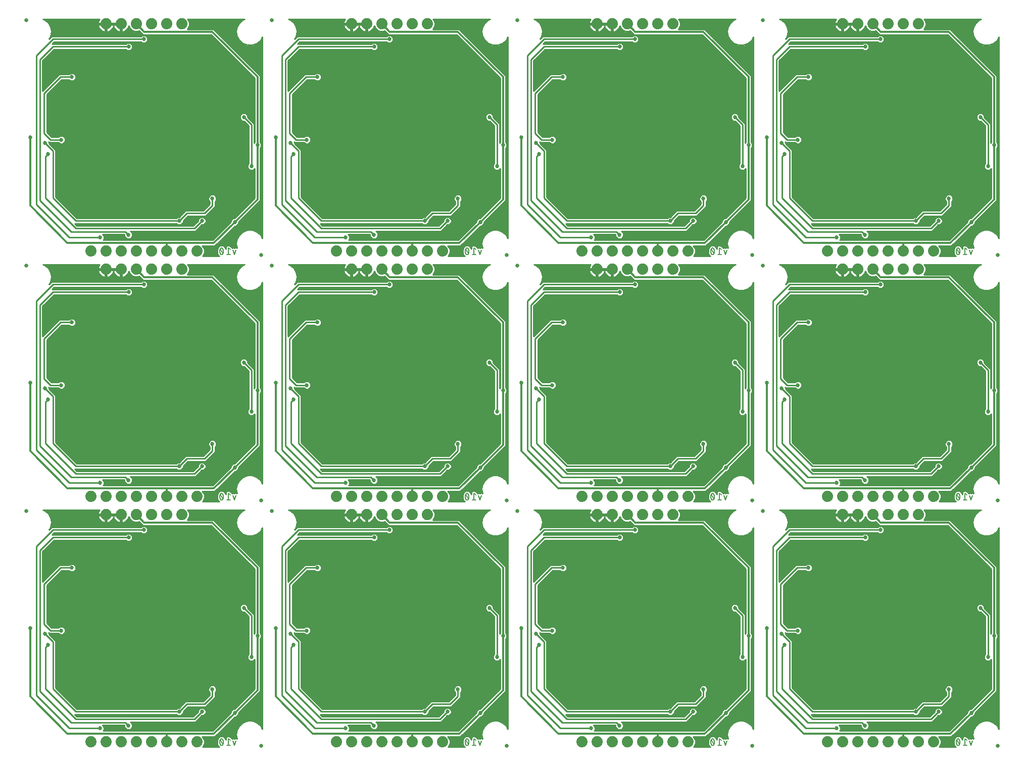
<source format=gbl>
G75*
%MOIN*%
%OFA0B0*%
%FSLAX25Y25*%
%IPPOS*%
%LPD*%
%AMOC8*
5,1,8,0,0,1.08239X$1,22.5*
%
%ADD10C,0.00800*%
%ADD11C,0.02500*%
%ADD12C,0.07400*%
%ADD13C,0.01200*%
%ADD14C,0.02700*%
%ADD15C,0.01000*%
D10*
X0160908Y0032233D02*
X0160956Y0032335D01*
X0161000Y0032438D01*
X0161041Y0032542D01*
X0161078Y0032648D01*
X0161112Y0032755D01*
X0161142Y0032863D01*
X0161169Y0032972D01*
X0161193Y0033081D01*
X0161213Y0033192D01*
X0161229Y0033303D01*
X0161242Y0033414D01*
X0161251Y0033526D01*
X0161256Y0033638D01*
X0161258Y0033750D01*
X0158925Y0033750D02*
X0158927Y0033862D01*
X0158932Y0033974D01*
X0158941Y0034086D01*
X0158954Y0034197D01*
X0158970Y0034308D01*
X0158990Y0034419D01*
X0159014Y0034528D01*
X0159041Y0034637D01*
X0159071Y0034745D01*
X0159105Y0034852D01*
X0159142Y0034958D01*
X0159183Y0035062D01*
X0159227Y0035165D01*
X0159275Y0035267D01*
X0159158Y0034917D02*
X0161025Y0032583D01*
X0160092Y0031650D02*
X0160036Y0031652D01*
X0159980Y0031657D01*
X0159924Y0031667D01*
X0159869Y0031679D01*
X0159815Y0031696D01*
X0159763Y0031715D01*
X0159711Y0031739D01*
X0159661Y0031765D01*
X0159614Y0031795D01*
X0159568Y0031827D01*
X0159524Y0031863D01*
X0159483Y0031902D01*
X0159444Y0031943D01*
X0159409Y0031986D01*
X0159376Y0032032D01*
X0159346Y0032080D01*
X0159319Y0032129D01*
X0159296Y0032180D01*
X0159276Y0032233D01*
X0160092Y0031650D02*
X0160148Y0031652D01*
X0160204Y0031657D01*
X0160260Y0031667D01*
X0160315Y0031679D01*
X0160369Y0031696D01*
X0160421Y0031715D01*
X0160473Y0031739D01*
X0160523Y0031765D01*
X0160570Y0031795D01*
X0160616Y0031827D01*
X0160660Y0031863D01*
X0160701Y0031902D01*
X0160740Y0031943D01*
X0160775Y0031986D01*
X0160808Y0032032D01*
X0160838Y0032080D01*
X0160865Y0032129D01*
X0160888Y0032180D01*
X0160908Y0032233D01*
X0159275Y0032233D02*
X0159227Y0032335D01*
X0159183Y0032438D01*
X0159142Y0032542D01*
X0159105Y0032648D01*
X0159071Y0032755D01*
X0159041Y0032863D01*
X0159014Y0032972D01*
X0158990Y0033081D01*
X0158970Y0033192D01*
X0158954Y0033303D01*
X0158941Y0033414D01*
X0158932Y0033526D01*
X0158927Y0033638D01*
X0158925Y0033750D01*
X0161258Y0033750D02*
X0161256Y0033862D01*
X0161251Y0033974D01*
X0161242Y0034086D01*
X0161229Y0034197D01*
X0161213Y0034308D01*
X0161193Y0034419D01*
X0161169Y0034528D01*
X0161142Y0034637D01*
X0161112Y0034745D01*
X0161078Y0034852D01*
X0161041Y0034958D01*
X0161000Y0035062D01*
X0160956Y0035165D01*
X0160908Y0035267D01*
X0160888Y0035320D01*
X0160865Y0035371D01*
X0160838Y0035420D01*
X0160808Y0035468D01*
X0160775Y0035514D01*
X0160740Y0035557D01*
X0160701Y0035598D01*
X0160660Y0035637D01*
X0160616Y0035672D01*
X0160570Y0035705D01*
X0160523Y0035735D01*
X0160473Y0035761D01*
X0160421Y0035785D01*
X0160369Y0035804D01*
X0160315Y0035821D01*
X0160260Y0035833D01*
X0160204Y0035843D01*
X0160148Y0035848D01*
X0160092Y0035850D01*
X0160036Y0035848D01*
X0159980Y0035843D01*
X0159924Y0035833D01*
X0159869Y0035821D01*
X0159815Y0035804D01*
X0159763Y0035785D01*
X0159711Y0035761D01*
X0159661Y0035735D01*
X0159614Y0035705D01*
X0159568Y0035673D01*
X0159524Y0035637D01*
X0159483Y0035598D01*
X0159444Y0035557D01*
X0159409Y0035514D01*
X0159376Y0035468D01*
X0159346Y0035420D01*
X0159319Y0035371D01*
X0159296Y0035320D01*
X0159276Y0035267D01*
X0164592Y0035850D02*
X0164592Y0031650D01*
X0165758Y0031650D02*
X0163425Y0031650D01*
X0165758Y0034917D02*
X0164592Y0035850D01*
X0167708Y0034450D02*
X0168642Y0031650D01*
X0169575Y0034450D01*
X0322908Y0032233D02*
X0322956Y0032335D01*
X0323000Y0032438D01*
X0323041Y0032542D01*
X0323078Y0032648D01*
X0323112Y0032755D01*
X0323142Y0032863D01*
X0323169Y0032972D01*
X0323193Y0033081D01*
X0323213Y0033192D01*
X0323229Y0033303D01*
X0323242Y0033414D01*
X0323251Y0033526D01*
X0323256Y0033638D01*
X0323258Y0033750D01*
X0320925Y0033750D02*
X0320927Y0033862D01*
X0320932Y0033974D01*
X0320941Y0034086D01*
X0320954Y0034197D01*
X0320970Y0034308D01*
X0320990Y0034419D01*
X0321014Y0034528D01*
X0321041Y0034637D01*
X0321071Y0034745D01*
X0321105Y0034852D01*
X0321142Y0034958D01*
X0321183Y0035062D01*
X0321227Y0035165D01*
X0321275Y0035267D01*
X0321158Y0034917D02*
X0323025Y0032583D01*
X0322092Y0031650D02*
X0322036Y0031652D01*
X0321980Y0031657D01*
X0321924Y0031667D01*
X0321869Y0031679D01*
X0321815Y0031696D01*
X0321763Y0031715D01*
X0321711Y0031739D01*
X0321661Y0031765D01*
X0321614Y0031795D01*
X0321568Y0031827D01*
X0321524Y0031863D01*
X0321483Y0031902D01*
X0321444Y0031943D01*
X0321409Y0031986D01*
X0321376Y0032032D01*
X0321346Y0032080D01*
X0321319Y0032129D01*
X0321296Y0032180D01*
X0321276Y0032233D01*
X0322092Y0031650D02*
X0322148Y0031652D01*
X0322204Y0031657D01*
X0322260Y0031667D01*
X0322315Y0031679D01*
X0322369Y0031696D01*
X0322421Y0031715D01*
X0322473Y0031739D01*
X0322523Y0031765D01*
X0322570Y0031795D01*
X0322616Y0031827D01*
X0322660Y0031863D01*
X0322701Y0031902D01*
X0322740Y0031943D01*
X0322775Y0031986D01*
X0322808Y0032032D01*
X0322838Y0032080D01*
X0322865Y0032129D01*
X0322888Y0032180D01*
X0322908Y0032233D01*
X0321275Y0032233D02*
X0321227Y0032335D01*
X0321183Y0032438D01*
X0321142Y0032542D01*
X0321105Y0032648D01*
X0321071Y0032755D01*
X0321041Y0032863D01*
X0321014Y0032972D01*
X0320990Y0033081D01*
X0320970Y0033192D01*
X0320954Y0033303D01*
X0320941Y0033414D01*
X0320932Y0033526D01*
X0320927Y0033638D01*
X0320925Y0033750D01*
X0323258Y0033750D02*
X0323256Y0033862D01*
X0323251Y0033974D01*
X0323242Y0034086D01*
X0323229Y0034197D01*
X0323213Y0034308D01*
X0323193Y0034419D01*
X0323169Y0034528D01*
X0323142Y0034637D01*
X0323112Y0034745D01*
X0323078Y0034852D01*
X0323041Y0034958D01*
X0323000Y0035062D01*
X0322956Y0035165D01*
X0322908Y0035267D01*
X0322888Y0035320D01*
X0322865Y0035371D01*
X0322838Y0035420D01*
X0322808Y0035468D01*
X0322775Y0035514D01*
X0322740Y0035557D01*
X0322701Y0035598D01*
X0322660Y0035637D01*
X0322616Y0035672D01*
X0322570Y0035705D01*
X0322523Y0035735D01*
X0322473Y0035761D01*
X0322421Y0035785D01*
X0322369Y0035804D01*
X0322315Y0035821D01*
X0322260Y0035833D01*
X0322204Y0035843D01*
X0322148Y0035848D01*
X0322092Y0035850D01*
X0322036Y0035848D01*
X0321980Y0035843D01*
X0321924Y0035833D01*
X0321869Y0035821D01*
X0321815Y0035804D01*
X0321763Y0035785D01*
X0321711Y0035761D01*
X0321661Y0035735D01*
X0321614Y0035705D01*
X0321568Y0035673D01*
X0321524Y0035637D01*
X0321483Y0035598D01*
X0321444Y0035557D01*
X0321409Y0035514D01*
X0321376Y0035468D01*
X0321346Y0035420D01*
X0321319Y0035371D01*
X0321296Y0035320D01*
X0321276Y0035267D01*
X0326592Y0035850D02*
X0326592Y0031650D01*
X0327758Y0031650D02*
X0325425Y0031650D01*
X0327758Y0034917D02*
X0326592Y0035850D01*
X0329708Y0034450D02*
X0330642Y0031650D01*
X0331575Y0034450D01*
X0484908Y0032233D02*
X0484956Y0032335D01*
X0485000Y0032438D01*
X0485041Y0032542D01*
X0485078Y0032648D01*
X0485112Y0032755D01*
X0485142Y0032863D01*
X0485169Y0032972D01*
X0485193Y0033081D01*
X0485213Y0033192D01*
X0485229Y0033303D01*
X0485242Y0033414D01*
X0485251Y0033526D01*
X0485256Y0033638D01*
X0485258Y0033750D01*
X0482925Y0033750D02*
X0482927Y0033862D01*
X0482932Y0033974D01*
X0482941Y0034086D01*
X0482954Y0034197D01*
X0482970Y0034308D01*
X0482990Y0034419D01*
X0483014Y0034528D01*
X0483041Y0034637D01*
X0483071Y0034745D01*
X0483105Y0034852D01*
X0483142Y0034958D01*
X0483183Y0035062D01*
X0483227Y0035165D01*
X0483275Y0035267D01*
X0483158Y0034917D02*
X0485025Y0032583D01*
X0484092Y0031650D02*
X0484036Y0031652D01*
X0483980Y0031657D01*
X0483924Y0031667D01*
X0483869Y0031679D01*
X0483815Y0031696D01*
X0483763Y0031715D01*
X0483711Y0031739D01*
X0483661Y0031765D01*
X0483614Y0031795D01*
X0483568Y0031827D01*
X0483524Y0031863D01*
X0483483Y0031902D01*
X0483444Y0031943D01*
X0483409Y0031986D01*
X0483376Y0032032D01*
X0483346Y0032080D01*
X0483319Y0032129D01*
X0483296Y0032180D01*
X0483276Y0032233D01*
X0484092Y0031650D02*
X0484148Y0031652D01*
X0484204Y0031657D01*
X0484260Y0031667D01*
X0484315Y0031679D01*
X0484369Y0031696D01*
X0484421Y0031715D01*
X0484473Y0031739D01*
X0484523Y0031765D01*
X0484570Y0031795D01*
X0484616Y0031827D01*
X0484660Y0031863D01*
X0484701Y0031902D01*
X0484740Y0031943D01*
X0484775Y0031986D01*
X0484808Y0032032D01*
X0484838Y0032080D01*
X0484865Y0032129D01*
X0484888Y0032180D01*
X0484908Y0032233D01*
X0483275Y0032233D02*
X0483227Y0032335D01*
X0483183Y0032438D01*
X0483142Y0032542D01*
X0483105Y0032648D01*
X0483071Y0032755D01*
X0483041Y0032863D01*
X0483014Y0032972D01*
X0482990Y0033081D01*
X0482970Y0033192D01*
X0482954Y0033303D01*
X0482941Y0033414D01*
X0482932Y0033526D01*
X0482927Y0033638D01*
X0482925Y0033750D01*
X0485258Y0033750D02*
X0485256Y0033862D01*
X0485251Y0033974D01*
X0485242Y0034086D01*
X0485229Y0034197D01*
X0485213Y0034308D01*
X0485193Y0034419D01*
X0485169Y0034528D01*
X0485142Y0034637D01*
X0485112Y0034745D01*
X0485078Y0034852D01*
X0485041Y0034958D01*
X0485000Y0035062D01*
X0484956Y0035165D01*
X0484908Y0035267D01*
X0484888Y0035320D01*
X0484865Y0035371D01*
X0484838Y0035420D01*
X0484808Y0035468D01*
X0484775Y0035514D01*
X0484740Y0035557D01*
X0484701Y0035598D01*
X0484660Y0035637D01*
X0484616Y0035672D01*
X0484570Y0035705D01*
X0484523Y0035735D01*
X0484473Y0035761D01*
X0484421Y0035785D01*
X0484369Y0035804D01*
X0484315Y0035821D01*
X0484260Y0035833D01*
X0484204Y0035843D01*
X0484148Y0035848D01*
X0484092Y0035850D01*
X0484036Y0035848D01*
X0483980Y0035843D01*
X0483924Y0035833D01*
X0483869Y0035821D01*
X0483815Y0035804D01*
X0483763Y0035785D01*
X0483711Y0035761D01*
X0483661Y0035735D01*
X0483614Y0035705D01*
X0483568Y0035673D01*
X0483524Y0035637D01*
X0483483Y0035598D01*
X0483444Y0035557D01*
X0483409Y0035514D01*
X0483376Y0035468D01*
X0483346Y0035420D01*
X0483319Y0035371D01*
X0483296Y0035320D01*
X0483276Y0035267D01*
X0488592Y0035850D02*
X0488592Y0031650D01*
X0489758Y0031650D02*
X0487425Y0031650D01*
X0489758Y0034917D02*
X0488592Y0035850D01*
X0491708Y0034450D02*
X0492642Y0031650D01*
X0493575Y0034450D01*
X0646908Y0032233D02*
X0646956Y0032335D01*
X0647000Y0032438D01*
X0647041Y0032542D01*
X0647078Y0032648D01*
X0647112Y0032755D01*
X0647142Y0032863D01*
X0647169Y0032972D01*
X0647193Y0033081D01*
X0647213Y0033192D01*
X0647229Y0033303D01*
X0647242Y0033414D01*
X0647251Y0033526D01*
X0647256Y0033638D01*
X0647258Y0033750D01*
X0644925Y0033750D02*
X0644927Y0033862D01*
X0644932Y0033974D01*
X0644941Y0034086D01*
X0644954Y0034197D01*
X0644970Y0034308D01*
X0644990Y0034419D01*
X0645014Y0034528D01*
X0645041Y0034637D01*
X0645071Y0034745D01*
X0645105Y0034852D01*
X0645142Y0034958D01*
X0645183Y0035062D01*
X0645227Y0035165D01*
X0645275Y0035267D01*
X0645158Y0034917D02*
X0647025Y0032583D01*
X0646092Y0031650D02*
X0646036Y0031652D01*
X0645980Y0031657D01*
X0645924Y0031667D01*
X0645869Y0031679D01*
X0645815Y0031696D01*
X0645763Y0031715D01*
X0645711Y0031739D01*
X0645661Y0031765D01*
X0645614Y0031795D01*
X0645568Y0031827D01*
X0645524Y0031863D01*
X0645483Y0031902D01*
X0645444Y0031943D01*
X0645409Y0031986D01*
X0645376Y0032032D01*
X0645346Y0032080D01*
X0645319Y0032129D01*
X0645296Y0032180D01*
X0645276Y0032233D01*
X0646092Y0031650D02*
X0646148Y0031652D01*
X0646204Y0031657D01*
X0646260Y0031667D01*
X0646315Y0031679D01*
X0646369Y0031696D01*
X0646421Y0031715D01*
X0646473Y0031739D01*
X0646523Y0031765D01*
X0646570Y0031795D01*
X0646616Y0031827D01*
X0646660Y0031863D01*
X0646701Y0031902D01*
X0646740Y0031943D01*
X0646775Y0031986D01*
X0646808Y0032032D01*
X0646838Y0032080D01*
X0646865Y0032129D01*
X0646888Y0032180D01*
X0646908Y0032233D01*
X0645275Y0032233D02*
X0645227Y0032335D01*
X0645183Y0032438D01*
X0645142Y0032542D01*
X0645105Y0032648D01*
X0645071Y0032755D01*
X0645041Y0032863D01*
X0645014Y0032972D01*
X0644990Y0033081D01*
X0644970Y0033192D01*
X0644954Y0033303D01*
X0644941Y0033414D01*
X0644932Y0033526D01*
X0644927Y0033638D01*
X0644925Y0033750D01*
X0647258Y0033750D02*
X0647256Y0033862D01*
X0647251Y0033974D01*
X0647242Y0034086D01*
X0647229Y0034197D01*
X0647213Y0034308D01*
X0647193Y0034419D01*
X0647169Y0034528D01*
X0647142Y0034637D01*
X0647112Y0034745D01*
X0647078Y0034852D01*
X0647041Y0034958D01*
X0647000Y0035062D01*
X0646956Y0035165D01*
X0646908Y0035267D01*
X0646888Y0035320D01*
X0646865Y0035371D01*
X0646838Y0035420D01*
X0646808Y0035468D01*
X0646775Y0035514D01*
X0646740Y0035557D01*
X0646701Y0035598D01*
X0646660Y0035637D01*
X0646616Y0035672D01*
X0646570Y0035705D01*
X0646523Y0035735D01*
X0646473Y0035761D01*
X0646421Y0035785D01*
X0646369Y0035804D01*
X0646315Y0035821D01*
X0646260Y0035833D01*
X0646204Y0035843D01*
X0646148Y0035848D01*
X0646092Y0035850D01*
X0646036Y0035848D01*
X0645980Y0035843D01*
X0645924Y0035833D01*
X0645869Y0035821D01*
X0645815Y0035804D01*
X0645763Y0035785D01*
X0645711Y0035761D01*
X0645661Y0035735D01*
X0645614Y0035705D01*
X0645568Y0035673D01*
X0645524Y0035637D01*
X0645483Y0035598D01*
X0645444Y0035557D01*
X0645409Y0035514D01*
X0645376Y0035468D01*
X0645346Y0035420D01*
X0645319Y0035371D01*
X0645296Y0035320D01*
X0645276Y0035267D01*
X0650592Y0035850D02*
X0650592Y0031650D01*
X0651758Y0031650D02*
X0649425Y0031650D01*
X0651758Y0034917D02*
X0650592Y0035850D01*
X0653708Y0034450D02*
X0654642Y0031650D01*
X0655575Y0034450D01*
X0654642Y0193650D02*
X0653708Y0196450D01*
X0655575Y0196450D02*
X0654642Y0193650D01*
X0651758Y0193650D02*
X0649425Y0193650D01*
X0650592Y0193650D02*
X0650592Y0197850D01*
X0651758Y0196917D01*
X0644925Y0195750D02*
X0644927Y0195638D01*
X0644932Y0195526D01*
X0644941Y0195414D01*
X0644954Y0195303D01*
X0644970Y0195192D01*
X0644990Y0195081D01*
X0645014Y0194972D01*
X0645041Y0194863D01*
X0645071Y0194755D01*
X0645105Y0194648D01*
X0645142Y0194542D01*
X0645183Y0194438D01*
X0645227Y0194335D01*
X0645275Y0194233D01*
X0646092Y0193650D02*
X0646148Y0193652D01*
X0646204Y0193657D01*
X0646260Y0193667D01*
X0646315Y0193679D01*
X0646369Y0193696D01*
X0646421Y0193715D01*
X0646473Y0193739D01*
X0646523Y0193765D01*
X0646570Y0193795D01*
X0646616Y0193827D01*
X0646660Y0193863D01*
X0646701Y0193902D01*
X0646740Y0193943D01*
X0646775Y0193986D01*
X0646808Y0194032D01*
X0646838Y0194080D01*
X0646865Y0194129D01*
X0646888Y0194180D01*
X0646908Y0194233D01*
X0647025Y0194583D02*
X0645158Y0196917D01*
X0645276Y0197267D02*
X0645296Y0197320D01*
X0645319Y0197371D01*
X0645346Y0197420D01*
X0645376Y0197468D01*
X0645409Y0197514D01*
X0645444Y0197557D01*
X0645483Y0197598D01*
X0645524Y0197637D01*
X0645568Y0197673D01*
X0645614Y0197705D01*
X0645661Y0197735D01*
X0645711Y0197761D01*
X0645763Y0197785D01*
X0645815Y0197804D01*
X0645869Y0197821D01*
X0645924Y0197833D01*
X0645980Y0197843D01*
X0646036Y0197848D01*
X0646092Y0197850D01*
X0646148Y0197848D01*
X0646204Y0197843D01*
X0646260Y0197833D01*
X0646315Y0197821D01*
X0646369Y0197804D01*
X0646421Y0197785D01*
X0646473Y0197761D01*
X0646523Y0197735D01*
X0646570Y0197705D01*
X0646616Y0197672D01*
X0646660Y0197637D01*
X0646701Y0197598D01*
X0646740Y0197557D01*
X0646775Y0197514D01*
X0646808Y0197468D01*
X0646838Y0197420D01*
X0646865Y0197371D01*
X0646888Y0197320D01*
X0646908Y0197267D01*
X0645275Y0197267D02*
X0645227Y0197165D01*
X0645183Y0197062D01*
X0645142Y0196958D01*
X0645105Y0196852D01*
X0645071Y0196745D01*
X0645041Y0196637D01*
X0645014Y0196528D01*
X0644990Y0196419D01*
X0644970Y0196308D01*
X0644954Y0196197D01*
X0644941Y0196086D01*
X0644932Y0195974D01*
X0644927Y0195862D01*
X0644925Y0195750D01*
X0647258Y0195750D02*
X0647256Y0195862D01*
X0647251Y0195974D01*
X0647242Y0196086D01*
X0647229Y0196197D01*
X0647213Y0196308D01*
X0647193Y0196419D01*
X0647169Y0196528D01*
X0647142Y0196637D01*
X0647112Y0196745D01*
X0647078Y0196852D01*
X0647041Y0196958D01*
X0647000Y0197062D01*
X0646956Y0197165D01*
X0646908Y0197267D01*
X0645276Y0194233D02*
X0645296Y0194180D01*
X0645319Y0194129D01*
X0645346Y0194080D01*
X0645376Y0194032D01*
X0645409Y0193986D01*
X0645444Y0193943D01*
X0645483Y0193902D01*
X0645524Y0193863D01*
X0645568Y0193827D01*
X0645614Y0193795D01*
X0645661Y0193765D01*
X0645711Y0193739D01*
X0645763Y0193715D01*
X0645815Y0193696D01*
X0645869Y0193679D01*
X0645924Y0193667D01*
X0645980Y0193657D01*
X0646036Y0193652D01*
X0646092Y0193650D01*
X0646908Y0194233D02*
X0646956Y0194335D01*
X0647000Y0194438D01*
X0647041Y0194542D01*
X0647078Y0194648D01*
X0647112Y0194755D01*
X0647142Y0194863D01*
X0647169Y0194972D01*
X0647193Y0195081D01*
X0647213Y0195192D01*
X0647229Y0195303D01*
X0647242Y0195414D01*
X0647251Y0195526D01*
X0647256Y0195638D01*
X0647258Y0195750D01*
X0493575Y0196450D02*
X0492642Y0193650D01*
X0491708Y0196450D01*
X0489758Y0196917D02*
X0488592Y0197850D01*
X0488592Y0193650D01*
X0489758Y0193650D02*
X0487425Y0193650D01*
X0483275Y0194233D02*
X0483227Y0194335D01*
X0483183Y0194438D01*
X0483142Y0194542D01*
X0483105Y0194648D01*
X0483071Y0194755D01*
X0483041Y0194863D01*
X0483014Y0194972D01*
X0482990Y0195081D01*
X0482970Y0195192D01*
X0482954Y0195303D01*
X0482941Y0195414D01*
X0482932Y0195526D01*
X0482927Y0195638D01*
X0482925Y0195750D01*
X0485258Y0195750D02*
X0485256Y0195862D01*
X0485251Y0195974D01*
X0485242Y0196086D01*
X0485229Y0196197D01*
X0485213Y0196308D01*
X0485193Y0196419D01*
X0485169Y0196528D01*
X0485142Y0196637D01*
X0485112Y0196745D01*
X0485078Y0196852D01*
X0485041Y0196958D01*
X0485000Y0197062D01*
X0484956Y0197165D01*
X0484908Y0197267D01*
X0484888Y0197320D01*
X0484865Y0197371D01*
X0484838Y0197420D01*
X0484808Y0197468D01*
X0484775Y0197514D01*
X0484740Y0197557D01*
X0484701Y0197598D01*
X0484660Y0197637D01*
X0484616Y0197672D01*
X0484570Y0197705D01*
X0484523Y0197735D01*
X0484473Y0197761D01*
X0484421Y0197785D01*
X0484369Y0197804D01*
X0484315Y0197821D01*
X0484260Y0197833D01*
X0484204Y0197843D01*
X0484148Y0197848D01*
X0484092Y0197850D01*
X0484036Y0197848D01*
X0483980Y0197843D01*
X0483924Y0197833D01*
X0483869Y0197821D01*
X0483815Y0197804D01*
X0483763Y0197785D01*
X0483711Y0197761D01*
X0483661Y0197735D01*
X0483614Y0197705D01*
X0483568Y0197673D01*
X0483524Y0197637D01*
X0483483Y0197598D01*
X0483444Y0197557D01*
X0483409Y0197514D01*
X0483376Y0197468D01*
X0483346Y0197420D01*
X0483319Y0197371D01*
X0483296Y0197320D01*
X0483276Y0197267D01*
X0483158Y0196917D02*
X0485025Y0194583D01*
X0484092Y0193650D02*
X0484036Y0193652D01*
X0483980Y0193657D01*
X0483924Y0193667D01*
X0483869Y0193679D01*
X0483815Y0193696D01*
X0483763Y0193715D01*
X0483711Y0193739D01*
X0483661Y0193765D01*
X0483614Y0193795D01*
X0483568Y0193827D01*
X0483524Y0193863D01*
X0483483Y0193902D01*
X0483444Y0193943D01*
X0483409Y0193986D01*
X0483376Y0194032D01*
X0483346Y0194080D01*
X0483319Y0194129D01*
X0483296Y0194180D01*
X0483276Y0194233D01*
X0484092Y0193650D02*
X0484148Y0193652D01*
X0484204Y0193657D01*
X0484260Y0193667D01*
X0484315Y0193679D01*
X0484369Y0193696D01*
X0484421Y0193715D01*
X0484473Y0193739D01*
X0484523Y0193765D01*
X0484570Y0193795D01*
X0484616Y0193827D01*
X0484660Y0193863D01*
X0484701Y0193902D01*
X0484740Y0193943D01*
X0484775Y0193986D01*
X0484808Y0194032D01*
X0484838Y0194080D01*
X0484865Y0194129D01*
X0484888Y0194180D01*
X0484908Y0194233D01*
X0482925Y0195750D02*
X0482927Y0195862D01*
X0482932Y0195974D01*
X0482941Y0196086D01*
X0482954Y0196197D01*
X0482970Y0196308D01*
X0482990Y0196419D01*
X0483014Y0196528D01*
X0483041Y0196637D01*
X0483071Y0196745D01*
X0483105Y0196852D01*
X0483142Y0196958D01*
X0483183Y0197062D01*
X0483227Y0197165D01*
X0483275Y0197267D01*
X0485258Y0195750D02*
X0485256Y0195638D01*
X0485251Y0195526D01*
X0485242Y0195414D01*
X0485229Y0195303D01*
X0485213Y0195192D01*
X0485193Y0195081D01*
X0485169Y0194972D01*
X0485142Y0194863D01*
X0485112Y0194755D01*
X0485078Y0194648D01*
X0485041Y0194542D01*
X0485000Y0194438D01*
X0484956Y0194335D01*
X0484908Y0194233D01*
X0331575Y0196450D02*
X0330642Y0193650D01*
X0329708Y0196450D01*
X0327758Y0196917D02*
X0326592Y0197850D01*
X0326592Y0193650D01*
X0327758Y0193650D02*
X0325425Y0193650D01*
X0321275Y0194233D02*
X0321227Y0194335D01*
X0321183Y0194438D01*
X0321142Y0194542D01*
X0321105Y0194648D01*
X0321071Y0194755D01*
X0321041Y0194863D01*
X0321014Y0194972D01*
X0320990Y0195081D01*
X0320970Y0195192D01*
X0320954Y0195303D01*
X0320941Y0195414D01*
X0320932Y0195526D01*
X0320927Y0195638D01*
X0320925Y0195750D01*
X0323258Y0195750D02*
X0323256Y0195862D01*
X0323251Y0195974D01*
X0323242Y0196086D01*
X0323229Y0196197D01*
X0323213Y0196308D01*
X0323193Y0196419D01*
X0323169Y0196528D01*
X0323142Y0196637D01*
X0323112Y0196745D01*
X0323078Y0196852D01*
X0323041Y0196958D01*
X0323000Y0197062D01*
X0322956Y0197165D01*
X0322908Y0197267D01*
X0322888Y0197320D01*
X0322865Y0197371D01*
X0322838Y0197420D01*
X0322808Y0197468D01*
X0322775Y0197514D01*
X0322740Y0197557D01*
X0322701Y0197598D01*
X0322660Y0197637D01*
X0322616Y0197672D01*
X0322570Y0197705D01*
X0322523Y0197735D01*
X0322473Y0197761D01*
X0322421Y0197785D01*
X0322369Y0197804D01*
X0322315Y0197821D01*
X0322260Y0197833D01*
X0322204Y0197843D01*
X0322148Y0197848D01*
X0322092Y0197850D01*
X0322036Y0197848D01*
X0321980Y0197843D01*
X0321924Y0197833D01*
X0321869Y0197821D01*
X0321815Y0197804D01*
X0321763Y0197785D01*
X0321711Y0197761D01*
X0321661Y0197735D01*
X0321614Y0197705D01*
X0321568Y0197673D01*
X0321524Y0197637D01*
X0321483Y0197598D01*
X0321444Y0197557D01*
X0321409Y0197514D01*
X0321376Y0197468D01*
X0321346Y0197420D01*
X0321319Y0197371D01*
X0321296Y0197320D01*
X0321276Y0197267D01*
X0321158Y0196917D02*
X0323025Y0194583D01*
X0322092Y0193650D02*
X0322036Y0193652D01*
X0321980Y0193657D01*
X0321924Y0193667D01*
X0321869Y0193679D01*
X0321815Y0193696D01*
X0321763Y0193715D01*
X0321711Y0193739D01*
X0321661Y0193765D01*
X0321614Y0193795D01*
X0321568Y0193827D01*
X0321524Y0193863D01*
X0321483Y0193902D01*
X0321444Y0193943D01*
X0321409Y0193986D01*
X0321376Y0194032D01*
X0321346Y0194080D01*
X0321319Y0194129D01*
X0321296Y0194180D01*
X0321276Y0194233D01*
X0322092Y0193650D02*
X0322148Y0193652D01*
X0322204Y0193657D01*
X0322260Y0193667D01*
X0322315Y0193679D01*
X0322369Y0193696D01*
X0322421Y0193715D01*
X0322473Y0193739D01*
X0322523Y0193765D01*
X0322570Y0193795D01*
X0322616Y0193827D01*
X0322660Y0193863D01*
X0322701Y0193902D01*
X0322740Y0193943D01*
X0322775Y0193986D01*
X0322808Y0194032D01*
X0322838Y0194080D01*
X0322865Y0194129D01*
X0322888Y0194180D01*
X0322908Y0194233D01*
X0320925Y0195750D02*
X0320927Y0195862D01*
X0320932Y0195974D01*
X0320941Y0196086D01*
X0320954Y0196197D01*
X0320970Y0196308D01*
X0320990Y0196419D01*
X0321014Y0196528D01*
X0321041Y0196637D01*
X0321071Y0196745D01*
X0321105Y0196852D01*
X0321142Y0196958D01*
X0321183Y0197062D01*
X0321227Y0197165D01*
X0321275Y0197267D01*
X0323258Y0195750D02*
X0323256Y0195638D01*
X0323251Y0195526D01*
X0323242Y0195414D01*
X0323229Y0195303D01*
X0323213Y0195192D01*
X0323193Y0195081D01*
X0323169Y0194972D01*
X0323142Y0194863D01*
X0323112Y0194755D01*
X0323078Y0194648D01*
X0323041Y0194542D01*
X0323000Y0194438D01*
X0322956Y0194335D01*
X0322908Y0194233D01*
X0169575Y0196450D02*
X0168642Y0193650D01*
X0167708Y0196450D01*
X0165758Y0196917D02*
X0164592Y0197850D01*
X0164592Y0193650D01*
X0165758Y0193650D02*
X0163425Y0193650D01*
X0159275Y0194233D02*
X0159227Y0194335D01*
X0159183Y0194438D01*
X0159142Y0194542D01*
X0159105Y0194648D01*
X0159071Y0194755D01*
X0159041Y0194863D01*
X0159014Y0194972D01*
X0158990Y0195081D01*
X0158970Y0195192D01*
X0158954Y0195303D01*
X0158941Y0195414D01*
X0158932Y0195526D01*
X0158927Y0195638D01*
X0158925Y0195750D01*
X0161258Y0195750D02*
X0161256Y0195862D01*
X0161251Y0195974D01*
X0161242Y0196086D01*
X0161229Y0196197D01*
X0161213Y0196308D01*
X0161193Y0196419D01*
X0161169Y0196528D01*
X0161142Y0196637D01*
X0161112Y0196745D01*
X0161078Y0196852D01*
X0161041Y0196958D01*
X0161000Y0197062D01*
X0160956Y0197165D01*
X0160908Y0197267D01*
X0160888Y0197320D01*
X0160865Y0197371D01*
X0160838Y0197420D01*
X0160808Y0197468D01*
X0160775Y0197514D01*
X0160740Y0197557D01*
X0160701Y0197598D01*
X0160660Y0197637D01*
X0160616Y0197672D01*
X0160570Y0197705D01*
X0160523Y0197735D01*
X0160473Y0197761D01*
X0160421Y0197785D01*
X0160369Y0197804D01*
X0160315Y0197821D01*
X0160260Y0197833D01*
X0160204Y0197843D01*
X0160148Y0197848D01*
X0160092Y0197850D01*
X0160036Y0197848D01*
X0159980Y0197843D01*
X0159924Y0197833D01*
X0159869Y0197821D01*
X0159815Y0197804D01*
X0159763Y0197785D01*
X0159711Y0197761D01*
X0159661Y0197735D01*
X0159614Y0197705D01*
X0159568Y0197673D01*
X0159524Y0197637D01*
X0159483Y0197598D01*
X0159444Y0197557D01*
X0159409Y0197514D01*
X0159376Y0197468D01*
X0159346Y0197420D01*
X0159319Y0197371D01*
X0159296Y0197320D01*
X0159276Y0197267D01*
X0159158Y0196917D02*
X0161025Y0194583D01*
X0160092Y0193650D02*
X0160036Y0193652D01*
X0159980Y0193657D01*
X0159924Y0193667D01*
X0159869Y0193679D01*
X0159815Y0193696D01*
X0159763Y0193715D01*
X0159711Y0193739D01*
X0159661Y0193765D01*
X0159614Y0193795D01*
X0159568Y0193827D01*
X0159524Y0193863D01*
X0159483Y0193902D01*
X0159444Y0193943D01*
X0159409Y0193986D01*
X0159376Y0194032D01*
X0159346Y0194080D01*
X0159319Y0194129D01*
X0159296Y0194180D01*
X0159276Y0194233D01*
X0160092Y0193650D02*
X0160148Y0193652D01*
X0160204Y0193657D01*
X0160260Y0193667D01*
X0160315Y0193679D01*
X0160369Y0193696D01*
X0160421Y0193715D01*
X0160473Y0193739D01*
X0160523Y0193765D01*
X0160570Y0193795D01*
X0160616Y0193827D01*
X0160660Y0193863D01*
X0160701Y0193902D01*
X0160740Y0193943D01*
X0160775Y0193986D01*
X0160808Y0194032D01*
X0160838Y0194080D01*
X0160865Y0194129D01*
X0160888Y0194180D01*
X0160908Y0194233D01*
X0158925Y0195750D02*
X0158927Y0195862D01*
X0158932Y0195974D01*
X0158941Y0196086D01*
X0158954Y0196197D01*
X0158970Y0196308D01*
X0158990Y0196419D01*
X0159014Y0196528D01*
X0159041Y0196637D01*
X0159071Y0196745D01*
X0159105Y0196852D01*
X0159142Y0196958D01*
X0159183Y0197062D01*
X0159227Y0197165D01*
X0159275Y0197267D01*
X0161258Y0195750D02*
X0161256Y0195638D01*
X0161251Y0195526D01*
X0161242Y0195414D01*
X0161229Y0195303D01*
X0161213Y0195192D01*
X0161193Y0195081D01*
X0161169Y0194972D01*
X0161142Y0194863D01*
X0161112Y0194755D01*
X0161078Y0194648D01*
X0161041Y0194542D01*
X0161000Y0194438D01*
X0160956Y0194335D01*
X0160908Y0194233D01*
X0163425Y0355650D02*
X0165758Y0355650D01*
X0164592Y0355650D02*
X0164592Y0359850D01*
X0165758Y0358917D01*
X0167708Y0358450D02*
X0168642Y0355650D01*
X0169575Y0358450D01*
X0159275Y0356233D02*
X0159227Y0356335D01*
X0159183Y0356438D01*
X0159142Y0356542D01*
X0159105Y0356648D01*
X0159071Y0356755D01*
X0159041Y0356863D01*
X0159014Y0356972D01*
X0158990Y0357081D01*
X0158970Y0357192D01*
X0158954Y0357303D01*
X0158941Y0357414D01*
X0158932Y0357526D01*
X0158927Y0357638D01*
X0158925Y0357750D01*
X0161258Y0357750D02*
X0161256Y0357862D01*
X0161251Y0357974D01*
X0161242Y0358086D01*
X0161229Y0358197D01*
X0161213Y0358308D01*
X0161193Y0358419D01*
X0161169Y0358528D01*
X0161142Y0358637D01*
X0161112Y0358745D01*
X0161078Y0358852D01*
X0161041Y0358958D01*
X0161000Y0359062D01*
X0160956Y0359165D01*
X0160908Y0359267D01*
X0160888Y0359320D01*
X0160865Y0359371D01*
X0160838Y0359420D01*
X0160808Y0359468D01*
X0160775Y0359514D01*
X0160740Y0359557D01*
X0160701Y0359598D01*
X0160660Y0359637D01*
X0160616Y0359672D01*
X0160570Y0359705D01*
X0160523Y0359735D01*
X0160473Y0359761D01*
X0160421Y0359785D01*
X0160369Y0359804D01*
X0160315Y0359821D01*
X0160260Y0359833D01*
X0160204Y0359843D01*
X0160148Y0359848D01*
X0160092Y0359850D01*
X0160036Y0359848D01*
X0159980Y0359843D01*
X0159924Y0359833D01*
X0159869Y0359821D01*
X0159815Y0359804D01*
X0159763Y0359785D01*
X0159711Y0359761D01*
X0159661Y0359735D01*
X0159614Y0359705D01*
X0159568Y0359673D01*
X0159524Y0359637D01*
X0159483Y0359598D01*
X0159444Y0359557D01*
X0159409Y0359514D01*
X0159376Y0359468D01*
X0159346Y0359420D01*
X0159319Y0359371D01*
X0159296Y0359320D01*
X0159276Y0359267D01*
X0159158Y0358917D02*
X0161025Y0356583D01*
X0160092Y0355650D02*
X0160036Y0355652D01*
X0159980Y0355657D01*
X0159924Y0355667D01*
X0159869Y0355679D01*
X0159815Y0355696D01*
X0159763Y0355715D01*
X0159711Y0355739D01*
X0159661Y0355765D01*
X0159614Y0355795D01*
X0159568Y0355827D01*
X0159524Y0355863D01*
X0159483Y0355902D01*
X0159444Y0355943D01*
X0159409Y0355986D01*
X0159376Y0356032D01*
X0159346Y0356080D01*
X0159319Y0356129D01*
X0159296Y0356180D01*
X0159276Y0356233D01*
X0160092Y0355650D02*
X0160148Y0355652D01*
X0160204Y0355657D01*
X0160260Y0355667D01*
X0160315Y0355679D01*
X0160369Y0355696D01*
X0160421Y0355715D01*
X0160473Y0355739D01*
X0160523Y0355765D01*
X0160570Y0355795D01*
X0160616Y0355827D01*
X0160660Y0355863D01*
X0160701Y0355902D01*
X0160740Y0355943D01*
X0160775Y0355986D01*
X0160808Y0356032D01*
X0160838Y0356080D01*
X0160865Y0356129D01*
X0160888Y0356180D01*
X0160908Y0356233D01*
X0158925Y0357750D02*
X0158927Y0357862D01*
X0158932Y0357974D01*
X0158941Y0358086D01*
X0158954Y0358197D01*
X0158970Y0358308D01*
X0158990Y0358419D01*
X0159014Y0358528D01*
X0159041Y0358637D01*
X0159071Y0358745D01*
X0159105Y0358852D01*
X0159142Y0358958D01*
X0159183Y0359062D01*
X0159227Y0359165D01*
X0159275Y0359267D01*
X0161258Y0357750D02*
X0161256Y0357638D01*
X0161251Y0357526D01*
X0161242Y0357414D01*
X0161229Y0357303D01*
X0161213Y0357192D01*
X0161193Y0357081D01*
X0161169Y0356972D01*
X0161142Y0356863D01*
X0161112Y0356755D01*
X0161078Y0356648D01*
X0161041Y0356542D01*
X0161000Y0356438D01*
X0160956Y0356335D01*
X0160908Y0356233D01*
X0322908Y0356233D02*
X0322956Y0356335D01*
X0323000Y0356438D01*
X0323041Y0356542D01*
X0323078Y0356648D01*
X0323112Y0356755D01*
X0323142Y0356863D01*
X0323169Y0356972D01*
X0323193Y0357081D01*
X0323213Y0357192D01*
X0323229Y0357303D01*
X0323242Y0357414D01*
X0323251Y0357526D01*
X0323256Y0357638D01*
X0323258Y0357750D01*
X0320925Y0357750D02*
X0320927Y0357862D01*
X0320932Y0357974D01*
X0320941Y0358086D01*
X0320954Y0358197D01*
X0320970Y0358308D01*
X0320990Y0358419D01*
X0321014Y0358528D01*
X0321041Y0358637D01*
X0321071Y0358745D01*
X0321105Y0358852D01*
X0321142Y0358958D01*
X0321183Y0359062D01*
X0321227Y0359165D01*
X0321275Y0359267D01*
X0321158Y0358917D02*
X0323025Y0356583D01*
X0322092Y0355650D02*
X0322036Y0355652D01*
X0321980Y0355657D01*
X0321924Y0355667D01*
X0321869Y0355679D01*
X0321815Y0355696D01*
X0321763Y0355715D01*
X0321711Y0355739D01*
X0321661Y0355765D01*
X0321614Y0355795D01*
X0321568Y0355827D01*
X0321524Y0355863D01*
X0321483Y0355902D01*
X0321444Y0355943D01*
X0321409Y0355986D01*
X0321376Y0356032D01*
X0321346Y0356080D01*
X0321319Y0356129D01*
X0321296Y0356180D01*
X0321276Y0356233D01*
X0322092Y0355650D02*
X0322148Y0355652D01*
X0322204Y0355657D01*
X0322260Y0355667D01*
X0322315Y0355679D01*
X0322369Y0355696D01*
X0322421Y0355715D01*
X0322473Y0355739D01*
X0322523Y0355765D01*
X0322570Y0355795D01*
X0322616Y0355827D01*
X0322660Y0355863D01*
X0322701Y0355902D01*
X0322740Y0355943D01*
X0322775Y0355986D01*
X0322808Y0356032D01*
X0322838Y0356080D01*
X0322865Y0356129D01*
X0322888Y0356180D01*
X0322908Y0356233D01*
X0321275Y0356233D02*
X0321227Y0356335D01*
X0321183Y0356438D01*
X0321142Y0356542D01*
X0321105Y0356648D01*
X0321071Y0356755D01*
X0321041Y0356863D01*
X0321014Y0356972D01*
X0320990Y0357081D01*
X0320970Y0357192D01*
X0320954Y0357303D01*
X0320941Y0357414D01*
X0320932Y0357526D01*
X0320927Y0357638D01*
X0320925Y0357750D01*
X0323258Y0357750D02*
X0323256Y0357862D01*
X0323251Y0357974D01*
X0323242Y0358086D01*
X0323229Y0358197D01*
X0323213Y0358308D01*
X0323193Y0358419D01*
X0323169Y0358528D01*
X0323142Y0358637D01*
X0323112Y0358745D01*
X0323078Y0358852D01*
X0323041Y0358958D01*
X0323000Y0359062D01*
X0322956Y0359165D01*
X0322908Y0359267D01*
X0322888Y0359320D01*
X0322865Y0359371D01*
X0322838Y0359420D01*
X0322808Y0359468D01*
X0322775Y0359514D01*
X0322740Y0359557D01*
X0322701Y0359598D01*
X0322660Y0359637D01*
X0322616Y0359672D01*
X0322570Y0359705D01*
X0322523Y0359735D01*
X0322473Y0359761D01*
X0322421Y0359785D01*
X0322369Y0359804D01*
X0322315Y0359821D01*
X0322260Y0359833D01*
X0322204Y0359843D01*
X0322148Y0359848D01*
X0322092Y0359850D01*
X0322036Y0359848D01*
X0321980Y0359843D01*
X0321924Y0359833D01*
X0321869Y0359821D01*
X0321815Y0359804D01*
X0321763Y0359785D01*
X0321711Y0359761D01*
X0321661Y0359735D01*
X0321614Y0359705D01*
X0321568Y0359673D01*
X0321524Y0359637D01*
X0321483Y0359598D01*
X0321444Y0359557D01*
X0321409Y0359514D01*
X0321376Y0359468D01*
X0321346Y0359420D01*
X0321319Y0359371D01*
X0321296Y0359320D01*
X0321276Y0359267D01*
X0326592Y0359850D02*
X0326592Y0355650D01*
X0327758Y0355650D02*
X0325425Y0355650D01*
X0327758Y0358917D02*
X0326592Y0359850D01*
X0329708Y0358450D02*
X0330642Y0355650D01*
X0331575Y0358450D01*
X0484908Y0356233D02*
X0484956Y0356335D01*
X0485000Y0356438D01*
X0485041Y0356542D01*
X0485078Y0356648D01*
X0485112Y0356755D01*
X0485142Y0356863D01*
X0485169Y0356972D01*
X0485193Y0357081D01*
X0485213Y0357192D01*
X0485229Y0357303D01*
X0485242Y0357414D01*
X0485251Y0357526D01*
X0485256Y0357638D01*
X0485258Y0357750D01*
X0482925Y0357750D02*
X0482927Y0357862D01*
X0482932Y0357974D01*
X0482941Y0358086D01*
X0482954Y0358197D01*
X0482970Y0358308D01*
X0482990Y0358419D01*
X0483014Y0358528D01*
X0483041Y0358637D01*
X0483071Y0358745D01*
X0483105Y0358852D01*
X0483142Y0358958D01*
X0483183Y0359062D01*
X0483227Y0359165D01*
X0483275Y0359267D01*
X0483158Y0358917D02*
X0485025Y0356583D01*
X0484092Y0355650D02*
X0484036Y0355652D01*
X0483980Y0355657D01*
X0483924Y0355667D01*
X0483869Y0355679D01*
X0483815Y0355696D01*
X0483763Y0355715D01*
X0483711Y0355739D01*
X0483661Y0355765D01*
X0483614Y0355795D01*
X0483568Y0355827D01*
X0483524Y0355863D01*
X0483483Y0355902D01*
X0483444Y0355943D01*
X0483409Y0355986D01*
X0483376Y0356032D01*
X0483346Y0356080D01*
X0483319Y0356129D01*
X0483296Y0356180D01*
X0483276Y0356233D01*
X0484092Y0355650D02*
X0484148Y0355652D01*
X0484204Y0355657D01*
X0484260Y0355667D01*
X0484315Y0355679D01*
X0484369Y0355696D01*
X0484421Y0355715D01*
X0484473Y0355739D01*
X0484523Y0355765D01*
X0484570Y0355795D01*
X0484616Y0355827D01*
X0484660Y0355863D01*
X0484701Y0355902D01*
X0484740Y0355943D01*
X0484775Y0355986D01*
X0484808Y0356032D01*
X0484838Y0356080D01*
X0484865Y0356129D01*
X0484888Y0356180D01*
X0484908Y0356233D01*
X0483275Y0356233D02*
X0483227Y0356335D01*
X0483183Y0356438D01*
X0483142Y0356542D01*
X0483105Y0356648D01*
X0483071Y0356755D01*
X0483041Y0356863D01*
X0483014Y0356972D01*
X0482990Y0357081D01*
X0482970Y0357192D01*
X0482954Y0357303D01*
X0482941Y0357414D01*
X0482932Y0357526D01*
X0482927Y0357638D01*
X0482925Y0357750D01*
X0485258Y0357750D02*
X0485256Y0357862D01*
X0485251Y0357974D01*
X0485242Y0358086D01*
X0485229Y0358197D01*
X0485213Y0358308D01*
X0485193Y0358419D01*
X0485169Y0358528D01*
X0485142Y0358637D01*
X0485112Y0358745D01*
X0485078Y0358852D01*
X0485041Y0358958D01*
X0485000Y0359062D01*
X0484956Y0359165D01*
X0484908Y0359267D01*
X0484888Y0359320D01*
X0484865Y0359371D01*
X0484838Y0359420D01*
X0484808Y0359468D01*
X0484775Y0359514D01*
X0484740Y0359557D01*
X0484701Y0359598D01*
X0484660Y0359637D01*
X0484616Y0359672D01*
X0484570Y0359705D01*
X0484523Y0359735D01*
X0484473Y0359761D01*
X0484421Y0359785D01*
X0484369Y0359804D01*
X0484315Y0359821D01*
X0484260Y0359833D01*
X0484204Y0359843D01*
X0484148Y0359848D01*
X0484092Y0359850D01*
X0484036Y0359848D01*
X0483980Y0359843D01*
X0483924Y0359833D01*
X0483869Y0359821D01*
X0483815Y0359804D01*
X0483763Y0359785D01*
X0483711Y0359761D01*
X0483661Y0359735D01*
X0483614Y0359705D01*
X0483568Y0359673D01*
X0483524Y0359637D01*
X0483483Y0359598D01*
X0483444Y0359557D01*
X0483409Y0359514D01*
X0483376Y0359468D01*
X0483346Y0359420D01*
X0483319Y0359371D01*
X0483296Y0359320D01*
X0483276Y0359267D01*
X0488592Y0359850D02*
X0488592Y0355650D01*
X0489758Y0355650D02*
X0487425Y0355650D01*
X0489758Y0358917D02*
X0488592Y0359850D01*
X0491708Y0358450D02*
X0492642Y0355650D01*
X0493575Y0358450D01*
X0646908Y0356233D02*
X0646956Y0356335D01*
X0647000Y0356438D01*
X0647041Y0356542D01*
X0647078Y0356648D01*
X0647112Y0356755D01*
X0647142Y0356863D01*
X0647169Y0356972D01*
X0647193Y0357081D01*
X0647213Y0357192D01*
X0647229Y0357303D01*
X0647242Y0357414D01*
X0647251Y0357526D01*
X0647256Y0357638D01*
X0647258Y0357750D01*
X0644925Y0357750D02*
X0644927Y0357862D01*
X0644932Y0357974D01*
X0644941Y0358086D01*
X0644954Y0358197D01*
X0644970Y0358308D01*
X0644990Y0358419D01*
X0645014Y0358528D01*
X0645041Y0358637D01*
X0645071Y0358745D01*
X0645105Y0358852D01*
X0645142Y0358958D01*
X0645183Y0359062D01*
X0645227Y0359165D01*
X0645275Y0359267D01*
X0645158Y0358917D02*
X0647025Y0356583D01*
X0646092Y0355650D02*
X0646036Y0355652D01*
X0645980Y0355657D01*
X0645924Y0355667D01*
X0645869Y0355679D01*
X0645815Y0355696D01*
X0645763Y0355715D01*
X0645711Y0355739D01*
X0645661Y0355765D01*
X0645614Y0355795D01*
X0645568Y0355827D01*
X0645524Y0355863D01*
X0645483Y0355902D01*
X0645444Y0355943D01*
X0645409Y0355986D01*
X0645376Y0356032D01*
X0645346Y0356080D01*
X0645319Y0356129D01*
X0645296Y0356180D01*
X0645276Y0356233D01*
X0646092Y0355650D02*
X0646148Y0355652D01*
X0646204Y0355657D01*
X0646260Y0355667D01*
X0646315Y0355679D01*
X0646369Y0355696D01*
X0646421Y0355715D01*
X0646473Y0355739D01*
X0646523Y0355765D01*
X0646570Y0355795D01*
X0646616Y0355827D01*
X0646660Y0355863D01*
X0646701Y0355902D01*
X0646740Y0355943D01*
X0646775Y0355986D01*
X0646808Y0356032D01*
X0646838Y0356080D01*
X0646865Y0356129D01*
X0646888Y0356180D01*
X0646908Y0356233D01*
X0645275Y0356233D02*
X0645227Y0356335D01*
X0645183Y0356438D01*
X0645142Y0356542D01*
X0645105Y0356648D01*
X0645071Y0356755D01*
X0645041Y0356863D01*
X0645014Y0356972D01*
X0644990Y0357081D01*
X0644970Y0357192D01*
X0644954Y0357303D01*
X0644941Y0357414D01*
X0644932Y0357526D01*
X0644927Y0357638D01*
X0644925Y0357750D01*
X0647258Y0357750D02*
X0647256Y0357862D01*
X0647251Y0357974D01*
X0647242Y0358086D01*
X0647229Y0358197D01*
X0647213Y0358308D01*
X0647193Y0358419D01*
X0647169Y0358528D01*
X0647142Y0358637D01*
X0647112Y0358745D01*
X0647078Y0358852D01*
X0647041Y0358958D01*
X0647000Y0359062D01*
X0646956Y0359165D01*
X0646908Y0359267D01*
X0646888Y0359320D01*
X0646865Y0359371D01*
X0646838Y0359420D01*
X0646808Y0359468D01*
X0646775Y0359514D01*
X0646740Y0359557D01*
X0646701Y0359598D01*
X0646660Y0359637D01*
X0646616Y0359672D01*
X0646570Y0359705D01*
X0646523Y0359735D01*
X0646473Y0359761D01*
X0646421Y0359785D01*
X0646369Y0359804D01*
X0646315Y0359821D01*
X0646260Y0359833D01*
X0646204Y0359843D01*
X0646148Y0359848D01*
X0646092Y0359850D01*
X0646036Y0359848D01*
X0645980Y0359843D01*
X0645924Y0359833D01*
X0645869Y0359821D01*
X0645815Y0359804D01*
X0645763Y0359785D01*
X0645711Y0359761D01*
X0645661Y0359735D01*
X0645614Y0359705D01*
X0645568Y0359673D01*
X0645524Y0359637D01*
X0645483Y0359598D01*
X0645444Y0359557D01*
X0645409Y0359514D01*
X0645376Y0359468D01*
X0645346Y0359420D01*
X0645319Y0359371D01*
X0645296Y0359320D01*
X0645276Y0359267D01*
X0650592Y0359850D02*
X0650592Y0355650D01*
X0651758Y0355650D02*
X0649425Y0355650D01*
X0651758Y0358917D02*
X0650592Y0359850D01*
X0653708Y0358450D02*
X0654642Y0355650D01*
X0655575Y0358450D01*
D11*
X0672250Y0355250D03*
X0517250Y0348250D03*
X0510250Y0355250D03*
X0355250Y0348250D03*
X0348250Y0355250D03*
X0193250Y0348250D03*
X0186250Y0355250D03*
X0031250Y0348250D03*
X0186250Y0193250D03*
X0193250Y0186250D03*
X0348250Y0193250D03*
X0355250Y0186250D03*
X0510250Y0193250D03*
X0517250Y0186250D03*
X0672250Y0193250D03*
X0672250Y0031250D03*
X0510250Y0031250D03*
X0348250Y0031250D03*
X0186250Y0031250D03*
X0031250Y0186250D03*
X0031250Y0510250D03*
X0193250Y0510250D03*
X0355250Y0510250D03*
X0517250Y0510250D03*
D12*
X0569750Y0507750D03*
X0579750Y0507750D03*
X0589750Y0507750D03*
X0599750Y0507750D03*
X0609750Y0507750D03*
X0619750Y0507750D03*
X0457750Y0507750D03*
X0447750Y0507750D03*
X0437750Y0507750D03*
X0427750Y0507750D03*
X0417750Y0507750D03*
X0407750Y0507750D03*
X0295750Y0507750D03*
X0285750Y0507750D03*
X0275750Y0507750D03*
X0265750Y0507750D03*
X0255750Y0507750D03*
X0245750Y0507750D03*
X0133750Y0507750D03*
X0123750Y0507750D03*
X0113750Y0507750D03*
X0103750Y0507750D03*
X0093750Y0507750D03*
X0083750Y0507750D03*
X0083750Y0357750D03*
X0073750Y0357750D03*
X0083750Y0345750D03*
X0093750Y0345750D03*
X0103750Y0345750D03*
X0113750Y0345750D03*
X0123750Y0345750D03*
X0133750Y0345750D03*
X0133750Y0357750D03*
X0143750Y0357750D03*
X0123750Y0357750D03*
X0113750Y0357750D03*
X0103750Y0357750D03*
X0093750Y0357750D03*
X0235750Y0357750D03*
X0245750Y0357750D03*
X0255750Y0357750D03*
X0265750Y0357750D03*
X0275750Y0357750D03*
X0285750Y0357750D03*
X0295750Y0357750D03*
X0305750Y0357750D03*
X0295750Y0345750D03*
X0285750Y0345750D03*
X0275750Y0345750D03*
X0265750Y0345750D03*
X0255750Y0345750D03*
X0245750Y0345750D03*
X0397750Y0357750D03*
X0407750Y0357750D03*
X0417750Y0357750D03*
X0427750Y0357750D03*
X0437750Y0357750D03*
X0447750Y0357750D03*
X0457750Y0357750D03*
X0467750Y0357750D03*
X0457750Y0345750D03*
X0447750Y0345750D03*
X0437750Y0345750D03*
X0427750Y0345750D03*
X0417750Y0345750D03*
X0407750Y0345750D03*
X0559750Y0357750D03*
X0569750Y0357750D03*
X0579750Y0357750D03*
X0589750Y0357750D03*
X0599750Y0357750D03*
X0609750Y0357750D03*
X0619750Y0357750D03*
X0629750Y0357750D03*
X0619750Y0345750D03*
X0609750Y0345750D03*
X0599750Y0345750D03*
X0589750Y0345750D03*
X0579750Y0345750D03*
X0569750Y0345750D03*
X0569750Y0195750D03*
X0579750Y0195750D03*
X0589750Y0195750D03*
X0599750Y0195750D03*
X0609750Y0195750D03*
X0619750Y0195750D03*
X0629750Y0195750D03*
X0619750Y0183750D03*
X0609750Y0183750D03*
X0599750Y0183750D03*
X0589750Y0183750D03*
X0579750Y0183750D03*
X0569750Y0183750D03*
X0559750Y0195750D03*
X0467750Y0195750D03*
X0457750Y0195750D03*
X0447750Y0195750D03*
X0437750Y0195750D03*
X0427750Y0195750D03*
X0417750Y0195750D03*
X0407750Y0195750D03*
X0397750Y0195750D03*
X0407750Y0183750D03*
X0417750Y0183750D03*
X0427750Y0183750D03*
X0437750Y0183750D03*
X0447750Y0183750D03*
X0457750Y0183750D03*
X0305750Y0195750D03*
X0295750Y0195750D03*
X0285750Y0195750D03*
X0275750Y0195750D03*
X0265750Y0195750D03*
X0255750Y0195750D03*
X0245750Y0195750D03*
X0235750Y0195750D03*
X0245750Y0183750D03*
X0255750Y0183750D03*
X0265750Y0183750D03*
X0275750Y0183750D03*
X0285750Y0183750D03*
X0295750Y0183750D03*
X0143750Y0195750D03*
X0133750Y0195750D03*
X0123750Y0195750D03*
X0113750Y0195750D03*
X0103750Y0195750D03*
X0093750Y0195750D03*
X0083750Y0195750D03*
X0073750Y0195750D03*
X0083750Y0183750D03*
X0093750Y0183750D03*
X0103750Y0183750D03*
X0113750Y0183750D03*
X0123750Y0183750D03*
X0133750Y0183750D03*
X0133750Y0033750D03*
X0143750Y0033750D03*
X0123750Y0033750D03*
X0113750Y0033750D03*
X0103750Y0033750D03*
X0093750Y0033750D03*
X0083750Y0033750D03*
X0073750Y0033750D03*
X0235750Y0033750D03*
X0245750Y0033750D03*
X0255750Y0033750D03*
X0265750Y0033750D03*
X0275750Y0033750D03*
X0285750Y0033750D03*
X0295750Y0033750D03*
X0305750Y0033750D03*
X0397750Y0033750D03*
X0407750Y0033750D03*
X0417750Y0033750D03*
X0427750Y0033750D03*
X0437750Y0033750D03*
X0447750Y0033750D03*
X0457750Y0033750D03*
X0467750Y0033750D03*
X0559750Y0033750D03*
X0569750Y0033750D03*
X0579750Y0033750D03*
X0589750Y0033750D03*
X0599750Y0033750D03*
X0609750Y0033750D03*
X0619750Y0033750D03*
X0629750Y0033750D03*
D13*
X0058250Y0039250D02*
X0033750Y0063750D01*
X0033750Y0108750D01*
X0058250Y0039250D02*
X0123750Y0039250D01*
X0123750Y0033750D01*
X0123750Y0039250D02*
X0154950Y0039250D01*
X0168750Y0053050D01*
X0183750Y0068050D01*
X0183750Y0103750D01*
X0183750Y0148750D01*
X0154050Y0178450D01*
X0109050Y0178450D01*
X0103750Y0183750D01*
X0123750Y0195750D02*
X0123750Y0201250D01*
X0058250Y0201250D01*
X0033750Y0225750D01*
X0033750Y0270750D01*
X0103750Y0345750D02*
X0109050Y0340450D01*
X0154050Y0340450D01*
X0183750Y0310750D01*
X0183750Y0265750D01*
X0183750Y0230050D01*
X0168750Y0215050D01*
X0154950Y0201250D01*
X0123750Y0201250D01*
X0195750Y0225750D02*
X0195750Y0270750D01*
X0195750Y0225750D02*
X0220250Y0201250D01*
X0285750Y0201250D01*
X0285750Y0195750D01*
X0285750Y0201250D02*
X0316950Y0201250D01*
X0330750Y0215050D01*
X0345750Y0230050D01*
X0345750Y0265750D01*
X0345750Y0310750D01*
X0316050Y0340450D01*
X0271050Y0340450D01*
X0265750Y0345750D01*
X0285750Y0357750D02*
X0285750Y0363250D01*
X0220250Y0363250D01*
X0195750Y0387750D01*
X0195750Y0432750D01*
X0183750Y0427750D02*
X0183750Y0472750D01*
X0154050Y0502450D01*
X0109050Y0502450D01*
X0103750Y0507750D01*
X0033750Y0432750D02*
X0033750Y0387750D01*
X0058250Y0363250D01*
X0123750Y0363250D01*
X0123750Y0357750D01*
X0123750Y0363250D02*
X0154950Y0363250D01*
X0168750Y0377050D01*
X0183750Y0392050D01*
X0183750Y0427750D01*
X0265750Y0507750D02*
X0271050Y0502450D01*
X0316050Y0502450D01*
X0345750Y0472750D01*
X0345750Y0427750D01*
X0345750Y0392050D01*
X0330750Y0377050D01*
X0316950Y0363250D01*
X0285750Y0363250D01*
X0357750Y0387750D02*
X0357750Y0432750D01*
X0357750Y0387750D02*
X0382250Y0363250D01*
X0447750Y0363250D01*
X0447750Y0357750D01*
X0447750Y0363250D02*
X0478950Y0363250D01*
X0492750Y0377050D01*
X0507750Y0392050D01*
X0507750Y0427750D01*
X0507750Y0472750D01*
X0478050Y0502450D01*
X0433050Y0502450D01*
X0427750Y0507750D01*
X0519750Y0432750D02*
X0519750Y0387750D01*
X0544250Y0363250D01*
X0609750Y0363250D01*
X0609750Y0357750D01*
X0609750Y0363250D02*
X0640950Y0363250D01*
X0654750Y0377050D01*
X0669750Y0392050D01*
X0669750Y0427750D01*
X0669750Y0472750D01*
X0640050Y0502450D01*
X0595050Y0502450D01*
X0589750Y0507750D01*
X0589750Y0345750D02*
X0595050Y0340450D01*
X0640050Y0340450D01*
X0669750Y0310750D01*
X0669750Y0265750D01*
X0669750Y0230050D01*
X0654750Y0215050D01*
X0640950Y0201250D01*
X0609750Y0201250D01*
X0609750Y0195750D01*
X0609750Y0201250D02*
X0544250Y0201250D01*
X0519750Y0225750D01*
X0519750Y0270750D01*
X0507750Y0265750D02*
X0507750Y0310750D01*
X0478050Y0340450D01*
X0433050Y0340450D01*
X0427750Y0345750D01*
X0357750Y0270750D02*
X0357750Y0225750D01*
X0382250Y0201250D01*
X0447750Y0201250D01*
X0447750Y0195750D01*
X0447750Y0201250D02*
X0478950Y0201250D01*
X0492750Y0215050D01*
X0507750Y0230050D01*
X0507750Y0265750D01*
X0427750Y0183750D02*
X0433050Y0178450D01*
X0478050Y0178450D01*
X0507750Y0148750D01*
X0507750Y0103750D01*
X0507750Y0068050D01*
X0492750Y0053050D01*
X0478950Y0039250D01*
X0447750Y0039250D01*
X0447750Y0033750D01*
X0447750Y0039250D02*
X0382250Y0039250D01*
X0357750Y0063750D01*
X0357750Y0108750D01*
X0345750Y0103750D02*
X0345750Y0148750D01*
X0316050Y0178450D01*
X0271050Y0178450D01*
X0265750Y0183750D01*
X0195750Y0108750D02*
X0195750Y0063750D01*
X0220250Y0039250D01*
X0285750Y0039250D01*
X0285750Y0033750D01*
X0285750Y0039250D02*
X0316950Y0039250D01*
X0330750Y0053050D01*
X0345750Y0068050D01*
X0345750Y0103750D01*
X0519750Y0108750D02*
X0519750Y0063750D01*
X0544250Y0039250D01*
X0609750Y0039250D01*
X0609750Y0033750D01*
X0609750Y0039250D02*
X0640950Y0039250D01*
X0654750Y0053050D01*
X0669750Y0068050D01*
X0669750Y0103750D01*
X0669750Y0148750D01*
X0640050Y0178450D01*
X0595050Y0178450D01*
X0589750Y0183750D01*
D14*
X0594750Y0173750D03*
X0584750Y0168750D03*
X0579750Y0163750D03*
X0574750Y0163750D03*
X0564750Y0163750D03*
X0554750Y0163750D03*
X0554750Y0153750D03*
X0547250Y0148750D03*
X0545750Y0140750D03*
X0554750Y0143750D03*
X0554750Y0133750D03*
X0564750Y0143750D03*
X0574750Y0143750D03*
X0569750Y0133750D03*
X0579750Y0123750D03*
X0589750Y0123750D03*
X0589750Y0113750D03*
X0579750Y0113750D03*
X0579750Y0103750D03*
X0579750Y0093750D03*
X0589750Y0093750D03*
X0589750Y0103750D03*
X0599750Y0103750D03*
X0599750Y0093750D03*
X0609750Y0093750D03*
X0609750Y0103750D03*
X0609750Y0113750D03*
X0599750Y0113750D03*
X0599750Y0123750D03*
X0609750Y0123750D03*
X0619750Y0133750D03*
X0614750Y0143750D03*
X0624750Y0143750D03*
X0634750Y0143750D03*
X0634750Y0133750D03*
X0634750Y0123750D03*
X0644750Y0123750D03*
X0655750Y0129750D03*
X0660750Y0122250D03*
X0669750Y0103750D03*
X0659750Y0098750D03*
X0665750Y0089750D03*
X0639750Y0093750D03*
X0631750Y0093750D03*
X0629750Y0083750D03*
X0619750Y0083750D03*
X0614750Y0073750D03*
X0624750Y0073750D03*
X0614750Y0063750D03*
X0618096Y0053750D03*
X0633096Y0053750D03*
X0640050Y0068550D03*
X0654750Y0053050D03*
X0639750Y0083750D03*
X0601750Y0059750D03*
X0592750Y0059750D03*
X0584650Y0044650D03*
X0565850Y0042850D03*
X0564750Y0063750D03*
X0554750Y0063750D03*
X0564750Y0073750D03*
X0574750Y0073750D03*
X0574750Y0063750D03*
X0554750Y0078750D03*
X0554750Y0088750D03*
X0554750Y0098750D03*
X0544750Y0098750D03*
X0544750Y0088750D03*
X0531450Y0097950D03*
X0529450Y0105150D03*
X0540350Y0107350D03*
X0545750Y0119750D03*
X0537750Y0123750D03*
X0537750Y0133750D03*
X0554750Y0123750D03*
X0564750Y0153750D03*
X0574750Y0153750D03*
X0579750Y0153750D03*
X0614750Y0153750D03*
X0624750Y0153750D03*
X0614750Y0163750D03*
X0649750Y0178750D03*
X0659750Y0168750D03*
X0669750Y0168750D03*
X0669750Y0153750D03*
X0654750Y0215050D03*
X0640050Y0230550D03*
X0624750Y0235750D03*
X0614750Y0235750D03*
X0614750Y0225750D03*
X0618096Y0215750D03*
X0633096Y0215750D03*
X0601750Y0221750D03*
X0592750Y0221750D03*
X0584650Y0206650D03*
X0565850Y0204850D03*
X0564750Y0225750D03*
X0554750Y0225750D03*
X0564750Y0235750D03*
X0574750Y0235750D03*
X0574750Y0225750D03*
X0554750Y0240750D03*
X0554750Y0250750D03*
X0554750Y0260750D03*
X0544750Y0260750D03*
X0544750Y0250750D03*
X0531450Y0259950D03*
X0529450Y0267150D03*
X0540350Y0269350D03*
X0545750Y0281750D03*
X0537750Y0285750D03*
X0537750Y0295750D03*
X0545750Y0302750D03*
X0547250Y0310750D03*
X0554750Y0305750D03*
X0564750Y0305750D03*
X0574750Y0305750D03*
X0574750Y0315750D03*
X0579750Y0315750D03*
X0579750Y0325750D03*
X0574750Y0325750D03*
X0564750Y0325750D03*
X0554750Y0325750D03*
X0554750Y0315750D03*
X0564750Y0315750D03*
X0543750Y0320750D03*
X0543750Y0326750D03*
X0507750Y0330750D03*
X0497750Y0330750D03*
X0487750Y0340750D03*
X0507750Y0315750D03*
X0493750Y0291750D03*
X0482750Y0285750D03*
X0472750Y0285750D03*
X0472750Y0295750D03*
X0472750Y0305750D03*
X0462750Y0305750D03*
X0452750Y0305750D03*
X0452750Y0315750D03*
X0462750Y0315750D03*
X0452750Y0325750D03*
X0432750Y0335750D03*
X0422750Y0330750D03*
X0417750Y0325750D03*
X0412750Y0325750D03*
X0412750Y0315750D03*
X0417750Y0315750D03*
X0412750Y0305750D03*
X0402750Y0305750D03*
X0392750Y0305750D03*
X0385250Y0310750D03*
X0383750Y0302750D03*
X0375750Y0295750D03*
X0375750Y0285750D03*
X0383750Y0281750D03*
X0392750Y0285750D03*
X0392750Y0295750D03*
X0407750Y0295750D03*
X0417750Y0285750D03*
X0427750Y0285750D03*
X0427750Y0275750D03*
X0417750Y0275750D03*
X0417750Y0265750D03*
X0427750Y0265750D03*
X0427750Y0255750D03*
X0417750Y0255750D03*
X0407750Y0245750D03*
X0402750Y0235750D03*
X0392750Y0240750D03*
X0392750Y0250750D03*
X0392750Y0260750D03*
X0382750Y0260750D03*
X0382750Y0250750D03*
X0369450Y0259950D03*
X0367450Y0267150D03*
X0378350Y0269350D03*
X0357750Y0270750D03*
X0345750Y0265750D03*
X0335750Y0260750D03*
X0341750Y0251750D03*
X0315750Y0255750D03*
X0307750Y0255750D03*
X0305750Y0245750D03*
X0295750Y0245750D03*
X0290750Y0235750D03*
X0300750Y0235750D03*
X0290750Y0225750D03*
X0294096Y0215750D03*
X0309096Y0215750D03*
X0316050Y0230550D03*
X0315750Y0245750D03*
X0285750Y0255750D03*
X0275750Y0255750D03*
X0265750Y0255750D03*
X0265750Y0265750D03*
X0275750Y0265750D03*
X0285750Y0265750D03*
X0285750Y0275750D03*
X0275750Y0275750D03*
X0265750Y0275750D03*
X0265750Y0285750D03*
X0275750Y0285750D03*
X0285750Y0285750D03*
X0295750Y0295750D03*
X0310750Y0295750D03*
X0310750Y0285750D03*
X0320750Y0285750D03*
X0331750Y0291750D03*
X0336750Y0284250D03*
X0310750Y0305750D03*
X0300750Y0305750D03*
X0290750Y0305750D03*
X0290750Y0315750D03*
X0300750Y0315750D03*
X0290750Y0325750D03*
X0270750Y0335750D03*
X0260750Y0330750D03*
X0255750Y0325750D03*
X0250750Y0325750D03*
X0250750Y0315750D03*
X0255750Y0315750D03*
X0250750Y0305750D03*
X0240750Y0305750D03*
X0230750Y0305750D03*
X0223250Y0310750D03*
X0221750Y0302750D03*
X0213750Y0295750D03*
X0213750Y0285750D03*
X0221750Y0281750D03*
X0230750Y0285750D03*
X0230750Y0295750D03*
X0245750Y0295750D03*
X0255750Y0285750D03*
X0255750Y0275750D03*
X0255750Y0265750D03*
X0255750Y0255750D03*
X0245750Y0245750D03*
X0240750Y0235750D03*
X0230750Y0240750D03*
X0230750Y0250750D03*
X0230750Y0260750D03*
X0220750Y0260750D03*
X0220750Y0250750D03*
X0207450Y0259950D03*
X0205450Y0267150D03*
X0195750Y0270750D03*
X0183750Y0265750D03*
X0173750Y0260750D03*
X0179750Y0251750D03*
X0153750Y0255750D03*
X0145750Y0255750D03*
X0143750Y0245750D03*
X0133750Y0245750D03*
X0128750Y0235750D03*
X0138750Y0235750D03*
X0128750Y0225750D03*
X0132096Y0215750D03*
X0147096Y0215750D03*
X0154050Y0230550D03*
X0153750Y0245750D03*
X0123750Y0255750D03*
X0113750Y0255750D03*
X0103750Y0255750D03*
X0093750Y0255750D03*
X0093750Y0265750D03*
X0103750Y0265750D03*
X0113750Y0265750D03*
X0123750Y0265750D03*
X0123750Y0275750D03*
X0113750Y0275750D03*
X0103750Y0275750D03*
X0093750Y0275750D03*
X0093750Y0285750D03*
X0103750Y0285750D03*
X0113750Y0285750D03*
X0123750Y0285750D03*
X0133750Y0295750D03*
X0128750Y0305750D03*
X0138750Y0305750D03*
X0138750Y0315750D03*
X0128750Y0315750D03*
X0128750Y0325750D03*
X0108750Y0335750D03*
X0098750Y0330750D03*
X0093750Y0325750D03*
X0088750Y0325750D03*
X0078750Y0325750D03*
X0078750Y0315750D03*
X0088750Y0315750D03*
X0093750Y0315750D03*
X0088750Y0305750D03*
X0078750Y0305750D03*
X0068750Y0305750D03*
X0061250Y0310750D03*
X0059750Y0302750D03*
X0051750Y0295750D03*
X0051750Y0285750D03*
X0059750Y0281750D03*
X0068750Y0285750D03*
X0068750Y0295750D03*
X0083750Y0295750D03*
X0068750Y0315750D03*
X0057750Y0320750D03*
X0057750Y0326750D03*
X0068750Y0325750D03*
X0079850Y0366850D03*
X0098650Y0368650D03*
X0106750Y0383750D03*
X0115750Y0383750D03*
X0128750Y0387750D03*
X0128750Y0397750D03*
X0138750Y0397750D03*
X0133750Y0407750D03*
X0143750Y0407750D03*
X0153750Y0407750D03*
X0153750Y0417750D03*
X0145750Y0417750D03*
X0123750Y0417750D03*
X0113750Y0417750D03*
X0103750Y0417750D03*
X0093750Y0417750D03*
X0093750Y0427750D03*
X0103750Y0427750D03*
X0113750Y0427750D03*
X0123750Y0427750D03*
X0123750Y0437750D03*
X0113750Y0437750D03*
X0103750Y0437750D03*
X0093750Y0437750D03*
X0093750Y0447750D03*
X0103750Y0447750D03*
X0113750Y0447750D03*
X0123750Y0447750D03*
X0133750Y0457750D03*
X0128750Y0467750D03*
X0138750Y0467750D03*
X0138750Y0477750D03*
X0128750Y0477750D03*
X0128750Y0487750D03*
X0108750Y0497750D03*
X0098750Y0492750D03*
X0093750Y0487750D03*
X0088750Y0487750D03*
X0088750Y0477750D03*
X0093750Y0477750D03*
X0088750Y0467750D03*
X0078750Y0467750D03*
X0078750Y0477750D03*
X0078750Y0487750D03*
X0068750Y0487750D03*
X0068750Y0477750D03*
X0061250Y0472750D03*
X0068750Y0467750D03*
X0059750Y0464750D03*
X0051750Y0457750D03*
X0051750Y0447750D03*
X0059750Y0443750D03*
X0068750Y0447750D03*
X0068750Y0457750D03*
X0083750Y0457750D03*
X0054350Y0431350D03*
X0043450Y0429150D03*
X0045450Y0421950D03*
X0058750Y0422750D03*
X0058750Y0412750D03*
X0068750Y0412750D03*
X0068750Y0422750D03*
X0083750Y0407750D03*
X0078750Y0397750D03*
X0088750Y0397750D03*
X0088750Y0387750D03*
X0078750Y0387750D03*
X0068750Y0387750D03*
X0068750Y0402750D03*
X0033750Y0432750D03*
X0057750Y0482750D03*
X0057750Y0488750D03*
X0148750Y0467750D03*
X0148750Y0457750D03*
X0148750Y0447750D03*
X0158750Y0447750D03*
X0169750Y0453750D03*
X0174750Y0446250D03*
X0183750Y0427750D03*
X0173750Y0422750D03*
X0179750Y0413750D03*
X0195750Y0432750D03*
X0205450Y0429150D03*
X0207450Y0421950D03*
X0216350Y0431350D03*
X0220750Y0422750D03*
X0220750Y0412750D03*
X0230750Y0412750D03*
X0230750Y0422750D03*
X0245750Y0407750D03*
X0255750Y0417750D03*
X0255750Y0427750D03*
X0255750Y0437750D03*
X0255750Y0447750D03*
X0245750Y0457750D03*
X0240750Y0467750D03*
X0230750Y0467750D03*
X0223250Y0472750D03*
X0230750Y0477750D03*
X0230750Y0487750D03*
X0240750Y0487750D03*
X0240750Y0477750D03*
X0250750Y0477750D03*
X0255750Y0477750D03*
X0255750Y0487750D03*
X0250750Y0487750D03*
X0260750Y0492750D03*
X0270750Y0497750D03*
X0290750Y0487750D03*
X0290750Y0477750D03*
X0300750Y0477750D03*
X0300750Y0467750D03*
X0290750Y0467750D03*
X0295750Y0457750D03*
X0310750Y0457750D03*
X0310750Y0447750D03*
X0320750Y0447750D03*
X0331750Y0453750D03*
X0336750Y0446250D03*
X0357750Y0432750D03*
X0345750Y0427750D03*
X0335750Y0422750D03*
X0341750Y0413750D03*
X0315750Y0417750D03*
X0307750Y0417750D03*
X0305750Y0407750D03*
X0295750Y0407750D03*
X0290750Y0397750D03*
X0300750Y0397750D03*
X0290750Y0387750D03*
X0294096Y0377750D03*
X0309096Y0377750D03*
X0316050Y0392550D03*
X0315750Y0407750D03*
X0285750Y0417750D03*
X0275750Y0417750D03*
X0265750Y0417750D03*
X0265750Y0427750D03*
X0275750Y0427750D03*
X0285750Y0427750D03*
X0285750Y0437750D03*
X0275750Y0437750D03*
X0265750Y0437750D03*
X0265750Y0447750D03*
X0275750Y0447750D03*
X0285750Y0447750D03*
X0310750Y0467750D03*
X0335750Y0492750D03*
X0345750Y0492750D03*
X0345750Y0477750D03*
X0325750Y0502750D03*
X0381750Y0488750D03*
X0381750Y0482750D03*
X0392750Y0477750D03*
X0385250Y0472750D03*
X0392750Y0467750D03*
X0383750Y0464750D03*
X0375750Y0457750D03*
X0375750Y0447750D03*
X0383750Y0443750D03*
X0392750Y0447750D03*
X0392750Y0457750D03*
X0402750Y0467750D03*
X0402750Y0477750D03*
X0402750Y0487750D03*
X0392750Y0487750D03*
X0412750Y0487750D03*
X0417750Y0487750D03*
X0422750Y0492750D03*
X0432750Y0497750D03*
X0452750Y0487750D03*
X0452750Y0477750D03*
X0462750Y0477750D03*
X0462750Y0467750D03*
X0452750Y0467750D03*
X0457750Y0457750D03*
X0447750Y0447750D03*
X0437750Y0447750D03*
X0437750Y0437750D03*
X0447750Y0437750D03*
X0447750Y0427750D03*
X0437750Y0427750D03*
X0437750Y0417750D03*
X0447750Y0417750D03*
X0457750Y0407750D03*
X0467750Y0407750D03*
X0477750Y0407750D03*
X0477750Y0417750D03*
X0469750Y0417750D03*
X0462750Y0397750D03*
X0452750Y0397750D03*
X0452750Y0387750D03*
X0456096Y0377750D03*
X0471096Y0377750D03*
X0478050Y0392550D03*
X0492750Y0377050D03*
X0503750Y0413750D03*
X0497750Y0422750D03*
X0507750Y0427750D03*
X0519750Y0432750D03*
X0529450Y0429150D03*
X0531450Y0421950D03*
X0540350Y0431350D03*
X0544750Y0422750D03*
X0544750Y0412750D03*
X0554750Y0412750D03*
X0554750Y0422750D03*
X0569750Y0407750D03*
X0579750Y0417750D03*
X0589750Y0417750D03*
X0589750Y0427750D03*
X0579750Y0427750D03*
X0579750Y0437750D03*
X0589750Y0437750D03*
X0589750Y0447750D03*
X0579750Y0447750D03*
X0569750Y0457750D03*
X0564750Y0467750D03*
X0554750Y0467750D03*
X0547250Y0472750D03*
X0554750Y0477750D03*
X0554750Y0487750D03*
X0564750Y0487750D03*
X0564750Y0477750D03*
X0574750Y0477750D03*
X0579750Y0477750D03*
X0579750Y0487750D03*
X0574750Y0487750D03*
X0584750Y0492750D03*
X0594750Y0497750D03*
X0614750Y0487750D03*
X0614750Y0477750D03*
X0624750Y0477750D03*
X0624750Y0467750D03*
X0614750Y0467750D03*
X0619750Y0457750D03*
X0609750Y0447750D03*
X0599750Y0447750D03*
X0599750Y0437750D03*
X0609750Y0437750D03*
X0609750Y0427750D03*
X0599750Y0427750D03*
X0599750Y0417750D03*
X0609750Y0417750D03*
X0619750Y0407750D03*
X0629750Y0407750D03*
X0631750Y0417750D03*
X0639750Y0417750D03*
X0639750Y0407750D03*
X0624750Y0397750D03*
X0614750Y0397750D03*
X0614750Y0387750D03*
X0618096Y0377750D03*
X0633096Y0377750D03*
X0640050Y0392550D03*
X0654750Y0377050D03*
X0649750Y0340750D03*
X0659750Y0330750D03*
X0669750Y0330750D03*
X0669750Y0315750D03*
X0655750Y0291750D03*
X0660750Y0284250D03*
X0644750Y0285750D03*
X0634750Y0285750D03*
X0634750Y0295750D03*
X0634750Y0305750D03*
X0624750Y0305750D03*
X0614750Y0305750D03*
X0614750Y0315750D03*
X0624750Y0315750D03*
X0614750Y0325750D03*
X0594750Y0335750D03*
X0584750Y0330750D03*
X0569750Y0295750D03*
X0579750Y0285750D03*
X0589750Y0285750D03*
X0589750Y0275750D03*
X0579750Y0275750D03*
X0579750Y0265750D03*
X0589750Y0265750D03*
X0589750Y0255750D03*
X0579750Y0255750D03*
X0569750Y0245750D03*
X0599750Y0255750D03*
X0609750Y0255750D03*
X0619750Y0245750D03*
X0629750Y0245750D03*
X0631750Y0255750D03*
X0639750Y0255750D03*
X0639750Y0245750D03*
X0659750Y0260750D03*
X0665750Y0251750D03*
X0669750Y0265750D03*
X0619750Y0295750D03*
X0609750Y0285750D03*
X0599750Y0285750D03*
X0599750Y0275750D03*
X0609750Y0275750D03*
X0609750Y0265750D03*
X0599750Y0265750D03*
X0554750Y0285750D03*
X0554750Y0295750D03*
X0519750Y0270750D03*
X0507750Y0265750D03*
X0497750Y0260750D03*
X0503750Y0251750D03*
X0477750Y0255750D03*
X0469750Y0255750D03*
X0467750Y0245750D03*
X0477750Y0245750D03*
X0462750Y0235750D03*
X0452750Y0235750D03*
X0452750Y0225750D03*
X0456096Y0215750D03*
X0471096Y0215750D03*
X0478050Y0230550D03*
X0492750Y0215050D03*
X0487750Y0178750D03*
X0497750Y0168750D03*
X0507750Y0168750D03*
X0507750Y0153750D03*
X0493750Y0129750D03*
X0498750Y0122250D03*
X0482750Y0123750D03*
X0472750Y0123750D03*
X0472750Y0133750D03*
X0472750Y0143750D03*
X0462750Y0143750D03*
X0452750Y0143750D03*
X0457750Y0133750D03*
X0447750Y0123750D03*
X0437750Y0123750D03*
X0437750Y0113750D03*
X0447750Y0113750D03*
X0447750Y0103750D03*
X0447750Y0093750D03*
X0437750Y0093750D03*
X0437750Y0103750D03*
X0427750Y0103750D03*
X0427750Y0093750D03*
X0417750Y0093750D03*
X0417750Y0103750D03*
X0417750Y0113750D03*
X0427750Y0113750D03*
X0427750Y0123750D03*
X0417750Y0123750D03*
X0407750Y0133750D03*
X0402750Y0143750D03*
X0392750Y0143750D03*
X0385250Y0148750D03*
X0383750Y0140750D03*
X0375750Y0133750D03*
X0375750Y0123750D03*
X0383750Y0119750D03*
X0392750Y0123750D03*
X0392750Y0133750D03*
X0392750Y0153750D03*
X0402750Y0153750D03*
X0402750Y0163750D03*
X0392750Y0163750D03*
X0381750Y0164750D03*
X0381750Y0158750D03*
X0412750Y0153750D03*
X0417750Y0153750D03*
X0417750Y0163750D03*
X0412750Y0163750D03*
X0422750Y0168750D03*
X0432750Y0173750D03*
X0452750Y0163750D03*
X0452750Y0153750D03*
X0462750Y0153750D03*
X0412750Y0143750D03*
X0378350Y0107350D03*
X0367450Y0105150D03*
X0369450Y0097950D03*
X0382750Y0098750D03*
X0382750Y0088750D03*
X0392750Y0088750D03*
X0392750Y0098750D03*
X0407750Y0083750D03*
X0402750Y0073750D03*
X0392750Y0078750D03*
X0392750Y0063750D03*
X0402750Y0063750D03*
X0412750Y0063750D03*
X0412750Y0073750D03*
X0430750Y0059750D03*
X0439750Y0059750D03*
X0452750Y0063750D03*
X0456096Y0053750D03*
X0471096Y0053750D03*
X0478050Y0068550D03*
X0462750Y0073750D03*
X0452750Y0073750D03*
X0457750Y0083750D03*
X0467750Y0083750D03*
X0477750Y0083750D03*
X0477750Y0093750D03*
X0469750Y0093750D03*
X0497750Y0098750D03*
X0503750Y0089750D03*
X0507750Y0103750D03*
X0519750Y0108750D03*
X0569750Y0083750D03*
X0492750Y0053050D03*
X0422650Y0044650D03*
X0403850Y0042850D03*
X0341750Y0089750D03*
X0335750Y0098750D03*
X0345750Y0103750D03*
X0357750Y0108750D03*
X0336750Y0122250D03*
X0331750Y0129750D03*
X0320750Y0123750D03*
X0310750Y0123750D03*
X0310750Y0133750D03*
X0310750Y0143750D03*
X0300750Y0143750D03*
X0290750Y0143750D03*
X0295750Y0133750D03*
X0285750Y0123750D03*
X0275750Y0123750D03*
X0265750Y0123750D03*
X0265750Y0113750D03*
X0275750Y0113750D03*
X0285750Y0113750D03*
X0285750Y0103750D03*
X0285750Y0093750D03*
X0275750Y0093750D03*
X0275750Y0103750D03*
X0265750Y0103750D03*
X0265750Y0093750D03*
X0255750Y0093750D03*
X0255750Y0103750D03*
X0255750Y0113750D03*
X0255750Y0123750D03*
X0245750Y0133750D03*
X0240750Y0143750D03*
X0230750Y0143750D03*
X0223250Y0148750D03*
X0221750Y0140750D03*
X0213750Y0133750D03*
X0213750Y0123750D03*
X0221750Y0119750D03*
X0230750Y0123750D03*
X0230750Y0133750D03*
X0230750Y0153750D03*
X0240750Y0153750D03*
X0240750Y0163750D03*
X0230750Y0163750D03*
X0219750Y0164750D03*
X0219750Y0158750D03*
X0250750Y0153750D03*
X0255750Y0153750D03*
X0255750Y0163750D03*
X0250750Y0163750D03*
X0260750Y0168750D03*
X0270750Y0173750D03*
X0290750Y0163750D03*
X0290750Y0153750D03*
X0300750Y0153750D03*
X0325750Y0178750D03*
X0335750Y0168750D03*
X0345750Y0168750D03*
X0345750Y0153750D03*
X0403850Y0204850D03*
X0422650Y0206650D03*
X0430750Y0221750D03*
X0439750Y0221750D03*
X0412750Y0225750D03*
X0412750Y0235750D03*
X0402750Y0225750D03*
X0392750Y0225750D03*
X0437750Y0255750D03*
X0447750Y0255750D03*
X0457750Y0245750D03*
X0447750Y0265750D03*
X0437750Y0265750D03*
X0437750Y0275750D03*
X0447750Y0275750D03*
X0447750Y0285750D03*
X0437750Y0285750D03*
X0457750Y0295750D03*
X0498750Y0284250D03*
X0402750Y0315750D03*
X0392750Y0315750D03*
X0381750Y0320750D03*
X0381750Y0326750D03*
X0392750Y0325750D03*
X0402750Y0325750D03*
X0403850Y0366850D03*
X0422650Y0368650D03*
X0430750Y0383750D03*
X0439750Y0383750D03*
X0412750Y0387750D03*
X0412750Y0397750D03*
X0402750Y0397750D03*
X0392750Y0402750D03*
X0392750Y0412750D03*
X0392750Y0422750D03*
X0382750Y0422750D03*
X0382750Y0412750D03*
X0369450Y0421950D03*
X0367450Y0429150D03*
X0378350Y0431350D03*
X0407750Y0407750D03*
X0417750Y0417750D03*
X0427750Y0417750D03*
X0427750Y0427750D03*
X0417750Y0427750D03*
X0417750Y0437750D03*
X0427750Y0437750D03*
X0427750Y0447750D03*
X0417750Y0447750D03*
X0407750Y0457750D03*
X0412750Y0467750D03*
X0412750Y0477750D03*
X0417750Y0477750D03*
X0472750Y0467750D03*
X0472750Y0457750D03*
X0472750Y0447750D03*
X0482750Y0447750D03*
X0493750Y0453750D03*
X0498750Y0446250D03*
X0537750Y0447750D03*
X0545750Y0443750D03*
X0554750Y0447750D03*
X0554750Y0457750D03*
X0545750Y0464750D03*
X0537750Y0457750D03*
X0507750Y0477750D03*
X0507750Y0492750D03*
X0497750Y0492750D03*
X0487750Y0502750D03*
X0543750Y0488750D03*
X0543750Y0482750D03*
X0574750Y0467750D03*
X0634750Y0467750D03*
X0634750Y0457750D03*
X0634750Y0447750D03*
X0644750Y0447750D03*
X0655750Y0453750D03*
X0660750Y0446250D03*
X0669750Y0427750D03*
X0659750Y0422750D03*
X0665750Y0413750D03*
X0601750Y0383750D03*
X0592750Y0383750D03*
X0584650Y0368650D03*
X0565850Y0366850D03*
X0564750Y0387750D03*
X0554750Y0387750D03*
X0564750Y0397750D03*
X0574750Y0397750D03*
X0574750Y0387750D03*
X0554750Y0402750D03*
X0669750Y0477750D03*
X0669750Y0492750D03*
X0659750Y0492750D03*
X0649750Y0502750D03*
X0402750Y0387750D03*
X0392750Y0387750D03*
X0330750Y0377050D03*
X0325750Y0340750D03*
X0335750Y0330750D03*
X0345750Y0330750D03*
X0345750Y0315750D03*
X0260650Y0368650D03*
X0241850Y0366850D03*
X0240750Y0387750D03*
X0230750Y0387750D03*
X0240750Y0397750D03*
X0230750Y0402750D03*
X0250750Y0397750D03*
X0250750Y0387750D03*
X0268750Y0383750D03*
X0277750Y0383750D03*
X0240750Y0325750D03*
X0230750Y0325750D03*
X0219750Y0326750D03*
X0219750Y0320750D03*
X0230750Y0315750D03*
X0240750Y0315750D03*
X0183750Y0315750D03*
X0183750Y0330750D03*
X0173750Y0330750D03*
X0163750Y0340750D03*
X0168750Y0377050D03*
X0154050Y0392550D03*
X0147096Y0377750D03*
X0132096Y0377750D03*
X0148750Y0305750D03*
X0148750Y0295750D03*
X0148750Y0285750D03*
X0158750Y0285750D03*
X0169750Y0291750D03*
X0174750Y0284250D03*
X0216350Y0269350D03*
X0250750Y0235750D03*
X0250750Y0225750D03*
X0240750Y0225750D03*
X0230750Y0225750D03*
X0241850Y0204850D03*
X0260650Y0206650D03*
X0268750Y0221750D03*
X0277750Y0221750D03*
X0330750Y0215050D03*
X0250750Y0143750D03*
X0216350Y0107350D03*
X0205450Y0105150D03*
X0195750Y0108750D03*
X0183750Y0103750D03*
X0173750Y0098750D03*
X0179750Y0089750D03*
X0207450Y0097950D03*
X0220750Y0098750D03*
X0220750Y0088750D03*
X0230750Y0088750D03*
X0230750Y0098750D03*
X0245750Y0083750D03*
X0240750Y0073750D03*
X0230750Y0078750D03*
X0230750Y0063750D03*
X0240750Y0063750D03*
X0250750Y0063750D03*
X0250750Y0073750D03*
X0268750Y0059750D03*
X0277750Y0059750D03*
X0290750Y0063750D03*
X0294096Y0053750D03*
X0309096Y0053750D03*
X0316050Y0068550D03*
X0300750Y0073750D03*
X0290750Y0073750D03*
X0295750Y0083750D03*
X0305750Y0083750D03*
X0315750Y0083750D03*
X0315750Y0093750D03*
X0307750Y0093750D03*
X0330750Y0053050D03*
X0260650Y0044650D03*
X0241850Y0042850D03*
X0168750Y0053050D03*
X0154050Y0068550D03*
X0138750Y0073750D03*
X0128750Y0073750D03*
X0128750Y0063750D03*
X0132096Y0053750D03*
X0147096Y0053750D03*
X0115750Y0059750D03*
X0106750Y0059750D03*
X0088750Y0063750D03*
X0078750Y0063750D03*
X0078750Y0073750D03*
X0088750Y0073750D03*
X0083750Y0083750D03*
X0093750Y0093750D03*
X0093750Y0103750D03*
X0103750Y0103750D03*
X0103750Y0093750D03*
X0113750Y0093750D03*
X0113750Y0103750D03*
X0123750Y0103750D03*
X0123750Y0093750D03*
X0133750Y0083750D03*
X0143750Y0083750D03*
X0153750Y0083750D03*
X0153750Y0093750D03*
X0145750Y0093750D03*
X0123750Y0113750D03*
X0113750Y0113750D03*
X0103750Y0113750D03*
X0093750Y0113750D03*
X0093750Y0123750D03*
X0103750Y0123750D03*
X0113750Y0123750D03*
X0123750Y0123750D03*
X0133750Y0133750D03*
X0128750Y0143750D03*
X0138750Y0143750D03*
X0138750Y0153750D03*
X0128750Y0153750D03*
X0128750Y0163750D03*
X0108750Y0173750D03*
X0098750Y0168750D03*
X0093750Y0163750D03*
X0088750Y0163750D03*
X0078750Y0163750D03*
X0078750Y0153750D03*
X0088750Y0153750D03*
X0093750Y0153750D03*
X0088750Y0143750D03*
X0078750Y0143750D03*
X0083750Y0133750D03*
X0068750Y0133750D03*
X0068750Y0143750D03*
X0061250Y0148750D03*
X0059750Y0140750D03*
X0051750Y0133750D03*
X0051750Y0123750D03*
X0059750Y0119750D03*
X0068750Y0123750D03*
X0054350Y0107350D03*
X0043450Y0105150D03*
X0033750Y0108750D03*
X0045450Y0097950D03*
X0058750Y0098750D03*
X0058750Y0088750D03*
X0068750Y0088750D03*
X0068750Y0098750D03*
X0068750Y0078750D03*
X0068750Y0063750D03*
X0079850Y0042850D03*
X0098650Y0044650D03*
X0148750Y0123750D03*
X0158750Y0123750D03*
X0169750Y0129750D03*
X0174750Y0122250D03*
X0148750Y0133750D03*
X0148750Y0143750D03*
X0183750Y0153750D03*
X0183750Y0168750D03*
X0173750Y0168750D03*
X0163750Y0178750D03*
X0168750Y0215050D03*
X0115750Y0221750D03*
X0106750Y0221750D03*
X0088750Y0225750D03*
X0078750Y0225750D03*
X0078750Y0235750D03*
X0088750Y0235750D03*
X0083750Y0245750D03*
X0068750Y0240750D03*
X0068750Y0250750D03*
X0068750Y0260750D03*
X0058750Y0260750D03*
X0058750Y0250750D03*
X0045450Y0259950D03*
X0043450Y0267150D03*
X0033750Y0270750D03*
X0054350Y0269350D03*
X0068750Y0225750D03*
X0079850Y0204850D03*
X0098650Y0206650D03*
X0068750Y0163750D03*
X0057750Y0164750D03*
X0057750Y0158750D03*
X0068750Y0153750D03*
X0221750Y0443750D03*
X0213750Y0447750D03*
X0213750Y0457750D03*
X0221750Y0464750D03*
X0230750Y0457750D03*
X0230750Y0447750D03*
X0250750Y0467750D03*
X0219750Y0482750D03*
X0219750Y0488750D03*
X0183750Y0492750D03*
X0173750Y0492750D03*
X0163750Y0502750D03*
X0183750Y0477750D03*
X0543750Y0164750D03*
X0543750Y0158750D03*
D15*
X0546723Y0151400D02*
X0545749Y0150997D01*
X0545302Y0150550D01*
X0539004Y0150550D01*
X0537950Y0149496D01*
X0537950Y0149496D01*
X0528204Y0139750D01*
X0528050Y0139596D01*
X0528050Y0159504D01*
X0535496Y0166950D01*
X0582802Y0166950D01*
X0583249Y0166503D01*
X0584223Y0166100D01*
X0585277Y0166100D01*
X0586251Y0166503D01*
X0586997Y0167249D01*
X0587400Y0168223D01*
X0587400Y0169277D01*
X0586997Y0170251D01*
X0586251Y0170997D01*
X0585277Y0171400D01*
X0584223Y0171400D01*
X0583249Y0170997D01*
X0582802Y0170550D01*
X0534096Y0170550D01*
X0535496Y0171950D01*
X0592802Y0171950D01*
X0593249Y0171503D01*
X0594223Y0171100D01*
X0595277Y0171100D01*
X0596251Y0171503D01*
X0596997Y0172249D01*
X0597400Y0173223D01*
X0597400Y0174277D01*
X0596997Y0175251D01*
X0596251Y0175997D01*
X0595277Y0176400D01*
X0594223Y0176400D01*
X0593249Y0175997D01*
X0592802Y0175550D01*
X0534004Y0175550D01*
X0532950Y0174496D01*
X0532325Y0173871D01*
X0533338Y0175624D01*
X0533338Y0175624D01*
X0533889Y0178750D01*
X0533338Y0181876D01*
X0531751Y0184624D01*
X0529319Y0186664D01*
X0528260Y0187050D01*
X0565720Y0187050D01*
X0565303Y0186475D01*
X0564931Y0185746D01*
X0564678Y0184968D01*
X0564564Y0184250D01*
X0569250Y0184250D01*
X0569250Y0183250D01*
X0570250Y0183250D01*
X0570250Y0184250D01*
X0579250Y0184250D01*
X0579250Y0183250D01*
X0580250Y0183250D01*
X0580250Y0178564D01*
X0580968Y0178678D01*
X0581746Y0178931D01*
X0582475Y0179303D01*
X0583138Y0179784D01*
X0583716Y0180362D01*
X0584197Y0181025D01*
X0584569Y0181754D01*
X0584822Y0182532D01*
X0584828Y0182568D01*
X0585511Y0180918D01*
X0586918Y0179511D01*
X0588755Y0178750D01*
X0590745Y0178750D01*
X0591677Y0179136D01*
X0594263Y0176550D01*
X0639263Y0176550D01*
X0667850Y0147963D01*
X0667850Y0105598D01*
X0667550Y0105298D01*
X0667550Y0117996D01*
X0666496Y0119050D01*
X0663400Y0122146D01*
X0663400Y0122777D01*
X0662997Y0123751D01*
X0662251Y0124497D01*
X0661277Y0124900D01*
X0660223Y0124900D01*
X0659249Y0124497D01*
X0658503Y0123751D01*
X0658100Y0122777D01*
X0658100Y0121723D01*
X0658503Y0120749D01*
X0659249Y0120003D01*
X0660223Y0119600D01*
X0660854Y0119600D01*
X0663950Y0116504D01*
X0663950Y0091698D01*
X0663503Y0091251D01*
X0663100Y0090277D01*
X0663100Y0089223D01*
X0663503Y0088249D01*
X0664249Y0087503D01*
X0665223Y0087100D01*
X0666277Y0087100D01*
X0667251Y0087503D01*
X0667850Y0088102D01*
X0667850Y0068837D01*
X0654713Y0055700D01*
X0654223Y0055700D01*
X0653249Y0055297D01*
X0652503Y0054551D01*
X0652100Y0053577D01*
X0652100Y0053087D01*
X0640163Y0041150D01*
X0567898Y0041150D01*
X0568097Y0041349D01*
X0568500Y0042323D01*
X0568500Y0043377D01*
X0568097Y0044351D01*
X0567598Y0044850D01*
X0581904Y0044850D01*
X0582000Y0044754D01*
X0582000Y0044123D01*
X0582403Y0043149D01*
X0583149Y0042403D01*
X0584123Y0042000D01*
X0585177Y0042000D01*
X0586151Y0042403D01*
X0586897Y0043149D01*
X0587300Y0044123D01*
X0587300Y0045177D01*
X0586897Y0046151D01*
X0586151Y0046897D01*
X0586022Y0046950D01*
X0628842Y0046950D01*
X0632992Y0051100D01*
X0633624Y0051100D01*
X0634598Y0051503D01*
X0635343Y0052249D01*
X0635746Y0053223D01*
X0635746Y0054277D01*
X0635343Y0055251D01*
X0634598Y0055997D01*
X0633624Y0056400D01*
X0632569Y0056400D01*
X0631595Y0055997D01*
X0630850Y0055251D01*
X0630446Y0054277D01*
X0630446Y0053646D01*
X0627351Y0050550D01*
X0550496Y0050550D01*
X0549096Y0051950D01*
X0616149Y0051950D01*
X0616595Y0051503D01*
X0617569Y0051100D01*
X0618624Y0051100D01*
X0619598Y0051503D01*
X0620343Y0052249D01*
X0620746Y0053223D01*
X0620746Y0053854D01*
X0623842Y0056950D01*
X0635496Y0056950D01*
X0640796Y0062250D01*
X0641850Y0063304D01*
X0641850Y0066602D01*
X0642297Y0067049D01*
X0642700Y0068023D01*
X0642700Y0069077D01*
X0642297Y0070051D01*
X0641551Y0070797D01*
X0640577Y0071200D01*
X0639523Y0071200D01*
X0638549Y0070797D01*
X0637803Y0070051D01*
X0637400Y0069077D01*
X0637400Y0068023D01*
X0637803Y0067049D01*
X0638250Y0066602D01*
X0638250Y0064796D01*
X0634004Y0060550D01*
X0622351Y0060550D01*
X0621296Y0059496D01*
X0618201Y0056400D01*
X0617569Y0056400D01*
X0616595Y0055997D01*
X0616149Y0055550D01*
X0550496Y0055550D01*
X0536550Y0069496D01*
X0536550Y0100596D01*
X0535496Y0101650D01*
X0532100Y0105046D01*
X0532100Y0105677D01*
X0531975Y0105980D01*
X0532404Y0105550D01*
X0538402Y0105550D01*
X0538849Y0105103D01*
X0539823Y0104700D01*
X0540877Y0104700D01*
X0541851Y0105103D01*
X0542597Y0105849D01*
X0543000Y0106823D01*
X0543000Y0107877D01*
X0542597Y0108851D01*
X0541851Y0109597D01*
X0540877Y0110000D01*
X0539823Y0110000D01*
X0538849Y0109597D01*
X0538402Y0109150D01*
X0533896Y0109150D01*
X0530750Y0112296D01*
X0530750Y0137204D01*
X0540496Y0146950D01*
X0545302Y0146950D01*
X0545749Y0146503D01*
X0546723Y0146100D01*
X0547777Y0146100D01*
X0548751Y0146503D01*
X0549497Y0147249D01*
X0549900Y0148223D01*
X0549900Y0149277D01*
X0549497Y0150251D01*
X0548751Y0150997D01*
X0547777Y0151400D01*
X0546723Y0151400D01*
X0545321Y0150568D02*
X0528050Y0150568D01*
X0528050Y0149570D02*
X0538024Y0149570D01*
X0537026Y0148571D02*
X0528050Y0148571D01*
X0528050Y0147573D02*
X0536027Y0147573D01*
X0535029Y0146574D02*
X0528050Y0146574D01*
X0528050Y0145576D02*
X0534030Y0145576D01*
X0533032Y0144577D02*
X0528050Y0144577D01*
X0528050Y0143579D02*
X0532033Y0143579D01*
X0531035Y0142580D02*
X0528050Y0142580D01*
X0528050Y0141582D02*
X0530036Y0141582D01*
X0529038Y0140583D02*
X0528050Y0140583D01*
X0528204Y0139750D02*
X0528204Y0139750D01*
X0528950Y0137950D02*
X0539750Y0148750D01*
X0547250Y0148750D01*
X0549179Y0150568D02*
X0665245Y0150568D01*
X0666243Y0149570D02*
X0549779Y0149570D01*
X0549900Y0148571D02*
X0667242Y0148571D01*
X0667850Y0147573D02*
X0549631Y0147573D01*
X0548822Y0146574D02*
X0667850Y0146574D01*
X0667850Y0145576D02*
X0539121Y0145576D01*
X0538123Y0144577D02*
X0667850Y0144577D01*
X0667850Y0143579D02*
X0537124Y0143579D01*
X0536126Y0142580D02*
X0667850Y0142580D01*
X0667850Y0141582D02*
X0535127Y0141582D01*
X0534129Y0140583D02*
X0667850Y0140583D01*
X0667850Y0139585D02*
X0533130Y0139585D01*
X0532132Y0138586D02*
X0667850Y0138586D01*
X0667850Y0137588D02*
X0531133Y0137588D01*
X0530750Y0136589D02*
X0667850Y0136589D01*
X0667850Y0135591D02*
X0530750Y0135591D01*
X0530750Y0134592D02*
X0667850Y0134592D01*
X0667850Y0133594D02*
X0530750Y0133594D01*
X0530750Y0132595D02*
X0667850Y0132595D01*
X0667850Y0131597D02*
X0530750Y0131597D01*
X0530750Y0130598D02*
X0667850Y0130598D01*
X0667850Y0129600D02*
X0530750Y0129600D01*
X0530750Y0128601D02*
X0667850Y0128601D01*
X0667850Y0127603D02*
X0530750Y0127603D01*
X0530750Y0126604D02*
X0667850Y0126604D01*
X0667850Y0125606D02*
X0530750Y0125606D01*
X0530750Y0124607D02*
X0659516Y0124607D01*
X0658444Y0123609D02*
X0530750Y0123609D01*
X0530750Y0122610D02*
X0658100Y0122610D01*
X0658146Y0121612D02*
X0530750Y0121612D01*
X0530750Y0120613D02*
X0658639Y0120613D01*
X0660188Y0119615D02*
X0530750Y0119615D01*
X0530750Y0118616D02*
X0661838Y0118616D01*
X0662837Y0117618D02*
X0530750Y0117618D01*
X0530750Y0116619D02*
X0663835Y0116619D01*
X0663950Y0115620D02*
X0530750Y0115620D01*
X0530750Y0114622D02*
X0663950Y0114622D01*
X0663950Y0113623D02*
X0530750Y0113623D01*
X0530750Y0112625D02*
X0663950Y0112625D01*
X0663950Y0111626D02*
X0531419Y0111626D01*
X0532418Y0110628D02*
X0663950Y0110628D01*
X0663950Y0109629D02*
X0541772Y0109629D01*
X0542688Y0108631D02*
X0663950Y0108631D01*
X0663950Y0107632D02*
X0543000Y0107632D01*
X0542922Y0106634D02*
X0663950Y0106634D01*
X0663950Y0105635D02*
X0542383Y0105635D01*
X0540350Y0107350D02*
X0533150Y0107350D01*
X0528950Y0111550D01*
X0528950Y0137950D01*
X0540120Y0146574D02*
X0545678Y0146574D01*
X0530098Y0161552D02*
X0654261Y0161552D01*
X0655259Y0160553D02*
X0529099Y0160553D01*
X0528101Y0159555D02*
X0656258Y0159555D01*
X0657257Y0158556D02*
X0528050Y0158556D01*
X0528050Y0157558D02*
X0658255Y0157558D01*
X0659254Y0156559D02*
X0528050Y0156559D01*
X0528050Y0155561D02*
X0660252Y0155561D01*
X0661251Y0154562D02*
X0528050Y0154562D01*
X0528050Y0153564D02*
X0662249Y0153564D01*
X0663248Y0152565D02*
X0528050Y0152565D01*
X0528050Y0151567D02*
X0664246Y0151567D01*
X0666625Y0154562D02*
X0673050Y0154562D01*
X0673050Y0153564D02*
X0667623Y0153564D01*
X0668622Y0152565D02*
X0673050Y0152565D01*
X0673050Y0151567D02*
X0669620Y0151567D01*
X0670619Y0150568D02*
X0673050Y0150568D01*
X0673050Y0149570D02*
X0671617Y0149570D01*
X0671650Y0149537D02*
X0641950Y0179237D01*
X0640837Y0180350D01*
X0623421Y0180350D01*
X0623989Y0180918D01*
X0624750Y0182755D01*
X0624750Y0184745D01*
X0623989Y0186582D01*
X0623521Y0187050D01*
X0661240Y0187050D01*
X0660181Y0186664D01*
X0657749Y0184624D01*
X0656162Y0181876D01*
X0656162Y0181876D01*
X0655611Y0178750D01*
X0656162Y0175624D01*
X0657749Y0172876D01*
X0657749Y0172876D01*
X0660181Y0170836D01*
X0663163Y0169750D01*
X0666337Y0169750D01*
X0669319Y0170836D01*
X0671751Y0172876D01*
X0673050Y0175126D01*
X0673050Y0042374D01*
X0671751Y0044624D01*
X0669319Y0046664D01*
X0666337Y0047750D01*
X0663163Y0047750D01*
X0660181Y0046664D01*
X0657749Y0044624D01*
X0656162Y0041876D01*
X0655611Y0038750D01*
X0656083Y0036073D01*
X0655445Y0036285D01*
X0654642Y0035884D01*
X0653839Y0036285D01*
X0653083Y0036034D01*
X0651727Y0037119D01*
X0651296Y0037550D01*
X0651188Y0037550D01*
X0651104Y0037617D01*
X0650497Y0037550D01*
X0649888Y0037550D01*
X0649811Y0037474D01*
X0649704Y0037462D01*
X0649323Y0036985D01*
X0648892Y0036554D01*
X0648892Y0036446D01*
X0648824Y0036362D01*
X0648892Y0035756D01*
X0648892Y0035078D01*
X0648482Y0035917D01*
X0648250Y0036595D01*
X0648250Y0036595D01*
X0646913Y0037550D01*
X0645270Y0037550D01*
X0643933Y0036595D01*
X0643706Y0035932D01*
X0643546Y0035804D01*
X0643517Y0035540D01*
X0643225Y0034941D01*
X0643225Y0032559D01*
X0643701Y0031583D01*
X0643933Y0030905D01*
X0644570Y0030450D01*
X0633521Y0030450D01*
X0633989Y0030918D01*
X0634750Y0032755D01*
X0634750Y0034745D01*
X0633989Y0036582D01*
X0633221Y0037350D01*
X0641737Y0037350D01*
X0654787Y0050400D01*
X0655277Y0050400D01*
X0656251Y0050803D01*
X0656997Y0051549D01*
X0657400Y0052523D01*
X0657400Y0053013D01*
X0670537Y0066150D01*
X0671650Y0067263D01*
X0671650Y0101902D01*
X0671997Y0102249D01*
X0672400Y0103223D01*
X0672400Y0104277D01*
X0671997Y0105251D01*
X0671650Y0105598D01*
X0671650Y0147963D01*
X0671650Y0149537D01*
X0671650Y0148571D02*
X0673050Y0148571D01*
X0673050Y0147573D02*
X0671650Y0147573D01*
X0671650Y0146574D02*
X0673050Y0146574D01*
X0673050Y0145576D02*
X0671650Y0145576D01*
X0671650Y0144577D02*
X0673050Y0144577D01*
X0673050Y0143579D02*
X0671650Y0143579D01*
X0671650Y0142580D02*
X0673050Y0142580D01*
X0673050Y0141582D02*
X0671650Y0141582D01*
X0671650Y0140583D02*
X0673050Y0140583D01*
X0673050Y0139585D02*
X0671650Y0139585D01*
X0671650Y0138586D02*
X0673050Y0138586D01*
X0673050Y0137588D02*
X0671650Y0137588D01*
X0671650Y0136589D02*
X0673050Y0136589D01*
X0673050Y0135591D02*
X0671650Y0135591D01*
X0671650Y0134592D02*
X0673050Y0134592D01*
X0673050Y0133594D02*
X0671650Y0133594D01*
X0671650Y0132595D02*
X0673050Y0132595D01*
X0673050Y0131597D02*
X0671650Y0131597D01*
X0671650Y0130598D02*
X0673050Y0130598D01*
X0673050Y0129600D02*
X0671650Y0129600D01*
X0671650Y0128601D02*
X0673050Y0128601D01*
X0673050Y0127603D02*
X0671650Y0127603D01*
X0671650Y0126604D02*
X0673050Y0126604D01*
X0673050Y0125606D02*
X0671650Y0125606D01*
X0671650Y0124607D02*
X0673050Y0124607D01*
X0673050Y0123609D02*
X0671650Y0123609D01*
X0671650Y0122610D02*
X0673050Y0122610D01*
X0673050Y0121612D02*
X0671650Y0121612D01*
X0671650Y0120613D02*
X0673050Y0120613D01*
X0673050Y0119615D02*
X0671650Y0119615D01*
X0671650Y0118616D02*
X0673050Y0118616D01*
X0673050Y0117618D02*
X0671650Y0117618D01*
X0671650Y0116619D02*
X0673050Y0116619D01*
X0673050Y0115620D02*
X0671650Y0115620D01*
X0671650Y0114622D02*
X0673050Y0114622D01*
X0673050Y0113623D02*
X0671650Y0113623D01*
X0671650Y0112625D02*
X0673050Y0112625D01*
X0673050Y0111626D02*
X0671650Y0111626D01*
X0671650Y0110628D02*
X0673050Y0110628D01*
X0673050Y0109629D02*
X0671650Y0109629D01*
X0671650Y0108631D02*
X0673050Y0108631D01*
X0673050Y0107632D02*
X0671650Y0107632D01*
X0671650Y0106634D02*
X0673050Y0106634D01*
X0673050Y0105635D02*
X0671650Y0105635D01*
X0672251Y0104637D02*
X0673050Y0104637D01*
X0673050Y0103638D02*
X0672400Y0103638D01*
X0672158Y0102640D02*
X0673050Y0102640D01*
X0673050Y0101641D02*
X0671650Y0101641D01*
X0671650Y0100643D02*
X0673050Y0100643D01*
X0673050Y0099644D02*
X0671650Y0099644D01*
X0671650Y0098646D02*
X0673050Y0098646D01*
X0673050Y0097647D02*
X0671650Y0097647D01*
X0671650Y0096649D02*
X0673050Y0096649D01*
X0673050Y0095650D02*
X0671650Y0095650D01*
X0671650Y0094652D02*
X0673050Y0094652D01*
X0673050Y0093653D02*
X0671650Y0093653D01*
X0671650Y0092655D02*
X0673050Y0092655D01*
X0673050Y0091656D02*
X0671650Y0091656D01*
X0671650Y0090658D02*
X0673050Y0090658D01*
X0673050Y0089659D02*
X0671650Y0089659D01*
X0671650Y0088661D02*
X0673050Y0088661D01*
X0673050Y0087662D02*
X0671650Y0087662D01*
X0671650Y0086664D02*
X0673050Y0086664D01*
X0673050Y0085665D02*
X0671650Y0085665D01*
X0671650Y0084667D02*
X0673050Y0084667D01*
X0673050Y0083668D02*
X0671650Y0083668D01*
X0671650Y0082670D02*
X0673050Y0082670D01*
X0673050Y0081671D02*
X0671650Y0081671D01*
X0671650Y0080673D02*
X0673050Y0080673D01*
X0673050Y0079674D02*
X0671650Y0079674D01*
X0671650Y0078676D02*
X0673050Y0078676D01*
X0673050Y0077677D02*
X0671650Y0077677D01*
X0671650Y0076679D02*
X0673050Y0076679D01*
X0673050Y0075680D02*
X0671650Y0075680D01*
X0671650Y0074682D02*
X0673050Y0074682D01*
X0673050Y0073683D02*
X0671650Y0073683D01*
X0671650Y0072684D02*
X0673050Y0072684D01*
X0673050Y0071686D02*
X0671650Y0071686D01*
X0671650Y0070687D02*
X0673050Y0070687D01*
X0673050Y0069689D02*
X0671650Y0069689D01*
X0671650Y0068690D02*
X0673050Y0068690D01*
X0673050Y0067692D02*
X0671650Y0067692D01*
X0671080Y0066693D02*
X0673050Y0066693D01*
X0673050Y0065695D02*
X0670082Y0065695D01*
X0670537Y0066150D02*
X0670537Y0066150D01*
X0669083Y0064696D02*
X0673050Y0064696D01*
X0673050Y0063698D02*
X0668085Y0063698D01*
X0667086Y0062699D02*
X0673050Y0062699D01*
X0673050Y0061701D02*
X0666088Y0061701D01*
X0665089Y0060702D02*
X0673050Y0060702D01*
X0673050Y0059704D02*
X0664091Y0059704D01*
X0663092Y0058705D02*
X0673050Y0058705D01*
X0673050Y0057707D02*
X0662094Y0057707D01*
X0661095Y0056708D02*
X0673050Y0056708D01*
X0673050Y0055710D02*
X0660097Y0055710D01*
X0659098Y0054711D02*
X0673050Y0054711D01*
X0673050Y0053713D02*
X0658100Y0053713D01*
X0657400Y0052714D02*
X0673050Y0052714D01*
X0673050Y0051716D02*
X0657066Y0051716D01*
X0656043Y0050717D02*
X0673050Y0050717D01*
X0673050Y0049719D02*
X0654106Y0049719D01*
X0653107Y0048720D02*
X0673050Y0048720D01*
X0673050Y0047722D02*
X0666415Y0047722D01*
X0669158Y0046723D02*
X0673050Y0046723D01*
X0673050Y0045725D02*
X0670439Y0045725D01*
X0669319Y0046664D02*
X0669319Y0046664D01*
X0671629Y0044726D02*
X0673050Y0044726D01*
X0673050Y0043728D02*
X0672268Y0043728D01*
X0671751Y0044624D02*
X0671751Y0044624D01*
X0672845Y0042729D02*
X0673050Y0042729D01*
X0663085Y0047722D02*
X0652109Y0047722D01*
X0651110Y0046723D02*
X0660342Y0046723D01*
X0660181Y0046664D02*
X0660181Y0046664D01*
X0659061Y0045725D02*
X0650112Y0045725D01*
X0649113Y0044726D02*
X0657871Y0044726D01*
X0657232Y0043728D02*
X0648115Y0043728D01*
X0647116Y0042729D02*
X0656655Y0042729D01*
X0656162Y0041876D02*
X0656162Y0041876D01*
X0656137Y0041731D02*
X0646118Y0041731D01*
X0645119Y0040732D02*
X0655961Y0040732D01*
X0655785Y0039734D02*
X0644121Y0039734D01*
X0643122Y0038735D02*
X0655614Y0038735D01*
X0655790Y0037737D02*
X0642124Y0037737D01*
X0643933Y0036595D02*
X0643933Y0036595D01*
X0643933Y0036595D01*
X0644134Y0036738D02*
X0633833Y0036738D01*
X0634338Y0035740D02*
X0643539Y0035740D01*
X0643225Y0034741D02*
X0634750Y0034741D01*
X0634750Y0033743D02*
X0643225Y0033743D01*
X0643225Y0032744D02*
X0634745Y0032744D01*
X0634332Y0031746D02*
X0643622Y0031746D01*
X0643933Y0030905D02*
X0643933Y0030905D01*
X0644154Y0030747D02*
X0633818Y0030747D01*
X0640744Y0041731D02*
X0568255Y0041731D01*
X0568500Y0042729D02*
X0582823Y0042729D01*
X0582164Y0043728D02*
X0568355Y0043728D01*
X0567721Y0044726D02*
X0582000Y0044726D01*
X0582650Y0046650D02*
X0546850Y0046650D01*
X0526250Y0067250D01*
X0526250Y0160250D01*
X0534750Y0168750D01*
X0584750Y0168750D01*
X0586709Y0170539D02*
X0645274Y0170539D01*
X0644276Y0171537D02*
X0596285Y0171537D01*
X0597115Y0172536D02*
X0643277Y0172536D01*
X0642279Y0173534D02*
X0597400Y0173534D01*
X0597294Y0174533D02*
X0641280Y0174533D01*
X0640282Y0175531D02*
X0596716Y0175531D01*
X0594750Y0173750D02*
X0534750Y0173750D01*
X0523950Y0162950D01*
X0523950Y0064550D01*
X0545650Y0042850D01*
X0565850Y0042850D01*
X0549750Y0048750D02*
X0628096Y0048750D01*
X0633096Y0053750D01*
X0630446Y0053713D02*
X0620746Y0053713D01*
X0620536Y0052714D02*
X0629515Y0052714D01*
X0628517Y0051716D02*
X0619810Y0051716D01*
X0618096Y0053750D02*
X0623096Y0058750D01*
X0634750Y0058750D01*
X0640050Y0064050D01*
X0640050Y0068550D01*
X0641941Y0066693D02*
X0665706Y0066693D01*
X0664708Y0065695D02*
X0641850Y0065695D01*
X0641850Y0064696D02*
X0663709Y0064696D01*
X0662711Y0063698D02*
X0641850Y0063698D01*
X0641245Y0062699D02*
X0661712Y0062699D01*
X0660714Y0061701D02*
X0640246Y0061701D01*
X0639248Y0060702D02*
X0659715Y0060702D01*
X0658717Y0059704D02*
X0638249Y0059704D01*
X0637251Y0058705D02*
X0657718Y0058705D01*
X0656720Y0057707D02*
X0636252Y0057707D01*
X0634884Y0055710D02*
X0654723Y0055710D01*
X0655721Y0056708D02*
X0623600Y0056708D01*
X0622602Y0055710D02*
X0631309Y0055710D01*
X0630626Y0054711D02*
X0621603Y0054711D01*
X0618096Y0053750D02*
X0549750Y0053750D01*
X0534750Y0068750D01*
X0534750Y0099850D01*
X0529450Y0105150D01*
X0532100Y0105635D02*
X0532319Y0105635D01*
X0532509Y0104637D02*
X0663950Y0104637D01*
X0663950Y0103638D02*
X0533507Y0103638D01*
X0534506Y0102640D02*
X0663950Y0102640D01*
X0663950Y0101641D02*
X0535504Y0101641D01*
X0536503Y0100643D02*
X0663950Y0100643D01*
X0663950Y0099644D02*
X0536550Y0099644D01*
X0536550Y0098646D02*
X0663950Y0098646D01*
X0663950Y0097647D02*
X0536550Y0097647D01*
X0536550Y0096649D02*
X0663950Y0096649D01*
X0663950Y0095650D02*
X0536550Y0095650D01*
X0536550Y0094652D02*
X0663950Y0094652D01*
X0663950Y0093653D02*
X0536550Y0093653D01*
X0536550Y0092655D02*
X0663950Y0092655D01*
X0663909Y0091656D02*
X0536550Y0091656D01*
X0536550Y0090658D02*
X0663258Y0090658D01*
X0663100Y0089659D02*
X0536550Y0089659D01*
X0536550Y0088661D02*
X0663333Y0088661D01*
X0664090Y0087662D02*
X0536550Y0087662D01*
X0536550Y0086664D02*
X0667850Y0086664D01*
X0667850Y0087662D02*
X0667410Y0087662D01*
X0667850Y0085665D02*
X0536550Y0085665D01*
X0536550Y0084667D02*
X0667850Y0084667D01*
X0667850Y0083668D02*
X0536550Y0083668D01*
X0536550Y0082670D02*
X0667850Y0082670D01*
X0667850Y0081671D02*
X0536550Y0081671D01*
X0536550Y0080673D02*
X0667850Y0080673D01*
X0667850Y0079674D02*
X0536550Y0079674D01*
X0536550Y0078676D02*
X0667850Y0078676D01*
X0667850Y0077677D02*
X0536550Y0077677D01*
X0536550Y0076679D02*
X0667850Y0076679D01*
X0667850Y0075680D02*
X0536550Y0075680D01*
X0536550Y0074682D02*
X0667850Y0074682D01*
X0667850Y0073683D02*
X0536550Y0073683D01*
X0536550Y0072684D02*
X0667850Y0072684D01*
X0667850Y0071686D02*
X0536550Y0071686D01*
X0536550Y0070687D02*
X0638440Y0070687D01*
X0637653Y0069689D02*
X0536550Y0069689D01*
X0537355Y0068690D02*
X0637400Y0068690D01*
X0637537Y0067692D02*
X0538354Y0067692D01*
X0539352Y0066693D02*
X0638159Y0066693D01*
X0638250Y0065695D02*
X0540351Y0065695D01*
X0541349Y0064696D02*
X0638151Y0064696D01*
X0637152Y0063698D02*
X0542348Y0063698D01*
X0543346Y0062699D02*
X0636154Y0062699D01*
X0635155Y0061701D02*
X0544345Y0061701D01*
X0545343Y0060702D02*
X0634157Y0060702D01*
X0635567Y0054711D02*
X0652664Y0054711D01*
X0652156Y0053713D02*
X0635746Y0053713D01*
X0635536Y0052714D02*
X0651727Y0052714D01*
X0650729Y0051716D02*
X0634810Y0051716D01*
X0632609Y0050717D02*
X0649730Y0050717D01*
X0648732Y0049719D02*
X0631611Y0049719D01*
X0630612Y0048720D02*
X0647733Y0048720D01*
X0646735Y0047722D02*
X0629614Y0047722D01*
X0627518Y0050717D02*
X0550328Y0050717D01*
X0549330Y0051716D02*
X0616383Y0051716D01*
X0616309Y0055710D02*
X0550336Y0055710D01*
X0549337Y0056708D02*
X0618509Y0056708D01*
X0619508Y0057707D02*
X0548339Y0057707D01*
X0547340Y0058705D02*
X0620506Y0058705D01*
X0621505Y0059704D02*
X0546342Y0059704D01*
X0549750Y0048750D02*
X0529750Y0068750D01*
X0529750Y0096250D01*
X0531450Y0097950D01*
X0533416Y0109629D02*
X0538928Y0109629D01*
X0511050Y0109629D02*
X0509650Y0109629D01*
X0509650Y0108631D02*
X0511050Y0108631D01*
X0511050Y0107632D02*
X0509650Y0107632D01*
X0509650Y0106634D02*
X0511050Y0106634D01*
X0511050Y0105635D02*
X0509650Y0105635D01*
X0509650Y0105598D02*
X0509650Y0149537D01*
X0508537Y0150650D01*
X0479950Y0179237D01*
X0478837Y0180350D01*
X0461421Y0180350D01*
X0461989Y0180918D01*
X0462750Y0182755D01*
X0462750Y0184745D01*
X0461989Y0186582D01*
X0461521Y0187050D01*
X0499240Y0187050D01*
X0498181Y0186664D01*
X0495749Y0184624D01*
X0494162Y0181876D01*
X0494162Y0181876D01*
X0493611Y0178750D01*
X0494162Y0175624D01*
X0495749Y0172876D01*
X0495749Y0172876D01*
X0498181Y0170836D01*
X0501163Y0169750D01*
X0504337Y0169750D01*
X0507319Y0170836D01*
X0509751Y0172876D01*
X0511050Y0175126D01*
X0511050Y0042374D01*
X0509751Y0044624D01*
X0507319Y0046664D01*
X0504337Y0047750D01*
X0501163Y0047750D01*
X0498181Y0046664D01*
X0495749Y0044624D01*
X0494162Y0041876D01*
X0494162Y0041876D01*
X0493611Y0038750D01*
X0494083Y0036073D01*
X0493445Y0036285D01*
X0492642Y0035884D01*
X0491839Y0036285D01*
X0491083Y0036034D01*
X0489727Y0037119D01*
X0489296Y0037550D01*
X0489188Y0037550D01*
X0489104Y0037617D01*
X0488498Y0037550D01*
X0487887Y0037550D01*
X0487811Y0037474D01*
X0487704Y0037462D01*
X0487323Y0036985D01*
X0486892Y0036554D01*
X0486892Y0036446D01*
X0486824Y0036362D01*
X0486892Y0035756D01*
X0486892Y0035078D01*
X0486482Y0035917D01*
X0486250Y0036595D01*
X0486250Y0036595D01*
X0484913Y0037550D01*
X0483270Y0037550D01*
X0481933Y0036595D01*
X0481706Y0035932D01*
X0481546Y0035804D01*
X0481517Y0035540D01*
X0481225Y0034941D01*
X0481225Y0032559D01*
X0481701Y0031583D01*
X0481933Y0030905D01*
X0482570Y0030450D01*
X0471521Y0030450D01*
X0471989Y0030918D01*
X0472750Y0032755D01*
X0472750Y0034745D01*
X0471989Y0036582D01*
X0471221Y0037350D01*
X0479737Y0037350D01*
X0492787Y0050400D01*
X0493277Y0050400D01*
X0494251Y0050803D01*
X0494997Y0051549D01*
X0495400Y0052523D01*
X0495400Y0053013D01*
X0508537Y0066150D01*
X0509650Y0067263D01*
X0509650Y0101902D01*
X0509997Y0102249D01*
X0510400Y0103223D01*
X0510400Y0104277D01*
X0509997Y0105251D01*
X0509650Y0105598D01*
X0510251Y0104637D02*
X0511050Y0104637D01*
X0511050Y0103638D02*
X0510400Y0103638D01*
X0510158Y0102640D02*
X0511050Y0102640D01*
X0511050Y0101641D02*
X0509650Y0101641D01*
X0509650Y0100643D02*
X0511050Y0100643D01*
X0511050Y0099644D02*
X0509650Y0099644D01*
X0509650Y0098646D02*
X0511050Y0098646D01*
X0511050Y0097647D02*
X0509650Y0097647D01*
X0509650Y0096649D02*
X0511050Y0096649D01*
X0511050Y0095650D02*
X0509650Y0095650D01*
X0509650Y0094652D02*
X0511050Y0094652D01*
X0511050Y0093653D02*
X0509650Y0093653D01*
X0509650Y0092655D02*
X0511050Y0092655D01*
X0511050Y0091656D02*
X0509650Y0091656D01*
X0509650Y0090658D02*
X0511050Y0090658D01*
X0511050Y0089659D02*
X0509650Y0089659D01*
X0509650Y0088661D02*
X0511050Y0088661D01*
X0511050Y0087662D02*
X0509650Y0087662D01*
X0509650Y0086664D02*
X0511050Y0086664D01*
X0511050Y0085665D02*
X0509650Y0085665D01*
X0509650Y0084667D02*
X0511050Y0084667D01*
X0511050Y0083668D02*
X0509650Y0083668D01*
X0509650Y0082670D02*
X0511050Y0082670D01*
X0511050Y0081671D02*
X0509650Y0081671D01*
X0509650Y0080673D02*
X0511050Y0080673D01*
X0511050Y0079674D02*
X0509650Y0079674D01*
X0509650Y0078676D02*
X0511050Y0078676D01*
X0511050Y0077677D02*
X0509650Y0077677D01*
X0509650Y0076679D02*
X0511050Y0076679D01*
X0511050Y0075680D02*
X0509650Y0075680D01*
X0509650Y0074682D02*
X0511050Y0074682D01*
X0511050Y0073683D02*
X0509650Y0073683D01*
X0509650Y0072684D02*
X0511050Y0072684D01*
X0511050Y0071686D02*
X0509650Y0071686D01*
X0509650Y0070687D02*
X0511050Y0070687D01*
X0511050Y0069689D02*
X0509650Y0069689D01*
X0509650Y0068690D02*
X0511050Y0068690D01*
X0511050Y0067692D02*
X0509650Y0067692D01*
X0509080Y0066693D02*
X0511050Y0066693D01*
X0511050Y0065695D02*
X0508082Y0065695D01*
X0507083Y0064696D02*
X0511050Y0064696D01*
X0511050Y0063698D02*
X0506085Y0063698D01*
X0505086Y0062699D02*
X0511050Y0062699D01*
X0511050Y0061701D02*
X0504088Y0061701D01*
X0503089Y0060702D02*
X0511050Y0060702D01*
X0511050Y0059704D02*
X0502091Y0059704D01*
X0501092Y0058705D02*
X0511050Y0058705D01*
X0511050Y0057707D02*
X0500094Y0057707D01*
X0499095Y0056708D02*
X0511050Y0056708D01*
X0511050Y0055710D02*
X0498097Y0055710D01*
X0497098Y0054711D02*
X0511050Y0054711D01*
X0511050Y0053713D02*
X0496100Y0053713D01*
X0495400Y0052714D02*
X0511050Y0052714D01*
X0511050Y0051716D02*
X0495066Y0051716D01*
X0494043Y0050717D02*
X0511050Y0050717D01*
X0511050Y0049719D02*
X0492106Y0049719D01*
X0491107Y0048720D02*
X0511050Y0048720D01*
X0511050Y0047722D02*
X0504415Y0047722D01*
X0507158Y0046723D02*
X0511050Y0046723D01*
X0511050Y0045725D02*
X0508439Y0045725D01*
X0507319Y0046664D02*
X0507319Y0046664D01*
X0509629Y0044726D02*
X0511050Y0044726D01*
X0511050Y0043728D02*
X0510268Y0043728D01*
X0509751Y0044624D02*
X0509751Y0044624D01*
X0510845Y0042729D02*
X0511050Y0042729D01*
X0501085Y0047722D02*
X0490109Y0047722D01*
X0489110Y0046723D02*
X0498342Y0046723D01*
X0498181Y0046664D02*
X0498181Y0046664D01*
X0497061Y0045725D02*
X0488112Y0045725D01*
X0487113Y0044726D02*
X0495871Y0044726D01*
X0495749Y0044624D02*
X0495749Y0044624D01*
X0495749Y0044624D01*
X0495232Y0043728D02*
X0486115Y0043728D01*
X0485116Y0042729D02*
X0494655Y0042729D01*
X0494137Y0041731D02*
X0484118Y0041731D01*
X0483119Y0040732D02*
X0493961Y0040732D01*
X0493785Y0039734D02*
X0482121Y0039734D01*
X0481122Y0038735D02*
X0493614Y0038735D01*
X0493611Y0038750D02*
X0493611Y0038750D01*
X0493790Y0037737D02*
X0480124Y0037737D01*
X0481933Y0036595D02*
X0481933Y0036595D01*
X0481933Y0036595D01*
X0482134Y0036738D02*
X0471833Y0036738D01*
X0472338Y0035740D02*
X0481539Y0035740D01*
X0481225Y0034741D02*
X0472750Y0034741D01*
X0472750Y0033743D02*
X0481225Y0033743D01*
X0481225Y0032744D02*
X0472745Y0032744D01*
X0472332Y0031746D02*
X0481622Y0031746D01*
X0481933Y0030905D02*
X0481933Y0030905D01*
X0482154Y0030747D02*
X0471818Y0030747D01*
X0478163Y0041150D02*
X0405898Y0041150D01*
X0406097Y0041349D01*
X0406500Y0042323D01*
X0406500Y0043377D01*
X0406097Y0044351D01*
X0405598Y0044850D01*
X0419904Y0044850D01*
X0420000Y0044754D01*
X0420000Y0044123D01*
X0420403Y0043149D01*
X0421149Y0042403D01*
X0422123Y0042000D01*
X0423177Y0042000D01*
X0424151Y0042403D01*
X0424897Y0043149D01*
X0425300Y0044123D01*
X0425300Y0045177D01*
X0424897Y0046151D01*
X0424151Y0046897D01*
X0424022Y0046950D01*
X0466842Y0046950D01*
X0470992Y0051100D01*
X0471624Y0051100D01*
X0472598Y0051503D01*
X0473343Y0052249D01*
X0473746Y0053223D01*
X0473746Y0054277D01*
X0473343Y0055251D01*
X0472598Y0055997D01*
X0471624Y0056400D01*
X0470569Y0056400D01*
X0469595Y0055997D01*
X0468850Y0055251D01*
X0468446Y0054277D01*
X0468446Y0053646D01*
X0465351Y0050550D01*
X0388496Y0050550D01*
X0387096Y0051950D01*
X0454149Y0051950D01*
X0454595Y0051503D01*
X0455569Y0051100D01*
X0456624Y0051100D01*
X0457598Y0051503D01*
X0458343Y0052249D01*
X0458746Y0053223D01*
X0458746Y0053854D01*
X0461842Y0056950D01*
X0473496Y0056950D01*
X0478796Y0062250D01*
X0479850Y0063304D01*
X0479850Y0066602D01*
X0480297Y0067049D01*
X0480700Y0068023D01*
X0480700Y0069077D01*
X0480297Y0070051D01*
X0479551Y0070797D01*
X0478577Y0071200D01*
X0477523Y0071200D01*
X0476549Y0070797D01*
X0475803Y0070051D01*
X0475400Y0069077D01*
X0475400Y0068023D01*
X0475803Y0067049D01*
X0476250Y0066602D01*
X0476250Y0064796D01*
X0472004Y0060550D01*
X0460351Y0060550D01*
X0459296Y0059496D01*
X0456201Y0056400D01*
X0455569Y0056400D01*
X0454595Y0055997D01*
X0454149Y0055550D01*
X0388496Y0055550D01*
X0374550Y0069496D01*
X0374550Y0100596D01*
X0373496Y0101650D01*
X0370100Y0105046D01*
X0370100Y0105677D01*
X0369975Y0105980D01*
X0370404Y0105550D01*
X0376402Y0105550D01*
X0376849Y0105103D01*
X0377823Y0104700D01*
X0378877Y0104700D01*
X0379851Y0105103D01*
X0380597Y0105849D01*
X0381000Y0106823D01*
X0381000Y0107877D01*
X0380597Y0108851D01*
X0379851Y0109597D01*
X0378877Y0110000D01*
X0377823Y0110000D01*
X0376849Y0109597D01*
X0376402Y0109150D01*
X0371896Y0109150D01*
X0368750Y0112296D01*
X0368750Y0137204D01*
X0378496Y0146950D01*
X0383302Y0146950D01*
X0383749Y0146503D01*
X0384723Y0146100D01*
X0385777Y0146100D01*
X0386751Y0146503D01*
X0387497Y0147249D01*
X0387900Y0148223D01*
X0387900Y0149277D01*
X0387497Y0150251D01*
X0386751Y0150997D01*
X0385777Y0151400D01*
X0384723Y0151400D01*
X0383749Y0150997D01*
X0383302Y0150550D01*
X0377004Y0150550D01*
X0375950Y0149496D01*
X0366050Y0139596D01*
X0366050Y0159504D01*
X0373496Y0166950D01*
X0420802Y0166950D01*
X0421249Y0166503D01*
X0422223Y0166100D01*
X0423277Y0166100D01*
X0424251Y0166503D01*
X0424997Y0167249D01*
X0425400Y0168223D01*
X0425400Y0169277D01*
X0424997Y0170251D01*
X0424251Y0170997D01*
X0423277Y0171400D01*
X0422223Y0171400D01*
X0421249Y0170997D01*
X0420802Y0170550D01*
X0372096Y0170550D01*
X0373496Y0171950D01*
X0430802Y0171950D01*
X0431249Y0171503D01*
X0432223Y0171100D01*
X0433277Y0171100D01*
X0434251Y0171503D01*
X0434997Y0172249D01*
X0435400Y0173223D01*
X0435400Y0174277D01*
X0434997Y0175251D01*
X0434251Y0175997D01*
X0433277Y0176400D01*
X0432223Y0176400D01*
X0431249Y0175997D01*
X0430802Y0175550D01*
X0372004Y0175550D01*
X0370950Y0174496D01*
X0370325Y0173871D01*
X0371338Y0175624D01*
X0371338Y0175624D01*
X0371889Y0178750D01*
X0371338Y0181876D01*
X0369751Y0184624D01*
X0367319Y0186664D01*
X0366260Y0187050D01*
X0403720Y0187050D01*
X0403303Y0186475D01*
X0402931Y0185746D01*
X0402678Y0184968D01*
X0402564Y0184250D01*
X0407250Y0184250D01*
X0407250Y0183250D01*
X0408250Y0183250D01*
X0408250Y0184250D01*
X0417250Y0184250D01*
X0417250Y0183250D01*
X0418250Y0183250D01*
X0418250Y0178564D01*
X0418968Y0178678D01*
X0419746Y0178931D01*
X0420475Y0179303D01*
X0421138Y0179784D01*
X0421716Y0180362D01*
X0422197Y0181025D01*
X0422569Y0181754D01*
X0422822Y0182532D01*
X0422828Y0182568D01*
X0423511Y0180918D01*
X0424918Y0179511D01*
X0426755Y0178750D01*
X0428745Y0178750D01*
X0429677Y0179136D01*
X0432263Y0176550D01*
X0477263Y0176550D01*
X0505850Y0147963D01*
X0505850Y0105598D01*
X0505550Y0105298D01*
X0505550Y0117996D01*
X0504496Y0119050D01*
X0501400Y0122146D01*
X0501400Y0122777D01*
X0500997Y0123751D01*
X0500251Y0124497D01*
X0499277Y0124900D01*
X0498223Y0124900D01*
X0497249Y0124497D01*
X0496503Y0123751D01*
X0496100Y0122777D01*
X0496100Y0121723D01*
X0496503Y0120749D01*
X0497249Y0120003D01*
X0498223Y0119600D01*
X0498854Y0119600D01*
X0501950Y0116504D01*
X0501950Y0091698D01*
X0501503Y0091251D01*
X0501100Y0090277D01*
X0501100Y0089223D01*
X0501503Y0088249D01*
X0502249Y0087503D01*
X0503223Y0087100D01*
X0504277Y0087100D01*
X0505251Y0087503D01*
X0505850Y0088102D01*
X0505850Y0068837D01*
X0492713Y0055700D01*
X0492223Y0055700D01*
X0491249Y0055297D01*
X0490503Y0054551D01*
X0490100Y0053577D01*
X0490100Y0053087D01*
X0478163Y0041150D01*
X0478744Y0041731D02*
X0406255Y0041731D01*
X0406500Y0042729D02*
X0420823Y0042729D01*
X0420164Y0043728D02*
X0406355Y0043728D01*
X0405721Y0044726D02*
X0420000Y0044726D01*
X0420650Y0046650D02*
X0384850Y0046650D01*
X0364250Y0067250D01*
X0364250Y0160250D01*
X0372750Y0168750D01*
X0422750Y0168750D01*
X0424709Y0170539D02*
X0483274Y0170539D01*
X0482276Y0171537D02*
X0434285Y0171537D01*
X0435115Y0172536D02*
X0481277Y0172536D01*
X0480279Y0173534D02*
X0435400Y0173534D01*
X0435294Y0174533D02*
X0479280Y0174533D01*
X0478282Y0175531D02*
X0434716Y0175531D01*
X0432750Y0173750D02*
X0372750Y0173750D01*
X0361950Y0162950D01*
X0361950Y0064550D01*
X0383650Y0042850D01*
X0403850Y0042850D01*
X0387750Y0048750D02*
X0466096Y0048750D01*
X0471096Y0053750D01*
X0468446Y0053713D02*
X0458746Y0053713D01*
X0458536Y0052714D02*
X0467515Y0052714D01*
X0466517Y0051716D02*
X0457810Y0051716D01*
X0456096Y0053750D02*
X0461096Y0058750D01*
X0472750Y0058750D01*
X0478050Y0064050D01*
X0478050Y0068550D01*
X0479941Y0066693D02*
X0503706Y0066693D01*
X0502708Y0065695D02*
X0479850Y0065695D01*
X0479850Y0064696D02*
X0501709Y0064696D01*
X0500711Y0063698D02*
X0479850Y0063698D01*
X0479245Y0062699D02*
X0499712Y0062699D01*
X0498714Y0061701D02*
X0478246Y0061701D01*
X0477248Y0060702D02*
X0497715Y0060702D01*
X0496717Y0059704D02*
X0476249Y0059704D01*
X0475251Y0058705D02*
X0495718Y0058705D01*
X0494720Y0057707D02*
X0474252Y0057707D01*
X0472884Y0055710D02*
X0492723Y0055710D01*
X0493721Y0056708D02*
X0461600Y0056708D01*
X0460602Y0055710D02*
X0469309Y0055710D01*
X0468626Y0054711D02*
X0459603Y0054711D01*
X0456096Y0053750D02*
X0387750Y0053750D01*
X0372750Y0068750D01*
X0372750Y0099850D01*
X0367450Y0105150D01*
X0370100Y0105635D02*
X0370319Y0105635D01*
X0370509Y0104637D02*
X0501950Y0104637D01*
X0501950Y0105635D02*
X0380383Y0105635D01*
X0380922Y0106634D02*
X0501950Y0106634D01*
X0501950Y0107632D02*
X0381000Y0107632D01*
X0380688Y0108631D02*
X0501950Y0108631D01*
X0501950Y0109629D02*
X0379772Y0109629D01*
X0378350Y0107350D02*
X0371150Y0107350D01*
X0366950Y0111550D01*
X0366950Y0137950D01*
X0377750Y0148750D01*
X0385250Y0148750D01*
X0387179Y0150568D02*
X0503245Y0150568D01*
X0504243Y0149570D02*
X0387779Y0149570D01*
X0387900Y0148571D02*
X0505242Y0148571D01*
X0505850Y0147573D02*
X0387631Y0147573D01*
X0386822Y0146574D02*
X0505850Y0146574D01*
X0505850Y0145576D02*
X0377121Y0145576D01*
X0376123Y0144577D02*
X0505850Y0144577D01*
X0505850Y0143579D02*
X0375124Y0143579D01*
X0374126Y0142580D02*
X0505850Y0142580D01*
X0505850Y0141582D02*
X0373127Y0141582D01*
X0372129Y0140583D02*
X0505850Y0140583D01*
X0505850Y0139585D02*
X0371130Y0139585D01*
X0370132Y0138586D02*
X0505850Y0138586D01*
X0505850Y0137588D02*
X0369133Y0137588D01*
X0368750Y0136589D02*
X0505850Y0136589D01*
X0505850Y0135591D02*
X0368750Y0135591D01*
X0368750Y0134592D02*
X0505850Y0134592D01*
X0505850Y0133594D02*
X0368750Y0133594D01*
X0368750Y0132595D02*
X0505850Y0132595D01*
X0505850Y0131597D02*
X0368750Y0131597D01*
X0368750Y0130598D02*
X0505850Y0130598D01*
X0505850Y0129600D02*
X0368750Y0129600D01*
X0368750Y0128601D02*
X0505850Y0128601D01*
X0505850Y0127603D02*
X0368750Y0127603D01*
X0368750Y0126604D02*
X0505850Y0126604D01*
X0505850Y0125606D02*
X0368750Y0125606D01*
X0368750Y0124607D02*
X0497516Y0124607D01*
X0496444Y0123609D02*
X0368750Y0123609D01*
X0368750Y0122610D02*
X0496100Y0122610D01*
X0496146Y0121612D02*
X0368750Y0121612D01*
X0368750Y0120613D02*
X0496639Y0120613D01*
X0498188Y0119615D02*
X0368750Y0119615D01*
X0368750Y0118616D02*
X0499838Y0118616D01*
X0500837Y0117618D02*
X0368750Y0117618D01*
X0368750Y0116619D02*
X0501835Y0116619D01*
X0501950Y0115620D02*
X0368750Y0115620D01*
X0368750Y0114622D02*
X0501950Y0114622D01*
X0501950Y0113623D02*
X0368750Y0113623D01*
X0368750Y0112625D02*
X0501950Y0112625D01*
X0501950Y0111626D02*
X0369419Y0111626D01*
X0370418Y0110628D02*
X0501950Y0110628D01*
X0505550Y0110628D02*
X0505850Y0110628D01*
X0505850Y0111626D02*
X0505550Y0111626D01*
X0505550Y0112625D02*
X0505850Y0112625D01*
X0505850Y0113623D02*
X0505550Y0113623D01*
X0505550Y0114622D02*
X0505850Y0114622D01*
X0505850Y0115620D02*
X0505550Y0115620D01*
X0505550Y0116619D02*
X0505850Y0116619D01*
X0505850Y0117618D02*
X0505550Y0117618D01*
X0505850Y0118616D02*
X0504930Y0118616D01*
X0505850Y0119615D02*
X0503931Y0119615D01*
X0502933Y0120613D02*
X0505850Y0120613D01*
X0505850Y0121612D02*
X0501934Y0121612D01*
X0501400Y0122610D02*
X0505850Y0122610D01*
X0505850Y0123609D02*
X0501056Y0123609D01*
X0499984Y0124607D02*
X0505850Y0124607D01*
X0509650Y0124607D02*
X0511050Y0124607D01*
X0511050Y0123609D02*
X0509650Y0123609D01*
X0509650Y0122610D02*
X0511050Y0122610D01*
X0511050Y0121612D02*
X0509650Y0121612D01*
X0509650Y0120613D02*
X0511050Y0120613D01*
X0511050Y0119615D02*
X0509650Y0119615D01*
X0509650Y0118616D02*
X0511050Y0118616D01*
X0511050Y0117618D02*
X0509650Y0117618D01*
X0509650Y0116619D02*
X0511050Y0116619D01*
X0511050Y0115620D02*
X0509650Y0115620D01*
X0509650Y0114622D02*
X0511050Y0114622D01*
X0511050Y0113623D02*
X0509650Y0113623D01*
X0509650Y0112625D02*
X0511050Y0112625D01*
X0511050Y0111626D02*
X0509650Y0111626D01*
X0509650Y0110628D02*
X0511050Y0110628D01*
X0505850Y0109629D02*
X0505550Y0109629D01*
X0505550Y0108631D02*
X0505850Y0108631D01*
X0505850Y0107632D02*
X0505550Y0107632D01*
X0505550Y0106634D02*
X0505850Y0106634D01*
X0505850Y0105635D02*
X0505550Y0105635D01*
X0501950Y0103638D02*
X0371507Y0103638D01*
X0372506Y0102640D02*
X0501950Y0102640D01*
X0501950Y0101641D02*
X0373504Y0101641D01*
X0374503Y0100643D02*
X0501950Y0100643D01*
X0501950Y0099644D02*
X0374550Y0099644D01*
X0374550Y0098646D02*
X0501950Y0098646D01*
X0501950Y0097647D02*
X0374550Y0097647D01*
X0374550Y0096649D02*
X0501950Y0096649D01*
X0501950Y0095650D02*
X0374550Y0095650D01*
X0374550Y0094652D02*
X0501950Y0094652D01*
X0501950Y0093653D02*
X0374550Y0093653D01*
X0374550Y0092655D02*
X0501950Y0092655D01*
X0501909Y0091656D02*
X0374550Y0091656D01*
X0374550Y0090658D02*
X0501258Y0090658D01*
X0501100Y0089659D02*
X0374550Y0089659D01*
X0374550Y0088661D02*
X0501333Y0088661D01*
X0502090Y0087662D02*
X0374550Y0087662D01*
X0374550Y0086664D02*
X0505850Y0086664D01*
X0505850Y0087662D02*
X0505410Y0087662D01*
X0505850Y0085665D02*
X0374550Y0085665D01*
X0374550Y0084667D02*
X0505850Y0084667D01*
X0505850Y0083668D02*
X0374550Y0083668D01*
X0374550Y0082670D02*
X0505850Y0082670D01*
X0505850Y0081671D02*
X0374550Y0081671D01*
X0374550Y0080673D02*
X0505850Y0080673D01*
X0505850Y0079674D02*
X0374550Y0079674D01*
X0374550Y0078676D02*
X0505850Y0078676D01*
X0505850Y0077677D02*
X0374550Y0077677D01*
X0374550Y0076679D02*
X0505850Y0076679D01*
X0505850Y0075680D02*
X0374550Y0075680D01*
X0374550Y0074682D02*
X0505850Y0074682D01*
X0505850Y0073683D02*
X0374550Y0073683D01*
X0374550Y0072684D02*
X0505850Y0072684D01*
X0505850Y0071686D02*
X0374550Y0071686D01*
X0374550Y0070687D02*
X0476440Y0070687D01*
X0475653Y0069689D02*
X0374550Y0069689D01*
X0375355Y0068690D02*
X0475400Y0068690D01*
X0475537Y0067692D02*
X0376354Y0067692D01*
X0377352Y0066693D02*
X0476159Y0066693D01*
X0476250Y0065695D02*
X0378351Y0065695D01*
X0379349Y0064696D02*
X0476151Y0064696D01*
X0475152Y0063698D02*
X0380348Y0063698D01*
X0381346Y0062699D02*
X0474154Y0062699D01*
X0473155Y0061701D02*
X0382345Y0061701D01*
X0383343Y0060702D02*
X0472157Y0060702D01*
X0473567Y0054711D02*
X0490664Y0054711D01*
X0490156Y0053713D02*
X0473746Y0053713D01*
X0473536Y0052714D02*
X0489727Y0052714D01*
X0488729Y0051716D02*
X0472810Y0051716D01*
X0470609Y0050717D02*
X0487730Y0050717D01*
X0486732Y0049719D02*
X0469611Y0049719D01*
X0468612Y0048720D02*
X0485733Y0048720D01*
X0484735Y0047722D02*
X0467614Y0047722D01*
X0465518Y0050717D02*
X0388328Y0050717D01*
X0387330Y0051716D02*
X0454383Y0051716D01*
X0454309Y0055710D02*
X0388336Y0055710D01*
X0387337Y0056708D02*
X0456509Y0056708D01*
X0457508Y0057707D02*
X0386339Y0057707D01*
X0385340Y0058705D02*
X0458506Y0058705D01*
X0459505Y0059704D02*
X0384342Y0059704D01*
X0387750Y0048750D02*
X0367750Y0068750D01*
X0367750Y0096250D01*
X0369450Y0097950D01*
X0371416Y0109629D02*
X0376928Y0109629D01*
X0349050Y0109629D02*
X0347650Y0109629D01*
X0347650Y0108631D02*
X0349050Y0108631D01*
X0349050Y0107632D02*
X0347650Y0107632D01*
X0347650Y0106634D02*
X0349050Y0106634D01*
X0349050Y0105635D02*
X0347650Y0105635D01*
X0347650Y0105598D02*
X0347650Y0149537D01*
X0346537Y0150650D01*
X0317950Y0179237D01*
X0316837Y0180350D01*
X0299421Y0180350D01*
X0299989Y0180918D01*
X0300750Y0182755D01*
X0300750Y0184745D01*
X0299989Y0186582D01*
X0299521Y0187050D01*
X0337240Y0187050D01*
X0336181Y0186664D01*
X0333749Y0184624D01*
X0332162Y0181876D01*
X0332162Y0181876D01*
X0331611Y0178750D01*
X0332162Y0175624D01*
X0333749Y0172876D01*
X0333749Y0172876D01*
X0336181Y0170836D01*
X0339163Y0169750D01*
X0342337Y0169750D01*
X0345319Y0170836D01*
X0347751Y0172876D01*
X0349050Y0175126D01*
X0349050Y0042374D01*
X0347751Y0044624D01*
X0345319Y0046664D01*
X0342337Y0047750D01*
X0339163Y0047750D01*
X0336181Y0046664D01*
X0333749Y0044624D01*
X0332162Y0041876D01*
X0332162Y0041876D01*
X0331611Y0038750D01*
X0332083Y0036073D01*
X0331445Y0036285D01*
X0330642Y0035884D01*
X0329839Y0036285D01*
X0329083Y0036034D01*
X0327727Y0037119D01*
X0327296Y0037550D01*
X0327188Y0037550D01*
X0327104Y0037617D01*
X0326498Y0037550D01*
X0325888Y0037550D01*
X0325811Y0037474D01*
X0325704Y0037462D01*
X0325323Y0036985D01*
X0324892Y0036554D01*
X0324892Y0036446D01*
X0324824Y0036362D01*
X0324892Y0035756D01*
X0324892Y0035078D01*
X0324482Y0035917D01*
X0324250Y0036595D01*
X0324250Y0036595D01*
X0322913Y0037550D01*
X0321270Y0037550D01*
X0319933Y0036595D01*
X0319706Y0035932D01*
X0319546Y0035804D01*
X0319517Y0035540D01*
X0319225Y0034941D01*
X0319225Y0032559D01*
X0319701Y0031583D01*
X0319933Y0030905D01*
X0320570Y0030450D01*
X0309521Y0030450D01*
X0309989Y0030918D01*
X0310750Y0032755D01*
X0310750Y0034745D01*
X0309989Y0036582D01*
X0309221Y0037350D01*
X0317737Y0037350D01*
X0330787Y0050400D01*
X0331277Y0050400D01*
X0332251Y0050803D01*
X0332997Y0051549D01*
X0333400Y0052523D01*
X0333400Y0053013D01*
X0346537Y0066150D01*
X0347650Y0067263D01*
X0347650Y0101902D01*
X0347997Y0102249D01*
X0348400Y0103223D01*
X0348400Y0104277D01*
X0347997Y0105251D01*
X0347650Y0105598D01*
X0348251Y0104637D02*
X0349050Y0104637D01*
X0349050Y0103638D02*
X0348400Y0103638D01*
X0348158Y0102640D02*
X0349050Y0102640D01*
X0349050Y0101641D02*
X0347650Y0101641D01*
X0347650Y0100643D02*
X0349050Y0100643D01*
X0349050Y0099644D02*
X0347650Y0099644D01*
X0347650Y0098646D02*
X0349050Y0098646D01*
X0349050Y0097647D02*
X0347650Y0097647D01*
X0347650Y0096649D02*
X0349050Y0096649D01*
X0349050Y0095650D02*
X0347650Y0095650D01*
X0347650Y0094652D02*
X0349050Y0094652D01*
X0349050Y0093653D02*
X0347650Y0093653D01*
X0347650Y0092655D02*
X0349050Y0092655D01*
X0349050Y0091656D02*
X0347650Y0091656D01*
X0347650Y0090658D02*
X0349050Y0090658D01*
X0349050Y0089659D02*
X0347650Y0089659D01*
X0347650Y0088661D02*
X0349050Y0088661D01*
X0349050Y0087662D02*
X0347650Y0087662D01*
X0347650Y0086664D02*
X0349050Y0086664D01*
X0349050Y0085665D02*
X0347650Y0085665D01*
X0347650Y0084667D02*
X0349050Y0084667D01*
X0349050Y0083668D02*
X0347650Y0083668D01*
X0347650Y0082670D02*
X0349050Y0082670D01*
X0349050Y0081671D02*
X0347650Y0081671D01*
X0347650Y0080673D02*
X0349050Y0080673D01*
X0349050Y0079674D02*
X0347650Y0079674D01*
X0347650Y0078676D02*
X0349050Y0078676D01*
X0349050Y0077677D02*
X0347650Y0077677D01*
X0347650Y0076679D02*
X0349050Y0076679D01*
X0349050Y0075680D02*
X0347650Y0075680D01*
X0347650Y0074682D02*
X0349050Y0074682D01*
X0349050Y0073683D02*
X0347650Y0073683D01*
X0347650Y0072684D02*
X0349050Y0072684D01*
X0349050Y0071686D02*
X0347650Y0071686D01*
X0347650Y0070687D02*
X0349050Y0070687D01*
X0349050Y0069689D02*
X0347650Y0069689D01*
X0347650Y0068690D02*
X0349050Y0068690D01*
X0349050Y0067692D02*
X0347650Y0067692D01*
X0347080Y0066693D02*
X0349050Y0066693D01*
X0349050Y0065695D02*
X0346082Y0065695D01*
X0345083Y0064696D02*
X0349050Y0064696D01*
X0349050Y0063698D02*
X0344085Y0063698D01*
X0343086Y0062699D02*
X0349050Y0062699D01*
X0349050Y0061701D02*
X0342088Y0061701D01*
X0341089Y0060702D02*
X0349050Y0060702D01*
X0349050Y0059704D02*
X0340091Y0059704D01*
X0339092Y0058705D02*
X0349050Y0058705D01*
X0349050Y0057707D02*
X0338094Y0057707D01*
X0337095Y0056708D02*
X0349050Y0056708D01*
X0349050Y0055710D02*
X0336097Y0055710D01*
X0335098Y0054711D02*
X0349050Y0054711D01*
X0349050Y0053713D02*
X0334100Y0053713D01*
X0333400Y0052714D02*
X0349050Y0052714D01*
X0349050Y0051716D02*
X0333066Y0051716D01*
X0332043Y0050717D02*
X0349050Y0050717D01*
X0349050Y0049719D02*
X0330106Y0049719D01*
X0329107Y0048720D02*
X0349050Y0048720D01*
X0349050Y0047722D02*
X0342415Y0047722D01*
X0345158Y0046723D02*
X0349050Y0046723D01*
X0349050Y0045725D02*
X0346439Y0045725D01*
X0345319Y0046664D02*
X0345319Y0046664D01*
X0347629Y0044726D02*
X0349050Y0044726D01*
X0349050Y0043728D02*
X0348268Y0043728D01*
X0347751Y0044624D02*
X0347751Y0044624D01*
X0348845Y0042729D02*
X0349050Y0042729D01*
X0339085Y0047722D02*
X0328109Y0047722D01*
X0327110Y0046723D02*
X0336342Y0046723D01*
X0336181Y0046664D02*
X0336181Y0046664D01*
X0335061Y0045725D02*
X0326112Y0045725D01*
X0325113Y0044726D02*
X0333871Y0044726D01*
X0333749Y0044624D02*
X0333749Y0044624D01*
X0333749Y0044624D01*
X0333232Y0043728D02*
X0324115Y0043728D01*
X0323116Y0042729D02*
X0332655Y0042729D01*
X0332137Y0041731D02*
X0322118Y0041731D01*
X0321119Y0040732D02*
X0331961Y0040732D01*
X0331785Y0039734D02*
X0320121Y0039734D01*
X0319122Y0038735D02*
X0331614Y0038735D01*
X0331611Y0038750D02*
X0331611Y0038750D01*
X0331790Y0037737D02*
X0318124Y0037737D01*
X0319933Y0036595D02*
X0319933Y0036595D01*
X0319933Y0036595D01*
X0320134Y0036738D02*
X0309833Y0036738D01*
X0310338Y0035740D02*
X0319539Y0035740D01*
X0319225Y0034741D02*
X0310750Y0034741D01*
X0310750Y0033743D02*
X0319225Y0033743D01*
X0319225Y0032744D02*
X0310745Y0032744D01*
X0310332Y0031746D02*
X0319622Y0031746D01*
X0319933Y0030905D02*
X0319933Y0030905D01*
X0320154Y0030747D02*
X0309818Y0030747D01*
X0316163Y0041150D02*
X0243898Y0041150D01*
X0244097Y0041349D01*
X0244500Y0042323D01*
X0244500Y0043377D01*
X0244097Y0044351D01*
X0243598Y0044850D01*
X0257904Y0044850D01*
X0258000Y0044754D01*
X0258000Y0044123D01*
X0258403Y0043149D01*
X0259149Y0042403D01*
X0260123Y0042000D01*
X0261177Y0042000D01*
X0262151Y0042403D01*
X0262897Y0043149D01*
X0263300Y0044123D01*
X0263300Y0045177D01*
X0262897Y0046151D01*
X0262151Y0046897D01*
X0262022Y0046950D01*
X0304842Y0046950D01*
X0305896Y0048004D01*
X0305896Y0048004D01*
X0308992Y0051100D01*
X0309624Y0051100D01*
X0310598Y0051503D01*
X0311343Y0052249D01*
X0311746Y0053223D01*
X0311746Y0054277D01*
X0311343Y0055251D01*
X0310598Y0055997D01*
X0309624Y0056400D01*
X0308569Y0056400D01*
X0307595Y0055997D01*
X0306850Y0055251D01*
X0306446Y0054277D01*
X0306446Y0053646D01*
X0303351Y0050550D01*
X0226496Y0050550D01*
X0225096Y0051950D01*
X0292149Y0051950D01*
X0292595Y0051503D01*
X0293569Y0051100D01*
X0294624Y0051100D01*
X0295598Y0051503D01*
X0296343Y0052249D01*
X0296746Y0053223D01*
X0296746Y0053854D01*
X0299842Y0056950D01*
X0311496Y0056950D01*
X0316796Y0062250D01*
X0317850Y0063304D01*
X0317850Y0066602D01*
X0318297Y0067049D01*
X0318700Y0068023D01*
X0318700Y0069077D01*
X0318297Y0070051D01*
X0317551Y0070797D01*
X0316577Y0071200D01*
X0315523Y0071200D01*
X0314549Y0070797D01*
X0313803Y0070051D01*
X0313400Y0069077D01*
X0313400Y0068023D01*
X0313803Y0067049D01*
X0314250Y0066602D01*
X0314250Y0064796D01*
X0310004Y0060550D01*
X0298351Y0060550D01*
X0297296Y0059496D01*
X0294201Y0056400D01*
X0293569Y0056400D01*
X0292595Y0055997D01*
X0292149Y0055550D01*
X0226496Y0055550D01*
X0212550Y0069496D01*
X0212550Y0100596D01*
X0211496Y0101650D01*
X0208100Y0105046D01*
X0208100Y0105677D01*
X0207975Y0105980D01*
X0208404Y0105550D01*
X0214402Y0105550D01*
X0214849Y0105103D01*
X0215823Y0104700D01*
X0216877Y0104700D01*
X0217851Y0105103D01*
X0218597Y0105849D01*
X0219000Y0106823D01*
X0219000Y0107877D01*
X0218597Y0108851D01*
X0217851Y0109597D01*
X0216877Y0110000D01*
X0215823Y0110000D01*
X0214849Y0109597D01*
X0214402Y0109150D01*
X0209896Y0109150D01*
X0206750Y0112296D01*
X0206750Y0137204D01*
X0216496Y0146950D01*
X0221302Y0146950D01*
X0221749Y0146503D01*
X0222723Y0146100D01*
X0223777Y0146100D01*
X0224751Y0146503D01*
X0225497Y0147249D01*
X0225900Y0148223D01*
X0225900Y0149277D01*
X0225497Y0150251D01*
X0224751Y0150997D01*
X0223777Y0151400D01*
X0222723Y0151400D01*
X0221749Y0150997D01*
X0221302Y0150550D01*
X0215004Y0150550D01*
X0213950Y0149496D01*
X0204050Y0139596D01*
X0204050Y0159504D01*
X0211496Y0166950D01*
X0258802Y0166950D01*
X0259249Y0166503D01*
X0260223Y0166100D01*
X0261277Y0166100D01*
X0262251Y0166503D01*
X0262997Y0167249D01*
X0263400Y0168223D01*
X0263400Y0169277D01*
X0262997Y0170251D01*
X0262251Y0170997D01*
X0261277Y0171400D01*
X0260223Y0171400D01*
X0259249Y0170997D01*
X0258802Y0170550D01*
X0210096Y0170550D01*
X0211496Y0171950D01*
X0268802Y0171950D01*
X0269249Y0171503D01*
X0270223Y0171100D01*
X0271277Y0171100D01*
X0272251Y0171503D01*
X0272997Y0172249D01*
X0273400Y0173223D01*
X0273400Y0174277D01*
X0272997Y0175251D01*
X0272251Y0175997D01*
X0271277Y0176400D01*
X0270223Y0176400D01*
X0269249Y0175997D01*
X0268802Y0175550D01*
X0210004Y0175550D01*
X0208950Y0174496D01*
X0208325Y0173871D01*
X0209338Y0175624D01*
X0209338Y0175624D01*
X0209889Y0178750D01*
X0209338Y0181876D01*
X0207751Y0184624D01*
X0205319Y0186664D01*
X0204260Y0187050D01*
X0241720Y0187050D01*
X0241303Y0186475D01*
X0240931Y0185746D01*
X0240678Y0184968D01*
X0240564Y0184250D01*
X0245250Y0184250D01*
X0245250Y0183250D01*
X0246250Y0183250D01*
X0246250Y0184250D01*
X0255250Y0184250D01*
X0255250Y0183250D01*
X0256250Y0183250D01*
X0256250Y0178564D01*
X0256968Y0178678D01*
X0257746Y0178931D01*
X0258475Y0179303D01*
X0259138Y0179784D01*
X0259716Y0180362D01*
X0260197Y0181025D01*
X0260569Y0181754D01*
X0260822Y0182532D01*
X0260828Y0182568D01*
X0261511Y0180918D01*
X0262918Y0179511D01*
X0264755Y0178750D01*
X0266745Y0178750D01*
X0267677Y0179136D01*
X0270263Y0176550D01*
X0315263Y0176550D01*
X0343850Y0147963D01*
X0343850Y0105598D01*
X0343550Y0105298D01*
X0343550Y0117996D01*
X0342496Y0119050D01*
X0342496Y0119050D01*
X0339400Y0122146D01*
X0339400Y0122777D01*
X0338997Y0123751D01*
X0338251Y0124497D01*
X0337277Y0124900D01*
X0336223Y0124900D01*
X0335249Y0124497D01*
X0334503Y0123751D01*
X0334100Y0122777D01*
X0334100Y0121723D01*
X0334503Y0120749D01*
X0335249Y0120003D01*
X0336223Y0119600D01*
X0336854Y0119600D01*
X0339950Y0116504D01*
X0339950Y0091698D01*
X0339503Y0091251D01*
X0339100Y0090277D01*
X0339100Y0089223D01*
X0339503Y0088249D01*
X0340249Y0087503D01*
X0341223Y0087100D01*
X0342277Y0087100D01*
X0343251Y0087503D01*
X0343850Y0088102D01*
X0343850Y0068837D01*
X0330713Y0055700D01*
X0330223Y0055700D01*
X0329249Y0055297D01*
X0328503Y0054551D01*
X0328100Y0053577D01*
X0328100Y0053087D01*
X0316163Y0041150D01*
X0316744Y0041731D02*
X0244255Y0041731D01*
X0244500Y0042729D02*
X0258823Y0042729D01*
X0258164Y0043728D02*
X0244355Y0043728D01*
X0243721Y0044726D02*
X0258000Y0044726D01*
X0258650Y0046650D02*
X0260650Y0044650D01*
X0263073Y0045725D02*
X0320738Y0045725D01*
X0321736Y0046723D02*
X0262324Y0046723D01*
X0263300Y0044726D02*
X0319739Y0044726D01*
X0318741Y0043728D02*
X0263136Y0043728D01*
X0262477Y0042729D02*
X0317742Y0042729D01*
X0322735Y0047722D02*
X0305614Y0047722D01*
X0306612Y0048720D02*
X0323733Y0048720D01*
X0324732Y0049719D02*
X0307611Y0049719D01*
X0308609Y0050717D02*
X0325730Y0050717D01*
X0326729Y0051716D02*
X0310810Y0051716D01*
X0311536Y0052714D02*
X0327727Y0052714D01*
X0328156Y0053713D02*
X0311746Y0053713D01*
X0311567Y0054711D02*
X0328664Y0054711D01*
X0330723Y0055710D02*
X0310884Y0055710D01*
X0312252Y0057707D02*
X0332720Y0057707D01*
X0333718Y0058705D02*
X0313251Y0058705D01*
X0314249Y0059704D02*
X0334717Y0059704D01*
X0335715Y0060702D02*
X0315248Y0060702D01*
X0316246Y0061701D02*
X0336714Y0061701D01*
X0337712Y0062699D02*
X0317245Y0062699D01*
X0317850Y0063698D02*
X0338711Y0063698D01*
X0339709Y0064696D02*
X0317850Y0064696D01*
X0317850Y0065695D02*
X0340708Y0065695D01*
X0341706Y0066693D02*
X0317941Y0066693D01*
X0318563Y0067692D02*
X0342705Y0067692D01*
X0343703Y0068690D02*
X0318700Y0068690D01*
X0318447Y0069689D02*
X0343850Y0069689D01*
X0343850Y0070687D02*
X0317660Y0070687D01*
X0316050Y0068550D02*
X0316050Y0064050D01*
X0310750Y0058750D01*
X0299096Y0058750D01*
X0294096Y0053750D01*
X0225750Y0053750D01*
X0210750Y0068750D01*
X0210750Y0099850D01*
X0205450Y0105150D01*
X0208100Y0105635D02*
X0208319Y0105635D01*
X0208509Y0104637D02*
X0339950Y0104637D01*
X0339950Y0105635D02*
X0218383Y0105635D01*
X0218922Y0106634D02*
X0339950Y0106634D01*
X0339950Y0107632D02*
X0219000Y0107632D01*
X0218688Y0108631D02*
X0339950Y0108631D01*
X0339950Y0109629D02*
X0217772Y0109629D01*
X0216350Y0107350D02*
X0209150Y0107350D01*
X0204950Y0111550D01*
X0204950Y0137950D01*
X0215750Y0148750D01*
X0223250Y0148750D01*
X0225179Y0150568D02*
X0341245Y0150568D01*
X0342243Y0149570D02*
X0225779Y0149570D01*
X0225900Y0148571D02*
X0343242Y0148571D01*
X0343850Y0147573D02*
X0225631Y0147573D01*
X0224822Y0146574D02*
X0343850Y0146574D01*
X0343850Y0145576D02*
X0215121Y0145576D01*
X0214123Y0144577D02*
X0343850Y0144577D01*
X0343850Y0143579D02*
X0213124Y0143579D01*
X0212126Y0142580D02*
X0343850Y0142580D01*
X0343850Y0141582D02*
X0211127Y0141582D01*
X0210129Y0140583D02*
X0343850Y0140583D01*
X0343850Y0139585D02*
X0209130Y0139585D01*
X0208132Y0138586D02*
X0343850Y0138586D01*
X0343850Y0137588D02*
X0207133Y0137588D01*
X0206750Y0136589D02*
X0343850Y0136589D01*
X0343850Y0135591D02*
X0206750Y0135591D01*
X0206750Y0134592D02*
X0343850Y0134592D01*
X0343850Y0133594D02*
X0206750Y0133594D01*
X0206750Y0132595D02*
X0343850Y0132595D01*
X0343850Y0131597D02*
X0206750Y0131597D01*
X0206750Y0130598D02*
X0343850Y0130598D01*
X0343850Y0129600D02*
X0206750Y0129600D01*
X0206750Y0128601D02*
X0343850Y0128601D01*
X0343850Y0127603D02*
X0206750Y0127603D01*
X0206750Y0126604D02*
X0343850Y0126604D01*
X0343850Y0125606D02*
X0206750Y0125606D01*
X0206750Y0124607D02*
X0335516Y0124607D01*
X0334444Y0123609D02*
X0206750Y0123609D01*
X0206750Y0122610D02*
X0334100Y0122610D01*
X0334146Y0121612D02*
X0206750Y0121612D01*
X0206750Y0120613D02*
X0334639Y0120613D01*
X0336188Y0119615D02*
X0206750Y0119615D01*
X0206750Y0118616D02*
X0337838Y0118616D01*
X0338837Y0117618D02*
X0206750Y0117618D01*
X0206750Y0116619D02*
X0339835Y0116619D01*
X0339950Y0115620D02*
X0206750Y0115620D01*
X0206750Y0114622D02*
X0339950Y0114622D01*
X0339950Y0113623D02*
X0206750Y0113623D01*
X0206750Y0112625D02*
X0339950Y0112625D01*
X0339950Y0111626D02*
X0207419Y0111626D01*
X0208418Y0110628D02*
X0339950Y0110628D01*
X0343550Y0110628D02*
X0343850Y0110628D01*
X0343850Y0111626D02*
X0343550Y0111626D01*
X0343550Y0112625D02*
X0343850Y0112625D01*
X0343850Y0113623D02*
X0343550Y0113623D01*
X0343550Y0114622D02*
X0343850Y0114622D01*
X0343850Y0115620D02*
X0343550Y0115620D01*
X0343550Y0116619D02*
X0343850Y0116619D01*
X0343850Y0117618D02*
X0343550Y0117618D01*
X0343850Y0118616D02*
X0342930Y0118616D01*
X0343850Y0119615D02*
X0341931Y0119615D01*
X0340933Y0120613D02*
X0343850Y0120613D01*
X0343850Y0121612D02*
X0339934Y0121612D01*
X0339400Y0122610D02*
X0343850Y0122610D01*
X0343850Y0123609D02*
X0339056Y0123609D01*
X0337984Y0124607D02*
X0343850Y0124607D01*
X0347650Y0124607D02*
X0349050Y0124607D01*
X0349050Y0123609D02*
X0347650Y0123609D01*
X0347650Y0122610D02*
X0349050Y0122610D01*
X0349050Y0121612D02*
X0347650Y0121612D01*
X0347650Y0120613D02*
X0349050Y0120613D01*
X0349050Y0119615D02*
X0347650Y0119615D01*
X0347650Y0118616D02*
X0349050Y0118616D01*
X0349050Y0117618D02*
X0347650Y0117618D01*
X0347650Y0116619D02*
X0349050Y0116619D01*
X0349050Y0115620D02*
X0347650Y0115620D01*
X0347650Y0114622D02*
X0349050Y0114622D01*
X0349050Y0113623D02*
X0347650Y0113623D01*
X0347650Y0112625D02*
X0349050Y0112625D01*
X0349050Y0111626D02*
X0347650Y0111626D01*
X0347650Y0110628D02*
X0349050Y0110628D01*
X0343850Y0109629D02*
X0343550Y0109629D01*
X0343550Y0108631D02*
X0343850Y0108631D01*
X0343850Y0107632D02*
X0343550Y0107632D01*
X0343550Y0106634D02*
X0343850Y0106634D01*
X0343850Y0105635D02*
X0343550Y0105635D01*
X0339950Y0103638D02*
X0209507Y0103638D01*
X0210506Y0102640D02*
X0339950Y0102640D01*
X0339950Y0101641D02*
X0211504Y0101641D01*
X0212503Y0100643D02*
X0339950Y0100643D01*
X0339950Y0099644D02*
X0212550Y0099644D01*
X0212550Y0098646D02*
X0339950Y0098646D01*
X0339950Y0097647D02*
X0212550Y0097647D01*
X0212550Y0096649D02*
X0339950Y0096649D01*
X0339950Y0095650D02*
X0212550Y0095650D01*
X0212550Y0094652D02*
X0339950Y0094652D01*
X0339950Y0093653D02*
X0212550Y0093653D01*
X0212550Y0092655D02*
X0339950Y0092655D01*
X0339909Y0091656D02*
X0212550Y0091656D01*
X0212550Y0090658D02*
X0339258Y0090658D01*
X0339100Y0089659D02*
X0212550Y0089659D01*
X0212550Y0088661D02*
X0339333Y0088661D01*
X0340090Y0087662D02*
X0212550Y0087662D01*
X0212550Y0086664D02*
X0343850Y0086664D01*
X0343850Y0087662D02*
X0343410Y0087662D01*
X0343850Y0085665D02*
X0212550Y0085665D01*
X0212550Y0084667D02*
X0343850Y0084667D01*
X0343850Y0083668D02*
X0212550Y0083668D01*
X0212550Y0082670D02*
X0343850Y0082670D01*
X0343850Y0081671D02*
X0212550Y0081671D01*
X0212550Y0080673D02*
X0343850Y0080673D01*
X0343850Y0079674D02*
X0212550Y0079674D01*
X0212550Y0078676D02*
X0343850Y0078676D01*
X0343850Y0077677D02*
X0212550Y0077677D01*
X0212550Y0076679D02*
X0343850Y0076679D01*
X0343850Y0075680D02*
X0212550Y0075680D01*
X0212550Y0074682D02*
X0343850Y0074682D01*
X0343850Y0073683D02*
X0212550Y0073683D01*
X0212550Y0072684D02*
X0343850Y0072684D01*
X0343850Y0071686D02*
X0212550Y0071686D01*
X0212550Y0070687D02*
X0314440Y0070687D01*
X0313653Y0069689D02*
X0212550Y0069689D01*
X0213355Y0068690D02*
X0313400Y0068690D01*
X0313537Y0067692D02*
X0214354Y0067692D01*
X0215352Y0066693D02*
X0314159Y0066693D01*
X0314250Y0065695D02*
X0216351Y0065695D01*
X0217349Y0064696D02*
X0314151Y0064696D01*
X0313152Y0063698D02*
X0218348Y0063698D01*
X0219346Y0062699D02*
X0312154Y0062699D01*
X0311155Y0061701D02*
X0220345Y0061701D01*
X0221343Y0060702D02*
X0310157Y0060702D01*
X0307309Y0055710D02*
X0298602Y0055710D01*
X0299600Y0056708D02*
X0331721Y0056708D01*
X0331966Y0036738D02*
X0328203Y0036738D01*
X0325076Y0036738D02*
X0324050Y0036738D01*
X0324569Y0035740D02*
X0324892Y0035740D01*
X0309096Y0053750D02*
X0304096Y0048750D01*
X0225750Y0048750D01*
X0205750Y0068750D01*
X0205750Y0096250D01*
X0207450Y0097950D01*
X0209416Y0109629D02*
X0214928Y0109629D01*
X0187050Y0109629D02*
X0185650Y0109629D01*
X0185650Y0108631D02*
X0187050Y0108631D01*
X0187050Y0107632D02*
X0185650Y0107632D01*
X0185650Y0106634D02*
X0187050Y0106634D01*
X0187050Y0105635D02*
X0185650Y0105635D01*
X0185650Y0105598D02*
X0185650Y0147963D01*
X0185650Y0149537D01*
X0155950Y0179237D01*
X0154837Y0180350D01*
X0137421Y0180350D01*
X0137989Y0180918D01*
X0138750Y0182755D01*
X0138750Y0184745D01*
X0137989Y0186582D01*
X0137521Y0187050D01*
X0175240Y0187050D01*
X0174181Y0186664D01*
X0171749Y0184624D01*
X0170162Y0181876D01*
X0170162Y0181876D01*
X0169611Y0178750D01*
X0170162Y0175624D01*
X0171749Y0172876D01*
X0174181Y0170836D01*
X0174181Y0170836D01*
X0177163Y0169750D01*
X0180337Y0169750D01*
X0183319Y0170836D01*
X0185751Y0172876D01*
X0187050Y0175126D01*
X0187050Y0042374D01*
X0185751Y0044624D01*
X0183319Y0046664D01*
X0180337Y0047750D01*
X0177163Y0047750D01*
X0174181Y0046664D01*
X0171749Y0044624D01*
X0170162Y0041876D01*
X0170162Y0041876D01*
X0169611Y0038750D01*
X0170083Y0036073D01*
X0169445Y0036285D01*
X0168642Y0035884D01*
X0167839Y0036285D01*
X0167083Y0036034D01*
X0165727Y0037119D01*
X0165296Y0037550D01*
X0165188Y0037550D01*
X0165104Y0037617D01*
X0164498Y0037550D01*
X0163888Y0037550D01*
X0163811Y0037474D01*
X0163704Y0037462D01*
X0163323Y0036985D01*
X0162892Y0036554D01*
X0162892Y0036446D01*
X0162824Y0036362D01*
X0162892Y0035756D01*
X0162892Y0035078D01*
X0162482Y0035917D01*
X0162250Y0036595D01*
X0162250Y0036595D01*
X0160913Y0037550D01*
X0159270Y0037550D01*
X0157933Y0036595D01*
X0157706Y0035932D01*
X0157546Y0035804D01*
X0157517Y0035540D01*
X0157225Y0034941D01*
X0157225Y0032559D01*
X0157701Y0031583D01*
X0157933Y0030905D01*
X0158570Y0030450D01*
X0147521Y0030450D01*
X0147989Y0030918D01*
X0148750Y0032755D01*
X0148750Y0034745D01*
X0147989Y0036582D01*
X0147221Y0037350D01*
X0155737Y0037350D01*
X0168787Y0050400D01*
X0169277Y0050400D01*
X0170251Y0050803D01*
X0170997Y0051549D01*
X0171400Y0052523D01*
X0171400Y0053013D01*
X0184537Y0066150D01*
X0185650Y0067263D01*
X0185650Y0101902D01*
X0185997Y0102249D01*
X0186400Y0103223D01*
X0186400Y0104277D01*
X0185997Y0105251D01*
X0185650Y0105598D01*
X0186251Y0104637D02*
X0187050Y0104637D01*
X0187050Y0103638D02*
X0186400Y0103638D01*
X0186158Y0102640D02*
X0187050Y0102640D01*
X0187050Y0101641D02*
X0185650Y0101641D01*
X0185650Y0100643D02*
X0187050Y0100643D01*
X0187050Y0099644D02*
X0185650Y0099644D01*
X0185650Y0098646D02*
X0187050Y0098646D01*
X0187050Y0097647D02*
X0185650Y0097647D01*
X0185650Y0096649D02*
X0187050Y0096649D01*
X0187050Y0095650D02*
X0185650Y0095650D01*
X0185650Y0094652D02*
X0187050Y0094652D01*
X0187050Y0093653D02*
X0185650Y0093653D01*
X0185650Y0092655D02*
X0187050Y0092655D01*
X0187050Y0091656D02*
X0185650Y0091656D01*
X0185650Y0090658D02*
X0187050Y0090658D01*
X0187050Y0089659D02*
X0185650Y0089659D01*
X0185650Y0088661D02*
X0187050Y0088661D01*
X0187050Y0087662D02*
X0185650Y0087662D01*
X0185650Y0086664D02*
X0187050Y0086664D01*
X0187050Y0085665D02*
X0185650Y0085665D01*
X0185650Y0084667D02*
X0187050Y0084667D01*
X0187050Y0083668D02*
X0185650Y0083668D01*
X0185650Y0082670D02*
X0187050Y0082670D01*
X0187050Y0081671D02*
X0185650Y0081671D01*
X0185650Y0080673D02*
X0187050Y0080673D01*
X0187050Y0079674D02*
X0185650Y0079674D01*
X0185650Y0078676D02*
X0187050Y0078676D01*
X0187050Y0077677D02*
X0185650Y0077677D01*
X0185650Y0076679D02*
X0187050Y0076679D01*
X0187050Y0075680D02*
X0185650Y0075680D01*
X0185650Y0074682D02*
X0187050Y0074682D01*
X0187050Y0073683D02*
X0185650Y0073683D01*
X0185650Y0072684D02*
X0187050Y0072684D01*
X0187050Y0071686D02*
X0185650Y0071686D01*
X0185650Y0070687D02*
X0187050Y0070687D01*
X0187050Y0069689D02*
X0185650Y0069689D01*
X0185650Y0068690D02*
X0187050Y0068690D01*
X0187050Y0067692D02*
X0185650Y0067692D01*
X0185080Y0066693D02*
X0187050Y0066693D01*
X0187050Y0065695D02*
X0184082Y0065695D01*
X0184537Y0066150D02*
X0184537Y0066150D01*
X0183083Y0064696D02*
X0187050Y0064696D01*
X0187050Y0063698D02*
X0182085Y0063698D01*
X0181086Y0062699D02*
X0187050Y0062699D01*
X0187050Y0061701D02*
X0180088Y0061701D01*
X0179089Y0060702D02*
X0187050Y0060702D01*
X0187050Y0059704D02*
X0178091Y0059704D01*
X0177092Y0058705D02*
X0187050Y0058705D01*
X0187050Y0057707D02*
X0176094Y0057707D01*
X0175095Y0056708D02*
X0187050Y0056708D01*
X0187050Y0055710D02*
X0174097Y0055710D01*
X0173098Y0054711D02*
X0187050Y0054711D01*
X0187050Y0053713D02*
X0172100Y0053713D01*
X0171400Y0052714D02*
X0187050Y0052714D01*
X0187050Y0051716D02*
X0171066Y0051716D01*
X0170043Y0050717D02*
X0187050Y0050717D01*
X0187050Y0049719D02*
X0168106Y0049719D01*
X0167107Y0048720D02*
X0187050Y0048720D01*
X0187050Y0047722D02*
X0180415Y0047722D01*
X0183158Y0046723D02*
X0187050Y0046723D01*
X0187050Y0045725D02*
X0184439Y0045725D01*
X0183319Y0046664D02*
X0183319Y0046664D01*
X0185629Y0044726D02*
X0187050Y0044726D01*
X0187050Y0043728D02*
X0186268Y0043728D01*
X0185751Y0044624D02*
X0185751Y0044624D01*
X0186845Y0042729D02*
X0187050Y0042729D01*
X0177085Y0047722D02*
X0166109Y0047722D01*
X0165110Y0046723D02*
X0174342Y0046723D01*
X0174181Y0046664D02*
X0174181Y0046664D01*
X0173061Y0045725D02*
X0164112Y0045725D01*
X0163113Y0044726D02*
X0171871Y0044726D01*
X0171749Y0044624D02*
X0171749Y0044624D01*
X0171749Y0044624D01*
X0171232Y0043728D02*
X0162115Y0043728D01*
X0161116Y0042729D02*
X0170655Y0042729D01*
X0170137Y0041731D02*
X0160118Y0041731D01*
X0159119Y0040732D02*
X0169961Y0040732D01*
X0169785Y0039734D02*
X0158121Y0039734D01*
X0157122Y0038735D02*
X0169614Y0038735D01*
X0169611Y0038750D02*
X0169611Y0038750D01*
X0169790Y0037737D02*
X0156124Y0037737D01*
X0157933Y0036595D02*
X0157933Y0036595D01*
X0157933Y0036595D01*
X0158134Y0036738D02*
X0147833Y0036738D01*
X0148338Y0035740D02*
X0157539Y0035740D01*
X0157225Y0034741D02*
X0148750Y0034741D01*
X0148750Y0033743D02*
X0157225Y0033743D01*
X0157225Y0032744D02*
X0148745Y0032744D01*
X0148332Y0031746D02*
X0157622Y0031746D01*
X0157933Y0030905D02*
X0157933Y0030905D01*
X0158154Y0030747D02*
X0147818Y0030747D01*
X0162050Y0036738D02*
X0163076Y0036738D01*
X0162892Y0035740D02*
X0162569Y0035740D01*
X0166203Y0036738D02*
X0169966Y0036738D01*
X0158738Y0045725D02*
X0101073Y0045725D01*
X0100897Y0046151D02*
X0100151Y0046897D01*
X0100022Y0046950D01*
X0142842Y0046950D01*
X0146992Y0051100D01*
X0147624Y0051100D01*
X0148598Y0051503D01*
X0149343Y0052249D01*
X0149746Y0053223D01*
X0149746Y0054277D01*
X0149343Y0055251D01*
X0148598Y0055997D01*
X0147624Y0056400D01*
X0146569Y0056400D01*
X0145595Y0055997D01*
X0144850Y0055251D01*
X0144446Y0054277D01*
X0144446Y0053646D01*
X0141351Y0050550D01*
X0064496Y0050550D01*
X0063096Y0051950D01*
X0130149Y0051950D01*
X0130595Y0051503D01*
X0131569Y0051100D01*
X0132624Y0051100D01*
X0133598Y0051503D01*
X0134343Y0052249D01*
X0134746Y0053223D01*
X0134746Y0053854D01*
X0137842Y0056950D01*
X0149496Y0056950D01*
X0154796Y0062250D01*
X0155850Y0063304D01*
X0155850Y0066602D01*
X0156297Y0067049D01*
X0156700Y0068023D01*
X0156700Y0069077D01*
X0156297Y0070051D01*
X0155551Y0070797D01*
X0154577Y0071200D01*
X0153523Y0071200D01*
X0152549Y0070797D01*
X0151803Y0070051D01*
X0151400Y0069077D01*
X0151400Y0068023D01*
X0151803Y0067049D01*
X0152250Y0066602D01*
X0152250Y0064796D01*
X0148004Y0060550D01*
X0136351Y0060550D01*
X0135296Y0059496D01*
X0132201Y0056400D01*
X0131569Y0056400D01*
X0130595Y0055997D01*
X0130149Y0055550D01*
X0064496Y0055550D01*
X0050550Y0069496D01*
X0050550Y0100596D01*
X0049496Y0101650D01*
X0046100Y0105046D01*
X0046100Y0105677D01*
X0045975Y0105980D01*
X0046404Y0105550D01*
X0052402Y0105550D01*
X0052849Y0105103D01*
X0053823Y0104700D01*
X0054877Y0104700D01*
X0055851Y0105103D01*
X0056597Y0105849D01*
X0057000Y0106823D01*
X0057000Y0107877D01*
X0056597Y0108851D01*
X0055851Y0109597D01*
X0054877Y0110000D01*
X0053823Y0110000D01*
X0052849Y0109597D01*
X0052402Y0109150D01*
X0047896Y0109150D01*
X0044750Y0112296D01*
X0044750Y0137204D01*
X0054496Y0146950D01*
X0059302Y0146950D01*
X0059749Y0146503D01*
X0060723Y0146100D01*
X0061777Y0146100D01*
X0062751Y0146503D01*
X0063497Y0147249D01*
X0063900Y0148223D01*
X0063900Y0149277D01*
X0063497Y0150251D01*
X0062751Y0150997D01*
X0061777Y0151400D01*
X0060723Y0151400D01*
X0059749Y0150997D01*
X0059302Y0150550D01*
X0053004Y0150550D01*
X0051950Y0149496D01*
X0051950Y0149496D01*
X0042204Y0139750D01*
X0042050Y0139596D01*
X0042050Y0159504D01*
X0049496Y0166950D01*
X0096802Y0166950D01*
X0097249Y0166503D01*
X0098223Y0166100D01*
X0099277Y0166100D01*
X0100251Y0166503D01*
X0100997Y0167249D01*
X0101400Y0168223D01*
X0101400Y0169277D01*
X0100997Y0170251D01*
X0100251Y0170997D01*
X0099277Y0171400D01*
X0098223Y0171400D01*
X0097249Y0170997D01*
X0096802Y0170550D01*
X0048096Y0170550D01*
X0049496Y0171950D01*
X0106802Y0171950D01*
X0107249Y0171503D01*
X0108223Y0171100D01*
X0109277Y0171100D01*
X0110251Y0171503D01*
X0110997Y0172249D01*
X0111400Y0173223D01*
X0111400Y0174277D01*
X0110997Y0175251D01*
X0110251Y0175997D01*
X0109277Y0176400D01*
X0108223Y0176400D01*
X0107249Y0175997D01*
X0106802Y0175550D01*
X0048004Y0175550D01*
X0046950Y0174496D01*
X0046325Y0173871D01*
X0047338Y0175624D01*
X0047338Y0175624D01*
X0047889Y0178750D01*
X0047338Y0181876D01*
X0045751Y0184624D01*
X0043319Y0186664D01*
X0042260Y0187050D01*
X0079720Y0187050D01*
X0079303Y0186475D01*
X0078931Y0185746D01*
X0078678Y0184968D01*
X0078564Y0184250D01*
X0083250Y0184250D01*
X0083250Y0183250D01*
X0084250Y0183250D01*
X0084250Y0184250D01*
X0093250Y0184250D01*
X0093250Y0183250D01*
X0094250Y0183250D01*
X0094250Y0178564D01*
X0094968Y0178678D01*
X0095746Y0178931D01*
X0096475Y0179303D01*
X0097138Y0179784D01*
X0097716Y0180362D01*
X0098197Y0181025D01*
X0098569Y0181754D01*
X0098822Y0182532D01*
X0098828Y0182568D01*
X0099511Y0180918D01*
X0100918Y0179511D01*
X0102755Y0178750D01*
X0104745Y0178750D01*
X0105677Y0179136D01*
X0108263Y0176550D01*
X0153263Y0176550D01*
X0181850Y0147963D01*
X0181850Y0105598D01*
X0181550Y0105298D01*
X0181550Y0117996D01*
X0180496Y0119050D01*
X0177400Y0122146D01*
X0177400Y0122777D01*
X0176997Y0123751D01*
X0176251Y0124497D01*
X0175277Y0124900D01*
X0174223Y0124900D01*
X0173249Y0124497D01*
X0172503Y0123751D01*
X0172100Y0122777D01*
X0172100Y0121723D01*
X0172503Y0120749D01*
X0173249Y0120003D01*
X0174223Y0119600D01*
X0174854Y0119600D01*
X0177950Y0116504D01*
X0177950Y0091698D01*
X0177503Y0091251D01*
X0177100Y0090277D01*
X0177100Y0089223D01*
X0177503Y0088249D01*
X0178249Y0087503D01*
X0179223Y0087100D01*
X0180277Y0087100D01*
X0181251Y0087503D01*
X0181850Y0088102D01*
X0181850Y0068837D01*
X0168713Y0055700D01*
X0168223Y0055700D01*
X0167249Y0055297D01*
X0166503Y0054551D01*
X0166100Y0053577D01*
X0166100Y0053087D01*
X0154163Y0041150D01*
X0081898Y0041150D01*
X0082097Y0041349D01*
X0082500Y0042323D01*
X0082500Y0043377D01*
X0082097Y0044351D01*
X0081598Y0044850D01*
X0095904Y0044850D01*
X0096000Y0044754D01*
X0096000Y0044123D01*
X0096403Y0043149D01*
X0097149Y0042403D01*
X0098123Y0042000D01*
X0099177Y0042000D01*
X0100151Y0042403D01*
X0100897Y0043149D01*
X0101300Y0044123D01*
X0101300Y0045177D01*
X0100897Y0046151D01*
X0100324Y0046723D02*
X0159736Y0046723D01*
X0160735Y0047722D02*
X0143614Y0047722D01*
X0144612Y0048720D02*
X0161733Y0048720D01*
X0162732Y0049719D02*
X0145611Y0049719D01*
X0146609Y0050717D02*
X0163730Y0050717D01*
X0164729Y0051716D02*
X0148810Y0051716D01*
X0149536Y0052714D02*
X0165727Y0052714D01*
X0166156Y0053713D02*
X0149746Y0053713D01*
X0149567Y0054711D02*
X0166664Y0054711D01*
X0168723Y0055710D02*
X0148884Y0055710D01*
X0150252Y0057707D02*
X0170720Y0057707D01*
X0171718Y0058705D02*
X0151251Y0058705D01*
X0152249Y0059704D02*
X0172717Y0059704D01*
X0173715Y0060702D02*
X0153248Y0060702D01*
X0154246Y0061701D02*
X0174714Y0061701D01*
X0175712Y0062699D02*
X0155245Y0062699D01*
X0155850Y0063698D02*
X0176711Y0063698D01*
X0177709Y0064696D02*
X0155850Y0064696D01*
X0155850Y0065695D02*
X0178708Y0065695D01*
X0179706Y0066693D02*
X0155941Y0066693D01*
X0156563Y0067692D02*
X0180705Y0067692D01*
X0181703Y0068690D02*
X0156700Y0068690D01*
X0156447Y0069689D02*
X0181850Y0069689D01*
X0181850Y0070687D02*
X0155660Y0070687D01*
X0154050Y0068550D02*
X0154050Y0064050D01*
X0148750Y0058750D01*
X0137096Y0058750D01*
X0132096Y0053750D01*
X0063750Y0053750D01*
X0048750Y0068750D01*
X0048750Y0099850D01*
X0043450Y0105150D01*
X0046100Y0105635D02*
X0046319Y0105635D01*
X0046509Y0104637D02*
X0177950Y0104637D01*
X0177950Y0105635D02*
X0056383Y0105635D01*
X0056922Y0106634D02*
X0177950Y0106634D01*
X0177950Y0107632D02*
X0057000Y0107632D01*
X0056688Y0108631D02*
X0177950Y0108631D01*
X0177950Y0109629D02*
X0055772Y0109629D01*
X0054350Y0107350D02*
X0047150Y0107350D01*
X0042950Y0111550D01*
X0042950Y0137950D01*
X0053750Y0148750D01*
X0061250Y0148750D01*
X0063179Y0150568D02*
X0179245Y0150568D01*
X0180243Y0149570D02*
X0063779Y0149570D01*
X0063900Y0148571D02*
X0181242Y0148571D01*
X0181850Y0147573D02*
X0063631Y0147573D01*
X0062822Y0146574D02*
X0181850Y0146574D01*
X0181850Y0145576D02*
X0053121Y0145576D01*
X0052123Y0144577D02*
X0181850Y0144577D01*
X0181850Y0143579D02*
X0051124Y0143579D01*
X0050126Y0142580D02*
X0181850Y0142580D01*
X0181850Y0141582D02*
X0049127Y0141582D01*
X0048129Y0140583D02*
X0181850Y0140583D01*
X0181850Y0139585D02*
X0047130Y0139585D01*
X0046132Y0138586D02*
X0181850Y0138586D01*
X0181850Y0137588D02*
X0045133Y0137588D01*
X0044750Y0136589D02*
X0181850Y0136589D01*
X0181850Y0135591D02*
X0044750Y0135591D01*
X0044750Y0134592D02*
X0181850Y0134592D01*
X0181850Y0133594D02*
X0044750Y0133594D01*
X0044750Y0132595D02*
X0181850Y0132595D01*
X0181850Y0131597D02*
X0044750Y0131597D01*
X0044750Y0130598D02*
X0181850Y0130598D01*
X0181850Y0129600D02*
X0044750Y0129600D01*
X0044750Y0128601D02*
X0181850Y0128601D01*
X0181850Y0127603D02*
X0044750Y0127603D01*
X0044750Y0126604D02*
X0181850Y0126604D01*
X0181850Y0125606D02*
X0044750Y0125606D01*
X0044750Y0124607D02*
X0173516Y0124607D01*
X0172444Y0123609D02*
X0044750Y0123609D01*
X0044750Y0122610D02*
X0172100Y0122610D01*
X0172146Y0121612D02*
X0044750Y0121612D01*
X0044750Y0120613D02*
X0172639Y0120613D01*
X0174188Y0119615D02*
X0044750Y0119615D01*
X0044750Y0118616D02*
X0175838Y0118616D01*
X0176837Y0117618D02*
X0044750Y0117618D01*
X0044750Y0116619D02*
X0177835Y0116619D01*
X0177950Y0115620D02*
X0044750Y0115620D01*
X0044750Y0114622D02*
X0177950Y0114622D01*
X0177950Y0113623D02*
X0044750Y0113623D01*
X0044750Y0112625D02*
X0177950Y0112625D01*
X0177950Y0111626D02*
X0045419Y0111626D01*
X0046418Y0110628D02*
X0177950Y0110628D01*
X0181550Y0110628D02*
X0181850Y0110628D01*
X0181850Y0111626D02*
X0181550Y0111626D01*
X0181550Y0112625D02*
X0181850Y0112625D01*
X0181850Y0113623D02*
X0181550Y0113623D01*
X0181550Y0114622D02*
X0181850Y0114622D01*
X0181850Y0115620D02*
X0181550Y0115620D01*
X0181550Y0116619D02*
X0181850Y0116619D01*
X0181850Y0117618D02*
X0181550Y0117618D01*
X0181850Y0118616D02*
X0180930Y0118616D01*
X0181850Y0119615D02*
X0179931Y0119615D01*
X0178933Y0120613D02*
X0181850Y0120613D01*
X0181850Y0121612D02*
X0177934Y0121612D01*
X0177400Y0122610D02*
X0181850Y0122610D01*
X0181850Y0123609D02*
X0177056Y0123609D01*
X0175984Y0124607D02*
X0181850Y0124607D01*
X0185650Y0124607D02*
X0187050Y0124607D01*
X0187050Y0123609D02*
X0185650Y0123609D01*
X0185650Y0122610D02*
X0187050Y0122610D01*
X0187050Y0121612D02*
X0185650Y0121612D01*
X0185650Y0120613D02*
X0187050Y0120613D01*
X0187050Y0119615D02*
X0185650Y0119615D01*
X0185650Y0118616D02*
X0187050Y0118616D01*
X0187050Y0117618D02*
X0185650Y0117618D01*
X0185650Y0116619D02*
X0187050Y0116619D01*
X0187050Y0115620D02*
X0185650Y0115620D01*
X0185650Y0114622D02*
X0187050Y0114622D01*
X0187050Y0113623D02*
X0185650Y0113623D01*
X0185650Y0112625D02*
X0187050Y0112625D01*
X0187050Y0111626D02*
X0185650Y0111626D01*
X0185650Y0110628D02*
X0187050Y0110628D01*
X0181850Y0109629D02*
X0181550Y0109629D01*
X0181550Y0108631D02*
X0181850Y0108631D01*
X0181850Y0107632D02*
X0181550Y0107632D01*
X0181550Y0106634D02*
X0181850Y0106634D01*
X0181850Y0105635D02*
X0181550Y0105635D01*
X0177950Y0103638D02*
X0047507Y0103638D01*
X0048506Y0102640D02*
X0177950Y0102640D01*
X0177950Y0101641D02*
X0049504Y0101641D01*
X0050503Y0100643D02*
X0177950Y0100643D01*
X0177950Y0099644D02*
X0050550Y0099644D01*
X0050550Y0098646D02*
X0177950Y0098646D01*
X0177950Y0097647D02*
X0050550Y0097647D01*
X0050550Y0096649D02*
X0177950Y0096649D01*
X0177950Y0095650D02*
X0050550Y0095650D01*
X0050550Y0094652D02*
X0177950Y0094652D01*
X0177950Y0093653D02*
X0050550Y0093653D01*
X0050550Y0092655D02*
X0177950Y0092655D01*
X0177909Y0091656D02*
X0050550Y0091656D01*
X0050550Y0090658D02*
X0177258Y0090658D01*
X0177100Y0089659D02*
X0050550Y0089659D01*
X0050550Y0088661D02*
X0177333Y0088661D01*
X0178090Y0087662D02*
X0050550Y0087662D01*
X0050550Y0086664D02*
X0181850Y0086664D01*
X0181850Y0087662D02*
X0181410Y0087662D01*
X0181850Y0085665D02*
X0050550Y0085665D01*
X0050550Y0084667D02*
X0181850Y0084667D01*
X0181850Y0083668D02*
X0050550Y0083668D01*
X0050550Y0082670D02*
X0181850Y0082670D01*
X0181850Y0081671D02*
X0050550Y0081671D01*
X0050550Y0080673D02*
X0181850Y0080673D01*
X0181850Y0079674D02*
X0050550Y0079674D01*
X0050550Y0078676D02*
X0181850Y0078676D01*
X0181850Y0077677D02*
X0050550Y0077677D01*
X0050550Y0076679D02*
X0181850Y0076679D01*
X0181850Y0075680D02*
X0050550Y0075680D01*
X0050550Y0074682D02*
X0181850Y0074682D01*
X0181850Y0073683D02*
X0050550Y0073683D01*
X0050550Y0072684D02*
X0181850Y0072684D01*
X0181850Y0071686D02*
X0050550Y0071686D01*
X0050550Y0070687D02*
X0152440Y0070687D01*
X0151653Y0069689D02*
X0050550Y0069689D01*
X0051355Y0068690D02*
X0151400Y0068690D01*
X0151537Y0067692D02*
X0052354Y0067692D01*
X0053352Y0066693D02*
X0152159Y0066693D01*
X0152250Y0065695D02*
X0054351Y0065695D01*
X0055349Y0064696D02*
X0152151Y0064696D01*
X0151152Y0063698D02*
X0056348Y0063698D01*
X0057346Y0062699D02*
X0150154Y0062699D01*
X0149155Y0061701D02*
X0058345Y0061701D01*
X0059343Y0060702D02*
X0148157Y0060702D01*
X0145309Y0055710D02*
X0136602Y0055710D01*
X0137600Y0056708D02*
X0169721Y0056708D01*
X0157739Y0044726D02*
X0101300Y0044726D01*
X0101136Y0043728D02*
X0156741Y0043728D01*
X0155742Y0042729D02*
X0100477Y0042729D01*
X0098650Y0044650D02*
X0096650Y0046650D01*
X0060850Y0046650D01*
X0040250Y0067250D01*
X0040250Y0160250D01*
X0048750Y0168750D01*
X0098750Y0168750D01*
X0100709Y0170539D02*
X0159274Y0170539D01*
X0158276Y0171537D02*
X0110285Y0171537D01*
X0111115Y0172536D02*
X0157277Y0172536D01*
X0156279Y0173534D02*
X0111400Y0173534D01*
X0111294Y0174533D02*
X0155280Y0174533D01*
X0154282Y0175531D02*
X0110716Y0175531D01*
X0108750Y0173750D02*
X0048750Y0173750D01*
X0037950Y0162950D01*
X0037950Y0064550D01*
X0059650Y0042850D01*
X0079850Y0042850D01*
X0081721Y0044726D02*
X0096000Y0044726D01*
X0096164Y0043728D02*
X0082355Y0043728D01*
X0082500Y0042729D02*
X0096823Y0042729D01*
X0082255Y0041731D02*
X0154744Y0041731D01*
X0147096Y0053750D02*
X0142096Y0048750D01*
X0063750Y0048750D01*
X0043750Y0068750D01*
X0043750Y0096250D01*
X0045450Y0097950D01*
X0047416Y0109629D02*
X0052928Y0109629D01*
X0042204Y0139750D02*
X0042204Y0139750D01*
X0042050Y0140583D02*
X0043038Y0140583D01*
X0042050Y0141582D02*
X0044036Y0141582D01*
X0045035Y0142580D02*
X0042050Y0142580D01*
X0042050Y0143579D02*
X0046033Y0143579D01*
X0047032Y0144577D02*
X0042050Y0144577D01*
X0042050Y0145576D02*
X0048030Y0145576D01*
X0049029Y0146574D02*
X0042050Y0146574D01*
X0042050Y0147573D02*
X0050027Y0147573D01*
X0051026Y0148571D02*
X0042050Y0148571D01*
X0042050Y0149570D02*
X0052024Y0149570D01*
X0054120Y0146574D02*
X0059678Y0146574D01*
X0059321Y0150568D02*
X0042050Y0150568D01*
X0042050Y0151567D02*
X0178246Y0151567D01*
X0177248Y0152565D02*
X0042050Y0152565D01*
X0042050Y0153564D02*
X0176249Y0153564D01*
X0175251Y0154562D02*
X0042050Y0154562D01*
X0042050Y0155561D02*
X0174252Y0155561D01*
X0173254Y0156559D02*
X0042050Y0156559D01*
X0042050Y0157558D02*
X0172255Y0157558D01*
X0171257Y0158556D02*
X0042050Y0158556D01*
X0042101Y0159555D02*
X0170258Y0159555D01*
X0169259Y0160553D02*
X0043099Y0160553D01*
X0044098Y0161552D02*
X0168261Y0161552D01*
X0167262Y0162551D02*
X0045096Y0162551D01*
X0046095Y0163549D02*
X0166264Y0163549D01*
X0165265Y0164548D02*
X0047093Y0164548D01*
X0048092Y0165546D02*
X0164267Y0165546D01*
X0163268Y0166545D02*
X0100292Y0166545D01*
X0101118Y0167543D02*
X0162270Y0167543D01*
X0161271Y0168542D02*
X0101400Y0168542D01*
X0101291Y0169540D02*
X0160273Y0169540D01*
X0162651Y0172536D02*
X0172154Y0172536D01*
X0171749Y0172876D02*
X0171749Y0172876D01*
X0171369Y0173534D02*
X0161653Y0173534D01*
X0160654Y0174533D02*
X0170793Y0174533D01*
X0170216Y0175531D02*
X0159656Y0175531D01*
X0158657Y0176530D02*
X0170003Y0176530D01*
X0170162Y0175624D02*
X0170162Y0175624D01*
X0169827Y0177528D02*
X0157659Y0177528D01*
X0156660Y0178527D02*
X0169651Y0178527D01*
X0169611Y0178750D02*
X0169611Y0178750D01*
X0169748Y0179525D02*
X0155662Y0179525D01*
X0153283Y0176530D02*
X0047497Y0176530D01*
X0047673Y0177528D02*
X0107285Y0177528D01*
X0106286Y0178527D02*
X0047849Y0178527D01*
X0047889Y0178750D02*
X0047889Y0178750D01*
X0047752Y0179525D02*
X0080718Y0179525D01*
X0081025Y0179303D02*
X0081754Y0178931D01*
X0082532Y0178678D01*
X0083250Y0178564D01*
X0083250Y0183250D01*
X0078564Y0183250D01*
X0078678Y0182532D01*
X0078931Y0181754D01*
X0079303Y0181025D01*
X0079784Y0180362D01*
X0080362Y0179784D01*
X0081025Y0179303D01*
X0079666Y0180524D02*
X0047576Y0180524D01*
X0047400Y0181522D02*
X0079049Y0181522D01*
X0078682Y0182521D02*
X0046965Y0182521D01*
X0047338Y0181876D02*
X0047338Y0181876D01*
X0046389Y0183519D02*
X0083250Y0183519D01*
X0083250Y0182521D02*
X0084250Y0182521D01*
X0084250Y0183250D02*
X0084250Y0178564D01*
X0084968Y0178678D01*
X0085746Y0178931D01*
X0086475Y0179303D01*
X0087138Y0179784D01*
X0087716Y0180362D01*
X0088197Y0181025D01*
X0088569Y0181754D01*
X0088750Y0182311D01*
X0088931Y0181754D01*
X0089303Y0181025D01*
X0089784Y0180362D01*
X0090362Y0179784D01*
X0091025Y0179303D01*
X0091754Y0178931D01*
X0092532Y0178678D01*
X0093250Y0178564D01*
X0093250Y0183250D01*
X0088564Y0183250D01*
X0084250Y0183250D01*
X0084250Y0183519D02*
X0093250Y0183519D01*
X0093250Y0182521D02*
X0094250Y0182521D01*
X0094250Y0181522D02*
X0093250Y0181522D01*
X0093250Y0180524D02*
X0094250Y0180524D01*
X0094250Y0179525D02*
X0093250Y0179525D01*
X0090718Y0179525D02*
X0086782Y0179525D01*
X0087834Y0180524D02*
X0089666Y0180524D01*
X0089049Y0181522D02*
X0088451Y0181522D01*
X0084250Y0181522D02*
X0083250Y0181522D01*
X0083250Y0180524D02*
X0084250Y0180524D01*
X0084250Y0179525D02*
X0083250Y0179525D01*
X0078607Y0184518D02*
X0045812Y0184518D01*
X0045751Y0184624D02*
X0045751Y0184624D01*
X0044688Y0185516D02*
X0078856Y0185516D01*
X0079331Y0186515D02*
X0043498Y0186515D01*
X0047284Y0175531D02*
X0047986Y0175531D01*
X0046987Y0174533D02*
X0046707Y0174533D01*
X0049083Y0171537D02*
X0107215Y0171537D01*
X0100904Y0179525D02*
X0096782Y0179525D01*
X0097834Y0180524D02*
X0099905Y0180524D01*
X0099261Y0181522D02*
X0098451Y0181522D01*
X0098818Y0182521D02*
X0098847Y0182521D01*
X0097208Y0166545D02*
X0049090Y0166545D01*
X0081898Y0203150D02*
X0082097Y0203349D01*
X0082500Y0204323D01*
X0082500Y0205377D01*
X0082097Y0206351D01*
X0081598Y0206850D01*
X0095904Y0206850D01*
X0096000Y0206754D01*
X0096000Y0206123D01*
X0096403Y0205149D01*
X0097149Y0204403D01*
X0098123Y0204000D01*
X0099177Y0204000D01*
X0100151Y0204403D01*
X0100897Y0205149D01*
X0101300Y0206123D01*
X0101300Y0207177D01*
X0100897Y0208151D01*
X0100151Y0208897D01*
X0100022Y0208950D01*
X0142842Y0208950D01*
X0143896Y0210004D01*
X0143896Y0210004D01*
X0146992Y0213100D01*
X0147624Y0213100D01*
X0148598Y0213503D01*
X0149343Y0214249D01*
X0149746Y0215223D01*
X0149746Y0216277D01*
X0149343Y0217251D01*
X0148598Y0217997D01*
X0147624Y0218400D01*
X0146569Y0218400D01*
X0145595Y0217997D01*
X0144850Y0217251D01*
X0144446Y0216277D01*
X0144446Y0215646D01*
X0141351Y0212550D01*
X0064496Y0212550D01*
X0063096Y0213950D01*
X0130149Y0213950D01*
X0130595Y0213503D01*
X0131569Y0213100D01*
X0132624Y0213100D01*
X0133598Y0213503D01*
X0134343Y0214249D01*
X0134746Y0215223D01*
X0134746Y0215854D01*
X0137842Y0218950D01*
X0149496Y0218950D01*
X0154796Y0224250D01*
X0155850Y0225304D01*
X0155850Y0228602D01*
X0156297Y0229049D01*
X0156700Y0230023D01*
X0156700Y0231077D01*
X0156297Y0232051D01*
X0155551Y0232797D01*
X0154577Y0233200D01*
X0153523Y0233200D01*
X0152549Y0232797D01*
X0151803Y0232051D01*
X0151400Y0231077D01*
X0151400Y0230023D01*
X0151803Y0229049D01*
X0152250Y0228602D01*
X0152250Y0226796D01*
X0148004Y0222550D01*
X0136351Y0222550D01*
X0135296Y0221496D01*
X0132201Y0218400D01*
X0131569Y0218400D01*
X0130595Y0217997D01*
X0130149Y0217550D01*
X0064496Y0217550D01*
X0050550Y0231496D01*
X0050550Y0262596D01*
X0049496Y0263650D01*
X0046100Y0267046D01*
X0046100Y0267677D01*
X0045975Y0267980D01*
X0046404Y0267550D01*
X0052402Y0267550D01*
X0052849Y0267103D01*
X0053823Y0266700D01*
X0054877Y0266700D01*
X0055851Y0267103D01*
X0056597Y0267849D01*
X0057000Y0268823D01*
X0057000Y0269877D01*
X0056597Y0270851D01*
X0055851Y0271597D01*
X0054877Y0272000D01*
X0053823Y0272000D01*
X0052849Y0271597D01*
X0052402Y0271150D01*
X0047896Y0271150D01*
X0044750Y0274296D01*
X0044750Y0299204D01*
X0054496Y0308950D01*
X0059302Y0308950D01*
X0059749Y0308503D01*
X0060723Y0308100D01*
X0061777Y0308100D01*
X0062751Y0308503D01*
X0063497Y0309249D01*
X0063900Y0310223D01*
X0063900Y0311277D01*
X0063497Y0312251D01*
X0062751Y0312997D01*
X0061777Y0313400D01*
X0060723Y0313400D01*
X0059749Y0312997D01*
X0059302Y0312550D01*
X0053004Y0312550D01*
X0051950Y0311496D01*
X0042050Y0301596D01*
X0042050Y0321504D01*
X0049496Y0328950D01*
X0096802Y0328950D01*
X0097249Y0328503D01*
X0098223Y0328100D01*
X0099277Y0328100D01*
X0100251Y0328503D01*
X0100997Y0329249D01*
X0101400Y0330223D01*
X0101400Y0331277D01*
X0100997Y0332251D01*
X0100251Y0332997D01*
X0099277Y0333400D01*
X0098223Y0333400D01*
X0097249Y0332997D01*
X0096802Y0332550D01*
X0048096Y0332550D01*
X0049496Y0333950D01*
X0106802Y0333950D01*
X0107249Y0333503D01*
X0108223Y0333100D01*
X0109277Y0333100D01*
X0110251Y0333503D01*
X0110997Y0334249D01*
X0111400Y0335223D01*
X0111400Y0336277D01*
X0110997Y0337251D01*
X0110251Y0337997D01*
X0109277Y0338400D01*
X0108223Y0338400D01*
X0107249Y0337997D01*
X0106802Y0337550D01*
X0048004Y0337550D01*
X0046950Y0336496D01*
X0046325Y0335871D01*
X0047338Y0337624D01*
X0047338Y0337624D01*
X0047889Y0340750D01*
X0047338Y0343876D01*
X0045751Y0346624D01*
X0043319Y0348664D01*
X0042260Y0349050D01*
X0079720Y0349050D01*
X0079303Y0348475D01*
X0078931Y0347746D01*
X0078678Y0346968D01*
X0078564Y0346250D01*
X0083250Y0346250D01*
X0083250Y0345250D01*
X0084250Y0345250D01*
X0084250Y0346250D01*
X0093250Y0346250D01*
X0093250Y0345250D01*
X0094250Y0345250D01*
X0094250Y0340564D01*
X0094968Y0340678D01*
X0095746Y0340931D01*
X0096475Y0341303D01*
X0097138Y0341784D01*
X0097716Y0342362D01*
X0098197Y0343025D01*
X0098569Y0343754D01*
X0098822Y0344532D01*
X0098828Y0344568D01*
X0099511Y0342918D01*
X0100918Y0341511D01*
X0102755Y0340750D01*
X0104745Y0340750D01*
X0105677Y0341136D01*
X0108263Y0338550D01*
X0153263Y0338550D01*
X0181850Y0309963D01*
X0181850Y0267598D01*
X0181550Y0267298D01*
X0181550Y0279996D01*
X0180496Y0281050D01*
X0180496Y0281050D01*
X0177400Y0284146D01*
X0177400Y0284777D01*
X0176997Y0285751D01*
X0176251Y0286497D01*
X0175277Y0286900D01*
X0174223Y0286900D01*
X0173249Y0286497D01*
X0172503Y0285751D01*
X0172100Y0284777D01*
X0172100Y0283723D01*
X0172503Y0282749D01*
X0173249Y0282003D01*
X0174223Y0281600D01*
X0174854Y0281600D01*
X0177950Y0278504D01*
X0177950Y0253698D01*
X0177503Y0253251D01*
X0177100Y0252277D01*
X0177100Y0251223D01*
X0177503Y0250249D01*
X0178249Y0249503D01*
X0179223Y0249100D01*
X0180277Y0249100D01*
X0181251Y0249503D01*
X0181850Y0250102D01*
X0181850Y0230837D01*
X0168713Y0217700D01*
X0168223Y0217700D01*
X0167249Y0217297D01*
X0166503Y0216551D01*
X0166100Y0215577D01*
X0166100Y0215087D01*
X0154163Y0203150D01*
X0081898Y0203150D01*
X0082155Y0203489D02*
X0154502Y0203489D01*
X0155501Y0204488D02*
X0100236Y0204488D01*
X0101036Y0205487D02*
X0156500Y0205487D01*
X0157498Y0206485D02*
X0101300Y0206485D01*
X0101173Y0207484D02*
X0158497Y0207484D01*
X0159495Y0208482D02*
X0100566Y0208482D01*
X0098650Y0206650D02*
X0096650Y0208650D01*
X0060850Y0208650D01*
X0040250Y0229250D01*
X0040250Y0322250D01*
X0048750Y0330750D01*
X0098750Y0330750D01*
X0099768Y0328303D02*
X0163510Y0328303D01*
X0164508Y0327305D02*
X0047850Y0327305D01*
X0046852Y0326306D02*
X0165507Y0326306D01*
X0166505Y0325308D02*
X0045853Y0325308D01*
X0044855Y0324309D02*
X0167504Y0324309D01*
X0168502Y0323311D02*
X0043856Y0323311D01*
X0042858Y0322312D02*
X0169501Y0322312D01*
X0170499Y0321314D02*
X0042050Y0321314D01*
X0042050Y0320315D02*
X0171498Y0320315D01*
X0172496Y0319317D02*
X0042050Y0319317D01*
X0042050Y0318318D02*
X0173495Y0318318D01*
X0174493Y0317320D02*
X0042050Y0317320D01*
X0042050Y0316321D02*
X0175492Y0316321D01*
X0176490Y0315323D02*
X0042050Y0315323D01*
X0042050Y0314324D02*
X0177489Y0314324D01*
X0178487Y0313326D02*
X0061956Y0313326D01*
X0060544Y0313326D02*
X0042050Y0313326D01*
X0042050Y0312327D02*
X0052782Y0312327D01*
X0051783Y0311329D02*
X0042050Y0311329D01*
X0042050Y0310330D02*
X0050785Y0310330D01*
X0049786Y0309332D02*
X0042050Y0309332D01*
X0042050Y0308333D02*
X0048788Y0308333D01*
X0047789Y0307335D02*
X0042050Y0307335D01*
X0042050Y0306336D02*
X0046791Y0306336D01*
X0045792Y0305338D02*
X0042050Y0305338D01*
X0042050Y0304339D02*
X0044794Y0304339D01*
X0043795Y0303341D02*
X0042050Y0303341D01*
X0042050Y0302342D02*
X0042797Y0302342D01*
X0042950Y0299950D02*
X0053750Y0310750D01*
X0061250Y0310750D01*
X0062340Y0308333D02*
X0181850Y0308333D01*
X0181850Y0307335D02*
X0052880Y0307335D01*
X0053879Y0308333D02*
X0060160Y0308333D01*
X0063531Y0309332D02*
X0181850Y0309332D01*
X0181483Y0310330D02*
X0063900Y0310330D01*
X0063879Y0311329D02*
X0180484Y0311329D01*
X0179486Y0312327D02*
X0063420Y0312327D01*
X0051882Y0306336D02*
X0181850Y0306336D01*
X0181850Y0305338D02*
X0050883Y0305338D01*
X0049885Y0304339D02*
X0181850Y0304339D01*
X0181850Y0303341D02*
X0048886Y0303341D01*
X0047888Y0302342D02*
X0181850Y0302342D01*
X0181850Y0301344D02*
X0046889Y0301344D01*
X0045891Y0300345D02*
X0181850Y0300345D01*
X0181850Y0299347D02*
X0044892Y0299347D01*
X0044750Y0298348D02*
X0181850Y0298348D01*
X0181850Y0297350D02*
X0044750Y0297350D01*
X0044750Y0296351D02*
X0181850Y0296351D01*
X0181850Y0295353D02*
X0044750Y0295353D01*
X0044750Y0294354D02*
X0181850Y0294354D01*
X0181850Y0293355D02*
X0044750Y0293355D01*
X0044750Y0292357D02*
X0181850Y0292357D01*
X0181850Y0291358D02*
X0044750Y0291358D01*
X0044750Y0290360D02*
X0181850Y0290360D01*
X0181850Y0289361D02*
X0044750Y0289361D01*
X0044750Y0288363D02*
X0181850Y0288363D01*
X0181850Y0287364D02*
X0044750Y0287364D01*
X0044750Y0286366D02*
X0173118Y0286366D01*
X0172345Y0285367D02*
X0044750Y0285367D01*
X0044750Y0284369D02*
X0172100Y0284369D01*
X0172246Y0283370D02*
X0044750Y0283370D01*
X0044750Y0282372D02*
X0172880Y0282372D01*
X0175081Y0281373D02*
X0044750Y0281373D01*
X0044750Y0280375D02*
X0176080Y0280375D01*
X0177078Y0279376D02*
X0044750Y0279376D01*
X0044750Y0278378D02*
X0177950Y0278378D01*
X0177950Y0277379D02*
X0044750Y0277379D01*
X0044750Y0276381D02*
X0177950Y0276381D01*
X0177950Y0275382D02*
X0044750Y0275382D01*
X0044750Y0274384D02*
X0177950Y0274384D01*
X0177950Y0273385D02*
X0045660Y0273385D01*
X0046659Y0272387D02*
X0177950Y0272387D01*
X0177950Y0271388D02*
X0056059Y0271388D01*
X0056788Y0270390D02*
X0177950Y0270390D01*
X0177950Y0269391D02*
X0057000Y0269391D01*
X0056822Y0268393D02*
X0177950Y0268393D01*
X0177950Y0267394D02*
X0056142Y0267394D01*
X0054350Y0269350D02*
X0047150Y0269350D01*
X0042950Y0273550D01*
X0042950Y0299950D01*
X0037950Y0324950D02*
X0037950Y0226550D01*
X0059650Y0204850D01*
X0079850Y0204850D01*
X0081963Y0206485D02*
X0096000Y0206485D01*
X0096264Y0205487D02*
X0082455Y0205487D01*
X0082500Y0204488D02*
X0097064Y0204488D01*
X0063750Y0210750D02*
X0142096Y0210750D01*
X0147096Y0215750D01*
X0145067Y0217469D02*
X0136361Y0217469D01*
X0137359Y0218467D02*
X0169480Y0218467D01*
X0170479Y0219466D02*
X0150011Y0219466D01*
X0151010Y0220464D02*
X0171477Y0220464D01*
X0172476Y0221463D02*
X0152008Y0221463D01*
X0153007Y0222461D02*
X0173474Y0222461D01*
X0174473Y0223460D02*
X0154005Y0223460D01*
X0155004Y0224458D02*
X0175471Y0224458D01*
X0176470Y0225457D02*
X0155850Y0225457D01*
X0155850Y0226455D02*
X0177468Y0226455D01*
X0178467Y0227454D02*
X0155850Y0227454D01*
X0155850Y0228452D02*
X0179465Y0228452D01*
X0180464Y0229451D02*
X0156463Y0229451D01*
X0156700Y0230449D02*
X0181462Y0230449D01*
X0181850Y0231448D02*
X0156546Y0231448D01*
X0155901Y0232446D02*
X0181850Y0232446D01*
X0181850Y0233445D02*
X0050550Y0233445D01*
X0050550Y0234443D02*
X0181850Y0234443D01*
X0181850Y0235442D02*
X0050550Y0235442D01*
X0050550Y0236440D02*
X0181850Y0236440D01*
X0181850Y0237439D02*
X0050550Y0237439D01*
X0050550Y0238437D02*
X0181850Y0238437D01*
X0181850Y0239436D02*
X0050550Y0239436D01*
X0050550Y0240434D02*
X0181850Y0240434D01*
X0181850Y0241433D02*
X0050550Y0241433D01*
X0050550Y0242431D02*
X0181850Y0242431D01*
X0181850Y0243430D02*
X0050550Y0243430D01*
X0050550Y0244428D02*
X0181850Y0244428D01*
X0181850Y0245427D02*
X0050550Y0245427D01*
X0050550Y0246425D02*
X0181850Y0246425D01*
X0181850Y0247424D02*
X0050550Y0247424D01*
X0050550Y0248422D02*
X0181850Y0248422D01*
X0181850Y0249421D02*
X0181052Y0249421D01*
X0178448Y0249421D02*
X0050550Y0249421D01*
X0050550Y0250420D02*
X0177433Y0250420D01*
X0177100Y0251418D02*
X0050550Y0251418D01*
X0050550Y0252417D02*
X0177158Y0252417D01*
X0177667Y0253415D02*
X0050550Y0253415D01*
X0050550Y0254414D02*
X0177950Y0254414D01*
X0177950Y0255412D02*
X0050550Y0255412D01*
X0050550Y0256411D02*
X0177950Y0256411D01*
X0177950Y0257409D02*
X0050550Y0257409D01*
X0050550Y0258408D02*
X0177950Y0258408D01*
X0177950Y0259406D02*
X0050550Y0259406D01*
X0050550Y0260405D02*
X0177950Y0260405D01*
X0177950Y0261403D02*
X0050550Y0261403D01*
X0050550Y0262402D02*
X0177950Y0262402D01*
X0177950Y0263400D02*
X0049745Y0263400D01*
X0048747Y0264399D02*
X0177950Y0264399D01*
X0177950Y0265397D02*
X0047748Y0265397D01*
X0046750Y0266396D02*
X0177950Y0266396D01*
X0181550Y0267394D02*
X0181647Y0267394D01*
X0181550Y0268393D02*
X0181850Y0268393D01*
X0181850Y0269391D02*
X0181550Y0269391D01*
X0181550Y0270390D02*
X0181850Y0270390D01*
X0181850Y0271388D02*
X0181550Y0271388D01*
X0181550Y0272387D02*
X0181850Y0272387D01*
X0181850Y0273385D02*
X0181550Y0273385D01*
X0181550Y0274384D02*
X0181850Y0274384D01*
X0181850Y0275382D02*
X0181550Y0275382D01*
X0181550Y0276381D02*
X0181850Y0276381D01*
X0181850Y0277379D02*
X0181550Y0277379D01*
X0181550Y0278378D02*
X0181850Y0278378D01*
X0181850Y0279376D02*
X0181550Y0279376D01*
X0181850Y0280375D02*
X0181171Y0280375D01*
X0181850Y0281373D02*
X0180172Y0281373D01*
X0179174Y0282372D02*
X0181850Y0282372D01*
X0181850Y0283370D02*
X0178175Y0283370D01*
X0177400Y0284369D02*
X0181850Y0284369D01*
X0181850Y0285367D02*
X0177155Y0285367D01*
X0176382Y0286366D02*
X0181850Y0286366D01*
X0185650Y0286366D02*
X0187050Y0286366D01*
X0187050Y0287364D02*
X0185650Y0287364D01*
X0185650Y0288363D02*
X0187050Y0288363D01*
X0187050Y0289361D02*
X0185650Y0289361D01*
X0185650Y0290360D02*
X0187050Y0290360D01*
X0187050Y0291358D02*
X0185650Y0291358D01*
X0185650Y0292357D02*
X0187050Y0292357D01*
X0187050Y0293355D02*
X0185650Y0293355D01*
X0185650Y0294354D02*
X0187050Y0294354D01*
X0187050Y0295353D02*
X0185650Y0295353D01*
X0185650Y0296351D02*
X0187050Y0296351D01*
X0187050Y0297350D02*
X0185650Y0297350D01*
X0185650Y0298348D02*
X0187050Y0298348D01*
X0187050Y0299347D02*
X0185650Y0299347D01*
X0185650Y0300345D02*
X0187050Y0300345D01*
X0187050Y0301344D02*
X0185650Y0301344D01*
X0185650Y0302342D02*
X0187050Y0302342D01*
X0187050Y0303341D02*
X0185650Y0303341D01*
X0185650Y0304339D02*
X0187050Y0304339D01*
X0187050Y0305338D02*
X0185650Y0305338D01*
X0185650Y0306336D02*
X0187050Y0306336D01*
X0187050Y0307335D02*
X0185650Y0307335D01*
X0185650Y0308333D02*
X0187050Y0308333D01*
X0187050Y0309332D02*
X0185650Y0309332D01*
X0185650Y0310330D02*
X0187050Y0310330D01*
X0187050Y0311329D02*
X0185650Y0311329D01*
X0185650Y0311537D02*
X0184537Y0312650D01*
X0155950Y0341237D01*
X0154837Y0342350D01*
X0137421Y0342350D01*
X0137989Y0342918D01*
X0138750Y0344755D01*
X0138750Y0346745D01*
X0137989Y0348582D01*
X0137521Y0349050D01*
X0175240Y0349050D01*
X0174181Y0348664D01*
X0171749Y0346624D01*
X0170162Y0343876D01*
X0170162Y0343876D01*
X0169611Y0340750D01*
X0170162Y0337624D01*
X0171749Y0334876D01*
X0171749Y0334876D01*
X0174181Y0332836D01*
X0177163Y0331750D01*
X0180337Y0331750D01*
X0183319Y0332836D01*
X0185751Y0334876D01*
X0187050Y0337126D01*
X0187050Y0204374D01*
X0185751Y0206624D01*
X0185751Y0206624D01*
X0183319Y0208664D01*
X0183319Y0208664D01*
X0180337Y0209750D01*
X0177163Y0209750D01*
X0174181Y0208664D01*
X0171749Y0206624D01*
X0170162Y0203876D01*
X0170162Y0203876D01*
X0169611Y0200750D01*
X0170083Y0198073D01*
X0169445Y0198285D01*
X0168642Y0197884D01*
X0167839Y0198285D01*
X0167083Y0198034D01*
X0165727Y0199119D01*
X0165296Y0199550D01*
X0165188Y0199550D01*
X0165104Y0199617D01*
X0164498Y0199550D01*
X0163888Y0199550D01*
X0163811Y0199474D01*
X0163704Y0199462D01*
X0163323Y0198985D01*
X0162892Y0198554D01*
X0162892Y0198446D01*
X0162824Y0198362D01*
X0162892Y0197756D01*
X0162892Y0197078D01*
X0162482Y0197917D01*
X0162250Y0198595D01*
X0162250Y0198595D01*
X0160913Y0199550D01*
X0159270Y0199550D01*
X0157933Y0198595D01*
X0157706Y0197932D01*
X0157546Y0197804D01*
X0157517Y0197540D01*
X0157225Y0196941D01*
X0157225Y0194559D01*
X0157701Y0193583D01*
X0157933Y0192905D01*
X0158570Y0192450D01*
X0147521Y0192450D01*
X0147989Y0192918D01*
X0148750Y0194755D01*
X0148750Y0196745D01*
X0147989Y0198582D01*
X0147221Y0199350D01*
X0155737Y0199350D01*
X0168787Y0212400D01*
X0169277Y0212400D01*
X0170251Y0212803D01*
X0170997Y0213549D01*
X0171400Y0214523D01*
X0171400Y0215013D01*
X0184537Y0228150D01*
X0185650Y0229263D01*
X0185650Y0263902D01*
X0185997Y0264249D01*
X0186400Y0265223D01*
X0186400Y0266277D01*
X0185997Y0267251D01*
X0185650Y0267598D01*
X0185650Y0311537D01*
X0184860Y0312327D02*
X0187050Y0312327D01*
X0187050Y0313326D02*
X0183861Y0313326D01*
X0184537Y0312650D02*
X0184537Y0312650D01*
X0182863Y0314324D02*
X0187050Y0314324D01*
X0187050Y0315323D02*
X0181864Y0315323D01*
X0180866Y0316321D02*
X0187050Y0316321D01*
X0187050Y0317320D02*
X0179867Y0317320D01*
X0178869Y0318318D02*
X0187050Y0318318D01*
X0187050Y0319317D02*
X0177870Y0319317D01*
X0176872Y0320315D02*
X0187050Y0320315D01*
X0187050Y0321314D02*
X0175873Y0321314D01*
X0174875Y0322312D02*
X0187050Y0322312D01*
X0187050Y0323311D02*
X0173876Y0323311D01*
X0172878Y0324309D02*
X0187050Y0324309D01*
X0187050Y0325308D02*
X0171879Y0325308D01*
X0170881Y0326306D02*
X0187050Y0326306D01*
X0187050Y0327305D02*
X0169882Y0327305D01*
X0168884Y0328303D02*
X0187050Y0328303D01*
X0187050Y0329302D02*
X0167885Y0329302D01*
X0166887Y0330300D02*
X0187050Y0330300D01*
X0187050Y0331299D02*
X0165888Y0331299D01*
X0164890Y0332297D02*
X0175659Y0332297D01*
X0174181Y0332836D02*
X0174181Y0332836D01*
X0173632Y0333296D02*
X0163891Y0333296D01*
X0162893Y0334294D02*
X0172442Y0334294D01*
X0171508Y0335293D02*
X0161894Y0335293D01*
X0160895Y0336291D02*
X0170932Y0336291D01*
X0170355Y0337290D02*
X0159897Y0337290D01*
X0158898Y0338289D02*
X0170045Y0338289D01*
X0170162Y0337624D02*
X0170162Y0337624D01*
X0169869Y0339287D02*
X0157900Y0339287D01*
X0156901Y0340286D02*
X0169693Y0340286D01*
X0169611Y0340750D02*
X0169611Y0340750D01*
X0169705Y0341284D02*
X0155903Y0341284D01*
X0154904Y0342283D02*
X0169881Y0342283D01*
X0170057Y0343281D02*
X0138139Y0343281D01*
X0138553Y0344280D02*
X0170396Y0344280D01*
X0170972Y0345278D02*
X0138750Y0345278D01*
X0138750Y0346277D02*
X0171548Y0346277D01*
X0171749Y0346624D02*
X0171749Y0346624D01*
X0171749Y0346624D01*
X0172525Y0347275D02*
X0138530Y0347275D01*
X0138117Y0348274D02*
X0173715Y0348274D01*
X0174181Y0348664D02*
X0174181Y0348664D01*
X0170083Y0360073D02*
X0169445Y0360285D01*
X0168642Y0359884D01*
X0167839Y0360285D01*
X0167083Y0360034D01*
X0165727Y0361119D01*
X0165296Y0361550D01*
X0165188Y0361550D01*
X0165104Y0361617D01*
X0164498Y0361550D01*
X0163888Y0361550D01*
X0163811Y0361474D01*
X0163704Y0361462D01*
X0163323Y0360985D01*
X0162892Y0360554D01*
X0162892Y0360446D01*
X0162824Y0360362D01*
X0162892Y0359756D01*
X0162892Y0359078D01*
X0162482Y0359917D01*
X0162250Y0360595D01*
X0162250Y0360595D01*
X0160913Y0361550D01*
X0159270Y0361550D01*
X0157933Y0360595D01*
X0157706Y0359932D01*
X0157546Y0359804D01*
X0157517Y0359540D01*
X0157225Y0358941D01*
X0157225Y0356559D01*
X0157701Y0355583D01*
X0157933Y0354905D01*
X0158570Y0354450D01*
X0147521Y0354450D01*
X0147989Y0354918D01*
X0148750Y0356755D01*
X0148750Y0358745D01*
X0147989Y0360582D01*
X0147221Y0361350D01*
X0155737Y0361350D01*
X0168787Y0374400D01*
X0169277Y0374400D01*
X0170251Y0374803D01*
X0170997Y0375549D01*
X0171400Y0376523D01*
X0171400Y0377013D01*
X0184537Y0390150D01*
X0185650Y0391263D01*
X0185650Y0425902D01*
X0185997Y0426249D01*
X0186400Y0427223D01*
X0186400Y0428277D01*
X0185997Y0429251D01*
X0185650Y0429598D01*
X0185650Y0473537D01*
X0184537Y0474650D01*
X0155950Y0503237D01*
X0154837Y0504350D01*
X0137421Y0504350D01*
X0137989Y0504918D01*
X0138750Y0506755D01*
X0138750Y0508745D01*
X0137989Y0510582D01*
X0137521Y0511050D01*
X0175240Y0511050D01*
X0174181Y0510664D01*
X0171749Y0508624D01*
X0170162Y0505876D01*
X0170162Y0505876D01*
X0169611Y0502750D01*
X0170162Y0499624D01*
X0171749Y0496876D01*
X0171749Y0496876D01*
X0174181Y0494836D01*
X0177163Y0493750D01*
X0180337Y0493750D01*
X0183319Y0494836D01*
X0185751Y0496876D01*
X0187050Y0499126D01*
X0187050Y0366374D01*
X0185751Y0368624D01*
X0183319Y0370664D01*
X0180337Y0371750D01*
X0177163Y0371750D01*
X0174181Y0370664D01*
X0171749Y0368624D01*
X0170162Y0365876D01*
X0170162Y0365876D01*
X0169611Y0362750D01*
X0170083Y0360073D01*
X0170051Y0360256D02*
X0169534Y0360256D01*
X0169385Y0360256D02*
X0167898Y0360256D01*
X0167750Y0360256D02*
X0166806Y0360256D01*
X0165592Y0361254D02*
X0169875Y0361254D01*
X0169699Y0362253D02*
X0156640Y0362253D01*
X0157638Y0363251D02*
X0169700Y0363251D01*
X0169611Y0362750D02*
X0169611Y0362750D01*
X0169876Y0364250D02*
X0158637Y0364250D01*
X0159635Y0365248D02*
X0170052Y0365248D01*
X0170377Y0366247D02*
X0160634Y0366247D01*
X0161632Y0367245D02*
X0170953Y0367245D01*
X0171530Y0368244D02*
X0162631Y0368244D01*
X0163629Y0369242D02*
X0172486Y0369242D01*
X0171749Y0368624D02*
X0171749Y0368624D01*
X0171749Y0368624D01*
X0173676Y0370241D02*
X0164628Y0370241D01*
X0165626Y0371239D02*
X0175760Y0371239D01*
X0181740Y0371239D02*
X0187050Y0371239D01*
X0187050Y0370241D02*
X0183824Y0370241D01*
X0183319Y0370664D02*
X0183319Y0370664D01*
X0185014Y0369242D02*
X0187050Y0369242D01*
X0187050Y0368244D02*
X0185970Y0368244D01*
X0185751Y0368624D02*
X0185751Y0368624D01*
X0186547Y0367245D02*
X0187050Y0367245D01*
X0187050Y0372238D02*
X0166625Y0372238D01*
X0167623Y0373236D02*
X0187050Y0373236D01*
X0187050Y0374235D02*
X0168622Y0374235D01*
X0170681Y0375233D02*
X0187050Y0375233D01*
X0187050Y0376232D02*
X0171279Y0376232D01*
X0171617Y0377230D02*
X0187050Y0377230D01*
X0187050Y0378229D02*
X0172616Y0378229D01*
X0173614Y0379227D02*
X0187050Y0379227D01*
X0187050Y0380226D02*
X0174613Y0380226D01*
X0175611Y0381224D02*
X0187050Y0381224D01*
X0187050Y0382223D02*
X0176610Y0382223D01*
X0177609Y0383222D02*
X0187050Y0383222D01*
X0187050Y0384220D02*
X0178607Y0384220D01*
X0179606Y0385219D02*
X0187050Y0385219D01*
X0187050Y0386217D02*
X0180604Y0386217D01*
X0181603Y0387216D02*
X0187050Y0387216D01*
X0187050Y0388214D02*
X0182601Y0388214D01*
X0183600Y0389213D02*
X0187050Y0389213D01*
X0187050Y0390211D02*
X0184598Y0390211D01*
X0185597Y0391210D02*
X0187050Y0391210D01*
X0187050Y0392208D02*
X0185650Y0392208D01*
X0185650Y0393207D02*
X0187050Y0393207D01*
X0187050Y0394205D02*
X0185650Y0394205D01*
X0185650Y0395204D02*
X0187050Y0395204D01*
X0187050Y0396202D02*
X0185650Y0396202D01*
X0185650Y0397201D02*
X0187050Y0397201D01*
X0187050Y0398199D02*
X0185650Y0398199D01*
X0185650Y0399198D02*
X0187050Y0399198D01*
X0187050Y0400196D02*
X0185650Y0400196D01*
X0185650Y0401195D02*
X0187050Y0401195D01*
X0187050Y0402193D02*
X0185650Y0402193D01*
X0185650Y0403192D02*
X0187050Y0403192D01*
X0187050Y0404190D02*
X0185650Y0404190D01*
X0185650Y0405189D02*
X0187050Y0405189D01*
X0187050Y0406187D02*
X0185650Y0406187D01*
X0185650Y0407186D02*
X0187050Y0407186D01*
X0187050Y0408184D02*
X0185650Y0408184D01*
X0185650Y0409183D02*
X0187050Y0409183D01*
X0187050Y0410181D02*
X0185650Y0410181D01*
X0185650Y0411180D02*
X0187050Y0411180D01*
X0187050Y0412178D02*
X0185650Y0412178D01*
X0185650Y0413177D02*
X0187050Y0413177D01*
X0187050Y0414175D02*
X0185650Y0414175D01*
X0185650Y0415174D02*
X0187050Y0415174D01*
X0187050Y0416172D02*
X0185650Y0416172D01*
X0185650Y0417171D02*
X0187050Y0417171D01*
X0187050Y0418169D02*
X0185650Y0418169D01*
X0185650Y0419168D02*
X0187050Y0419168D01*
X0187050Y0420166D02*
X0185650Y0420166D01*
X0185650Y0421165D02*
X0187050Y0421165D01*
X0187050Y0422163D02*
X0185650Y0422163D01*
X0185650Y0423162D02*
X0187050Y0423162D01*
X0187050Y0424160D02*
X0185650Y0424160D01*
X0185650Y0425159D02*
X0187050Y0425159D01*
X0187050Y0426158D02*
X0185905Y0426158D01*
X0186372Y0427156D02*
X0187050Y0427156D01*
X0187050Y0428155D02*
X0186400Y0428155D01*
X0186037Y0429153D02*
X0187050Y0429153D01*
X0187050Y0430152D02*
X0185650Y0430152D01*
X0185650Y0431150D02*
X0187050Y0431150D01*
X0187050Y0432149D02*
X0185650Y0432149D01*
X0185650Y0433147D02*
X0187050Y0433147D01*
X0187050Y0434146D02*
X0185650Y0434146D01*
X0185650Y0435144D02*
X0187050Y0435144D01*
X0187050Y0436143D02*
X0185650Y0436143D01*
X0185650Y0437141D02*
X0187050Y0437141D01*
X0187050Y0438140D02*
X0185650Y0438140D01*
X0185650Y0439138D02*
X0187050Y0439138D01*
X0187050Y0440137D02*
X0185650Y0440137D01*
X0185650Y0441135D02*
X0187050Y0441135D01*
X0187050Y0442134D02*
X0185650Y0442134D01*
X0185650Y0443132D02*
X0187050Y0443132D01*
X0187050Y0444131D02*
X0185650Y0444131D01*
X0185650Y0445129D02*
X0187050Y0445129D01*
X0187050Y0446128D02*
X0185650Y0446128D01*
X0185650Y0447126D02*
X0187050Y0447126D01*
X0187050Y0448125D02*
X0185650Y0448125D01*
X0185650Y0449123D02*
X0187050Y0449123D01*
X0187050Y0450122D02*
X0185650Y0450122D01*
X0185650Y0451120D02*
X0187050Y0451120D01*
X0187050Y0452119D02*
X0185650Y0452119D01*
X0185650Y0453117D02*
X0187050Y0453117D01*
X0187050Y0454116D02*
X0185650Y0454116D01*
X0185650Y0455114D02*
X0187050Y0455114D01*
X0187050Y0456113D02*
X0185650Y0456113D01*
X0185650Y0457111D02*
X0187050Y0457111D01*
X0187050Y0458110D02*
X0185650Y0458110D01*
X0185650Y0459108D02*
X0187050Y0459108D01*
X0187050Y0460107D02*
X0185650Y0460107D01*
X0185650Y0461105D02*
X0187050Y0461105D01*
X0187050Y0462104D02*
X0185650Y0462104D01*
X0185650Y0463102D02*
X0187050Y0463102D01*
X0187050Y0464101D02*
X0185650Y0464101D01*
X0185650Y0465099D02*
X0187050Y0465099D01*
X0187050Y0466098D02*
X0185650Y0466098D01*
X0185650Y0467096D02*
X0187050Y0467096D01*
X0187050Y0468095D02*
X0185650Y0468095D01*
X0185650Y0469093D02*
X0187050Y0469093D01*
X0187050Y0470092D02*
X0185650Y0470092D01*
X0185650Y0471091D02*
X0187050Y0471091D01*
X0187050Y0472089D02*
X0185650Y0472089D01*
X0185650Y0473088D02*
X0187050Y0473088D01*
X0187050Y0474086D02*
X0185101Y0474086D01*
X0184537Y0474650D02*
X0184537Y0474650D01*
X0184102Y0475085D02*
X0187050Y0475085D01*
X0187050Y0476083D02*
X0183104Y0476083D01*
X0182105Y0477082D02*
X0187050Y0477082D01*
X0187050Y0478080D02*
X0181107Y0478080D01*
X0180108Y0479079D02*
X0187050Y0479079D01*
X0187050Y0480077D02*
X0179110Y0480077D01*
X0178111Y0481076D02*
X0187050Y0481076D01*
X0187050Y0482074D02*
X0177113Y0482074D01*
X0176114Y0483073D02*
X0187050Y0483073D01*
X0187050Y0484071D02*
X0175116Y0484071D01*
X0174117Y0485070D02*
X0187050Y0485070D01*
X0187050Y0486068D02*
X0173119Y0486068D01*
X0172120Y0487067D02*
X0187050Y0487067D01*
X0187050Y0488065D02*
X0171122Y0488065D01*
X0170123Y0489064D02*
X0187050Y0489064D01*
X0187050Y0490062D02*
X0169125Y0490062D01*
X0168126Y0491061D02*
X0187050Y0491061D01*
X0187050Y0492059D02*
X0167128Y0492059D01*
X0166129Y0493058D02*
X0187050Y0493058D01*
X0187050Y0494056D02*
X0181178Y0494056D01*
X0183319Y0494836D02*
X0183319Y0494836D01*
X0183581Y0495055D02*
X0187050Y0495055D01*
X0187050Y0496053D02*
X0184771Y0496053D01*
X0185751Y0496876D02*
X0185751Y0496876D01*
X0185751Y0496876D01*
X0185852Y0497052D02*
X0187050Y0497052D01*
X0187050Y0498050D02*
X0186429Y0498050D01*
X0187005Y0499049D02*
X0187050Y0499049D01*
X0176322Y0494056D02*
X0165131Y0494056D01*
X0164132Y0495055D02*
X0173919Y0495055D01*
X0174181Y0494836D02*
X0174181Y0494836D01*
X0172729Y0496053D02*
X0163134Y0496053D01*
X0162135Y0497052D02*
X0171648Y0497052D01*
X0171071Y0498050D02*
X0161137Y0498050D01*
X0160138Y0499049D02*
X0170495Y0499049D01*
X0170162Y0499624D02*
X0170162Y0499624D01*
X0170088Y0500047D02*
X0159140Y0500047D01*
X0158141Y0501046D02*
X0169912Y0501046D01*
X0169736Y0502044D02*
X0157143Y0502044D01*
X0156144Y0503043D02*
X0169663Y0503043D01*
X0169611Y0502750D02*
X0169611Y0502750D01*
X0169839Y0504041D02*
X0155146Y0504041D01*
X0153263Y0500550D02*
X0181850Y0471963D01*
X0181850Y0429598D01*
X0181550Y0429298D01*
X0181550Y0441996D01*
X0180496Y0443050D01*
X0177400Y0446146D01*
X0177400Y0446777D01*
X0176997Y0447751D01*
X0176251Y0448497D01*
X0175277Y0448900D01*
X0174223Y0448900D01*
X0173249Y0448497D01*
X0172503Y0447751D01*
X0172100Y0446777D01*
X0172100Y0445723D01*
X0172503Y0444749D01*
X0173249Y0444003D01*
X0174223Y0443600D01*
X0174854Y0443600D01*
X0177950Y0440504D01*
X0177950Y0415698D01*
X0177503Y0415251D01*
X0177100Y0414277D01*
X0177100Y0413223D01*
X0177503Y0412249D01*
X0178249Y0411503D01*
X0179223Y0411100D01*
X0180277Y0411100D01*
X0181251Y0411503D01*
X0181850Y0412102D01*
X0181850Y0392837D01*
X0168713Y0379700D01*
X0168223Y0379700D01*
X0167249Y0379297D01*
X0166503Y0378551D01*
X0166100Y0377577D01*
X0166100Y0377087D01*
X0154163Y0365150D01*
X0081898Y0365150D01*
X0082097Y0365349D01*
X0082500Y0366323D01*
X0082500Y0367377D01*
X0082097Y0368351D01*
X0081598Y0368850D01*
X0095904Y0368850D01*
X0096000Y0368754D01*
X0096000Y0368123D01*
X0096403Y0367149D01*
X0097149Y0366403D01*
X0098123Y0366000D01*
X0099177Y0366000D01*
X0100151Y0366403D01*
X0100897Y0367149D01*
X0101300Y0368123D01*
X0101300Y0369177D01*
X0100897Y0370151D01*
X0100151Y0370897D01*
X0100022Y0370950D01*
X0142842Y0370950D01*
X0146992Y0375100D01*
X0147624Y0375100D01*
X0148598Y0375503D01*
X0149343Y0376249D01*
X0149746Y0377223D01*
X0149746Y0378277D01*
X0149343Y0379251D01*
X0148598Y0379997D01*
X0147624Y0380400D01*
X0146569Y0380400D01*
X0145595Y0379997D01*
X0144850Y0379251D01*
X0144446Y0378277D01*
X0144446Y0377646D01*
X0141351Y0374550D01*
X0064496Y0374550D01*
X0063096Y0375950D01*
X0130149Y0375950D01*
X0130595Y0375503D01*
X0131569Y0375100D01*
X0132624Y0375100D01*
X0133598Y0375503D01*
X0134343Y0376249D01*
X0134746Y0377223D01*
X0134746Y0377854D01*
X0137842Y0380950D01*
X0149496Y0380950D01*
X0154796Y0386250D01*
X0155850Y0387304D01*
X0155850Y0390602D01*
X0156297Y0391049D01*
X0156700Y0392023D01*
X0156700Y0393077D01*
X0156297Y0394051D01*
X0155551Y0394797D01*
X0154577Y0395200D01*
X0153523Y0395200D01*
X0152549Y0394797D01*
X0151803Y0394051D01*
X0151400Y0393077D01*
X0151400Y0392023D01*
X0151803Y0391049D01*
X0152250Y0390602D01*
X0152250Y0388796D01*
X0148004Y0384550D01*
X0136351Y0384550D01*
X0135296Y0383496D01*
X0132201Y0380400D01*
X0131569Y0380400D01*
X0130595Y0379997D01*
X0130149Y0379550D01*
X0064496Y0379550D01*
X0050550Y0393496D01*
X0050550Y0424596D01*
X0049496Y0425650D01*
X0046100Y0429046D01*
X0046100Y0429677D01*
X0045975Y0429980D01*
X0046404Y0429550D01*
X0052402Y0429550D01*
X0052849Y0429103D01*
X0053823Y0428700D01*
X0054877Y0428700D01*
X0055851Y0429103D01*
X0056597Y0429849D01*
X0057000Y0430823D01*
X0057000Y0431877D01*
X0056597Y0432851D01*
X0055851Y0433597D01*
X0054877Y0434000D01*
X0053823Y0434000D01*
X0052849Y0433597D01*
X0052402Y0433150D01*
X0047896Y0433150D01*
X0044750Y0436296D01*
X0044750Y0461204D01*
X0054496Y0470950D01*
X0059302Y0470950D01*
X0059749Y0470503D01*
X0060723Y0470100D01*
X0061777Y0470100D01*
X0062751Y0470503D01*
X0063497Y0471249D01*
X0063900Y0472223D01*
X0063900Y0473277D01*
X0063497Y0474251D01*
X0062751Y0474997D01*
X0061777Y0475400D01*
X0060723Y0475400D01*
X0059749Y0474997D01*
X0059302Y0474550D01*
X0053004Y0474550D01*
X0051950Y0473496D01*
X0042050Y0463596D01*
X0042050Y0483504D01*
X0049496Y0490950D01*
X0096802Y0490950D01*
X0097249Y0490503D01*
X0098223Y0490100D01*
X0099277Y0490100D01*
X0100251Y0490503D01*
X0100997Y0491249D01*
X0101400Y0492223D01*
X0101400Y0493277D01*
X0100997Y0494251D01*
X0100251Y0494997D01*
X0099277Y0495400D01*
X0098223Y0495400D01*
X0097249Y0494997D01*
X0096802Y0494550D01*
X0048096Y0494550D01*
X0049496Y0495950D01*
X0106802Y0495950D01*
X0107249Y0495503D01*
X0108223Y0495100D01*
X0109277Y0495100D01*
X0110251Y0495503D01*
X0110997Y0496249D01*
X0111400Y0497223D01*
X0111400Y0498277D01*
X0110997Y0499251D01*
X0110251Y0499997D01*
X0109277Y0500400D01*
X0108223Y0500400D01*
X0107249Y0499997D01*
X0106802Y0499550D01*
X0048004Y0499550D01*
X0046950Y0498496D01*
X0046325Y0497871D01*
X0047338Y0499624D01*
X0047338Y0499624D01*
X0047889Y0502750D01*
X0047338Y0505876D01*
X0045751Y0508624D01*
X0043319Y0510664D01*
X0042260Y0511050D01*
X0079720Y0511050D01*
X0079303Y0510475D01*
X0078931Y0509746D01*
X0078678Y0508968D01*
X0078564Y0508250D01*
X0083250Y0508250D01*
X0083250Y0507250D01*
X0084250Y0507250D01*
X0084250Y0508250D01*
X0093250Y0508250D01*
X0093250Y0507250D01*
X0094250Y0507250D01*
X0094250Y0502564D01*
X0094968Y0502678D01*
X0095746Y0502931D01*
X0096475Y0503303D01*
X0097138Y0503784D01*
X0097716Y0504362D01*
X0098197Y0505025D01*
X0098569Y0505754D01*
X0098822Y0506532D01*
X0098828Y0506568D01*
X0099511Y0504918D01*
X0100918Y0503511D01*
X0102755Y0502750D01*
X0104745Y0502750D01*
X0105677Y0503136D01*
X0108263Y0500550D01*
X0153263Y0500550D01*
X0153766Y0500047D02*
X0110128Y0500047D01*
X0111080Y0499049D02*
X0154764Y0499049D01*
X0155763Y0498050D02*
X0111400Y0498050D01*
X0111329Y0497052D02*
X0156761Y0497052D01*
X0157760Y0496053D02*
X0110801Y0496053D01*
X0108750Y0497750D02*
X0048750Y0497750D01*
X0037950Y0486950D01*
X0037950Y0388550D01*
X0059650Y0366850D01*
X0079850Y0366850D01*
X0081996Y0365248D02*
X0154261Y0365248D01*
X0155260Y0366247D02*
X0099773Y0366247D01*
X0100936Y0367245D02*
X0156258Y0367245D01*
X0157257Y0368244D02*
X0101300Y0368244D01*
X0101273Y0369242D02*
X0158255Y0369242D01*
X0159254Y0370241D02*
X0100807Y0370241D01*
X0098650Y0368650D02*
X0096650Y0370650D01*
X0060850Y0370650D01*
X0040250Y0391250D01*
X0040250Y0484250D01*
X0048750Y0492750D01*
X0098750Y0492750D01*
X0100808Y0491061D02*
X0162752Y0491061D01*
X0161754Y0492059D02*
X0101332Y0492059D01*
X0101400Y0493058D02*
X0160755Y0493058D01*
X0159757Y0494056D02*
X0101077Y0494056D01*
X0100111Y0495055D02*
X0158758Y0495055D01*
X0163751Y0490062D02*
X0048608Y0490062D01*
X0047609Y0489064D02*
X0164749Y0489064D01*
X0165748Y0488065D02*
X0046611Y0488065D01*
X0045612Y0487067D02*
X0166746Y0487067D01*
X0167745Y0486068D02*
X0044614Y0486068D01*
X0043615Y0485070D02*
X0168743Y0485070D01*
X0169742Y0484071D02*
X0042617Y0484071D01*
X0042050Y0483073D02*
X0170740Y0483073D01*
X0171739Y0482074D02*
X0042050Y0482074D01*
X0042050Y0481076D02*
X0172737Y0481076D01*
X0173736Y0480077D02*
X0042050Y0480077D01*
X0042050Y0479079D02*
X0174734Y0479079D01*
X0175733Y0478080D02*
X0042050Y0478080D01*
X0042050Y0477082D02*
X0176731Y0477082D01*
X0177730Y0476083D02*
X0042050Y0476083D01*
X0042050Y0475085D02*
X0059961Y0475085D01*
X0062539Y0475085D02*
X0178728Y0475085D01*
X0179727Y0474086D02*
X0063565Y0474086D01*
X0063900Y0473088D02*
X0180725Y0473088D01*
X0181724Y0472089D02*
X0063845Y0472089D01*
X0063338Y0471091D02*
X0181850Y0471091D01*
X0181850Y0470092D02*
X0053638Y0470092D01*
X0052639Y0469093D02*
X0181850Y0469093D01*
X0181850Y0468095D02*
X0051641Y0468095D01*
X0050642Y0467096D02*
X0181850Y0467096D01*
X0181850Y0466098D02*
X0049644Y0466098D01*
X0048645Y0465099D02*
X0181850Y0465099D01*
X0181850Y0464101D02*
X0047647Y0464101D01*
X0046648Y0463102D02*
X0181850Y0463102D01*
X0181850Y0462104D02*
X0045649Y0462104D01*
X0044750Y0461105D02*
X0181850Y0461105D01*
X0181850Y0460107D02*
X0044750Y0460107D01*
X0044750Y0459108D02*
X0181850Y0459108D01*
X0181850Y0458110D02*
X0044750Y0458110D01*
X0044750Y0457111D02*
X0181850Y0457111D01*
X0181850Y0456113D02*
X0044750Y0456113D01*
X0044750Y0455114D02*
X0181850Y0455114D01*
X0181850Y0454116D02*
X0044750Y0454116D01*
X0044750Y0453117D02*
X0181850Y0453117D01*
X0181850Y0452119D02*
X0044750Y0452119D01*
X0044750Y0451120D02*
X0181850Y0451120D01*
X0181850Y0450122D02*
X0044750Y0450122D01*
X0044750Y0449123D02*
X0181850Y0449123D01*
X0181850Y0448125D02*
X0176623Y0448125D01*
X0177255Y0447126D02*
X0181850Y0447126D01*
X0181850Y0446128D02*
X0177418Y0446128D01*
X0178416Y0445129D02*
X0181850Y0445129D01*
X0181850Y0444131D02*
X0179415Y0444131D01*
X0180413Y0443132D02*
X0181850Y0443132D01*
X0181850Y0442134D02*
X0181412Y0442134D01*
X0181550Y0441135D02*
X0181850Y0441135D01*
X0181850Y0440137D02*
X0181550Y0440137D01*
X0181550Y0439138D02*
X0181850Y0439138D01*
X0181850Y0438140D02*
X0181550Y0438140D01*
X0181550Y0437141D02*
X0181850Y0437141D01*
X0181850Y0436143D02*
X0181550Y0436143D01*
X0181550Y0435144D02*
X0181850Y0435144D01*
X0181850Y0434146D02*
X0181550Y0434146D01*
X0181550Y0433147D02*
X0181850Y0433147D01*
X0181850Y0432149D02*
X0181550Y0432149D01*
X0181550Y0431150D02*
X0181850Y0431150D01*
X0181850Y0430152D02*
X0181550Y0430152D01*
X0177950Y0430152D02*
X0056722Y0430152D01*
X0057000Y0431150D02*
X0177950Y0431150D01*
X0177950Y0432149D02*
X0056888Y0432149D01*
X0056301Y0433147D02*
X0177950Y0433147D01*
X0177950Y0434146D02*
X0046900Y0434146D01*
X0045901Y0435144D02*
X0177950Y0435144D01*
X0177950Y0436143D02*
X0044903Y0436143D01*
X0044750Y0437141D02*
X0177950Y0437141D01*
X0177950Y0438140D02*
X0044750Y0438140D01*
X0044750Y0439138D02*
X0177950Y0439138D01*
X0177950Y0440137D02*
X0044750Y0440137D01*
X0044750Y0441135D02*
X0177319Y0441135D01*
X0176321Y0442134D02*
X0044750Y0442134D01*
X0044750Y0443132D02*
X0175322Y0443132D01*
X0173122Y0444131D02*
X0044750Y0444131D01*
X0044750Y0445129D02*
X0172346Y0445129D01*
X0172100Y0446128D02*
X0044750Y0446128D01*
X0044750Y0447126D02*
X0172245Y0447126D01*
X0172877Y0448125D02*
X0044750Y0448125D01*
X0042950Y0435550D02*
X0042950Y0461950D01*
X0053750Y0472750D01*
X0061250Y0472750D01*
X0052540Y0474086D02*
X0042050Y0474086D01*
X0042050Y0473088D02*
X0051542Y0473088D01*
X0050543Y0472089D02*
X0042050Y0472089D01*
X0042050Y0471091D02*
X0049545Y0471091D01*
X0048546Y0470092D02*
X0042050Y0470092D01*
X0042050Y0469093D02*
X0047548Y0469093D01*
X0046549Y0468095D02*
X0042050Y0468095D01*
X0042050Y0467096D02*
X0045551Y0467096D01*
X0044552Y0466098D02*
X0042050Y0466098D01*
X0042050Y0465099D02*
X0043554Y0465099D01*
X0042555Y0464101D02*
X0042050Y0464101D01*
X0042950Y0435550D02*
X0047150Y0431350D01*
X0054350Y0431350D01*
X0055901Y0429153D02*
X0177950Y0429153D01*
X0177950Y0428155D02*
X0046991Y0428155D01*
X0046100Y0429153D02*
X0052799Y0429153D01*
X0048988Y0426158D02*
X0177950Y0426158D01*
X0177950Y0427156D02*
X0047990Y0427156D01*
X0049987Y0425159D02*
X0177950Y0425159D01*
X0177950Y0424160D02*
X0050550Y0424160D01*
X0050550Y0423162D02*
X0177950Y0423162D01*
X0177950Y0422163D02*
X0050550Y0422163D01*
X0050550Y0421165D02*
X0177950Y0421165D01*
X0177950Y0420166D02*
X0050550Y0420166D01*
X0050550Y0419168D02*
X0177950Y0419168D01*
X0177950Y0418169D02*
X0050550Y0418169D01*
X0050550Y0417171D02*
X0177950Y0417171D01*
X0177950Y0416172D02*
X0050550Y0416172D01*
X0050550Y0415174D02*
X0177471Y0415174D01*
X0177100Y0414175D02*
X0050550Y0414175D01*
X0050550Y0413177D02*
X0177119Y0413177D01*
X0177574Y0412178D02*
X0050550Y0412178D01*
X0050550Y0411180D02*
X0179030Y0411180D01*
X0180470Y0411180D02*
X0181850Y0411180D01*
X0181850Y0410181D02*
X0050550Y0410181D01*
X0050550Y0409183D02*
X0181850Y0409183D01*
X0181850Y0408184D02*
X0050550Y0408184D01*
X0050550Y0407186D02*
X0181850Y0407186D01*
X0181850Y0406187D02*
X0050550Y0406187D01*
X0050550Y0405189D02*
X0181850Y0405189D01*
X0181850Y0404190D02*
X0050550Y0404190D01*
X0050550Y0403192D02*
X0181850Y0403192D01*
X0181850Y0402193D02*
X0050550Y0402193D01*
X0050550Y0401195D02*
X0181850Y0401195D01*
X0181850Y0400196D02*
X0050550Y0400196D01*
X0050550Y0399198D02*
X0181850Y0399198D01*
X0181850Y0398199D02*
X0050550Y0398199D01*
X0050550Y0397201D02*
X0181850Y0397201D01*
X0181850Y0396202D02*
X0050550Y0396202D01*
X0050550Y0395204D02*
X0181850Y0395204D01*
X0181850Y0394205D02*
X0156143Y0394205D01*
X0156646Y0393207D02*
X0181850Y0393207D01*
X0181221Y0392208D02*
X0156700Y0392208D01*
X0156363Y0391210D02*
X0180223Y0391210D01*
X0179224Y0390211D02*
X0155850Y0390211D01*
X0155850Y0389213D02*
X0178226Y0389213D01*
X0177227Y0388214D02*
X0155850Y0388214D01*
X0155761Y0387216D02*
X0176229Y0387216D01*
X0175230Y0386217D02*
X0154763Y0386217D01*
X0153764Y0385219D02*
X0174232Y0385219D01*
X0173233Y0384220D02*
X0152766Y0384220D01*
X0151767Y0383222D02*
X0172235Y0383222D01*
X0171236Y0382223D02*
X0150769Y0382223D01*
X0149770Y0381224D02*
X0170238Y0381224D01*
X0169239Y0380226D02*
X0148044Y0380226D01*
X0149353Y0379227D02*
X0167180Y0379227D01*
X0166370Y0378229D02*
X0149746Y0378229D01*
X0149746Y0377230D02*
X0166100Y0377230D01*
X0165245Y0376232D02*
X0149326Y0376232D01*
X0147946Y0375233D02*
X0164246Y0375233D01*
X0163248Y0374235D02*
X0146127Y0374235D01*
X0145128Y0373236D02*
X0162249Y0373236D01*
X0161251Y0372238D02*
X0144130Y0372238D01*
X0143131Y0371239D02*
X0160252Y0371239D01*
X0161327Y0361254D02*
X0163538Y0361254D01*
X0162836Y0360256D02*
X0162366Y0360256D01*
X0162804Y0359257D02*
X0162892Y0359257D01*
X0158856Y0361254D02*
X0147317Y0361254D01*
X0148124Y0360256D02*
X0157817Y0360256D01*
X0157933Y0360595D02*
X0157933Y0360595D01*
X0157933Y0360595D01*
X0157379Y0359257D02*
X0148538Y0359257D01*
X0148750Y0358259D02*
X0157225Y0358259D01*
X0157225Y0357260D02*
X0148750Y0357260D01*
X0148545Y0356262D02*
X0157370Y0356262D01*
X0157810Y0355263D02*
X0148132Y0355263D01*
X0157933Y0354905D02*
X0157933Y0354905D01*
X0153524Y0338289D02*
X0109546Y0338289D01*
X0107954Y0338289D02*
X0047455Y0338289D01*
X0047631Y0339287D02*
X0107526Y0339287D01*
X0106527Y0340286D02*
X0047807Y0340286D01*
X0047889Y0340750D02*
X0047889Y0340750D01*
X0047795Y0341284D02*
X0081061Y0341284D01*
X0081025Y0341303D02*
X0081754Y0340931D01*
X0082532Y0340678D01*
X0083250Y0340564D01*
X0083250Y0345250D01*
X0078564Y0345250D01*
X0078678Y0344532D01*
X0078931Y0343754D01*
X0079303Y0343025D01*
X0079784Y0342362D01*
X0080362Y0341784D01*
X0081025Y0341303D01*
X0079864Y0342283D02*
X0047619Y0342283D01*
X0047443Y0343281D02*
X0079172Y0343281D01*
X0078760Y0344280D02*
X0047104Y0344280D01*
X0047338Y0343876D02*
X0047338Y0343876D01*
X0046528Y0345278D02*
X0083250Y0345278D01*
X0083250Y0344280D02*
X0084250Y0344280D01*
X0084250Y0345250D02*
X0084250Y0340564D01*
X0084968Y0340678D01*
X0085746Y0340931D01*
X0086475Y0341303D01*
X0087138Y0341784D01*
X0087716Y0342362D01*
X0088197Y0343025D01*
X0088569Y0343754D01*
X0088750Y0344311D01*
X0088931Y0343754D01*
X0089303Y0343025D01*
X0089784Y0342362D01*
X0090362Y0341784D01*
X0091025Y0341303D01*
X0091754Y0340931D01*
X0092532Y0340678D01*
X0093250Y0340564D01*
X0093250Y0345250D01*
X0088564Y0345250D01*
X0084250Y0345250D01*
X0084250Y0345278D02*
X0093250Y0345278D01*
X0093250Y0344280D02*
X0094250Y0344280D01*
X0094250Y0343281D02*
X0093250Y0343281D01*
X0093250Y0342283D02*
X0094250Y0342283D01*
X0094250Y0341284D02*
X0093250Y0341284D01*
X0091061Y0341284D02*
X0086439Y0341284D01*
X0087636Y0342283D02*
X0089864Y0342283D01*
X0089172Y0343281D02*
X0088328Y0343281D01*
X0088740Y0344280D02*
X0088760Y0344280D01*
X0084250Y0343281D02*
X0083250Y0343281D01*
X0083250Y0342283D02*
X0084250Y0342283D01*
X0084250Y0341284D02*
X0083250Y0341284D01*
X0078569Y0346277D02*
X0045952Y0346277D01*
X0045751Y0346624D02*
X0045751Y0346624D01*
X0044975Y0347275D02*
X0078778Y0347275D01*
X0079200Y0348274D02*
X0043785Y0348274D01*
X0043319Y0348664D02*
X0043319Y0348664D01*
X0047145Y0337290D02*
X0047744Y0337290D01*
X0046746Y0336291D02*
X0046568Y0336291D01*
X0048750Y0335750D02*
X0108750Y0335750D01*
X0109750Y0333296D02*
X0158517Y0333296D01*
X0157519Y0334294D02*
X0111015Y0334294D01*
X0111400Y0335293D02*
X0156520Y0335293D01*
X0155522Y0336291D02*
X0111394Y0336291D01*
X0110958Y0337290D02*
X0154523Y0337290D01*
X0159516Y0332297D02*
X0100950Y0332297D01*
X0101391Y0331299D02*
X0160514Y0331299D01*
X0161513Y0330300D02*
X0101400Y0330300D01*
X0101019Y0329302D02*
X0162511Y0329302D01*
X0181841Y0332297D02*
X0187050Y0332297D01*
X0187050Y0333296D02*
X0183868Y0333296D01*
X0183319Y0332836D02*
X0183319Y0332836D01*
X0185058Y0334294D02*
X0187050Y0334294D01*
X0187050Y0335293D02*
X0185992Y0335293D01*
X0185751Y0334876D02*
X0185751Y0334876D01*
X0185751Y0334876D01*
X0186568Y0336291D02*
X0187050Y0336291D01*
X0199950Y0324950D02*
X0199950Y0226550D01*
X0221650Y0204850D01*
X0241850Y0204850D01*
X0243598Y0206850D02*
X0257904Y0206850D01*
X0258000Y0206754D01*
X0258000Y0206123D01*
X0258403Y0205149D01*
X0259149Y0204403D01*
X0260123Y0204000D01*
X0261177Y0204000D01*
X0262151Y0204403D01*
X0262897Y0205149D01*
X0263300Y0206123D01*
X0263300Y0207177D01*
X0262897Y0208151D01*
X0262151Y0208897D01*
X0262022Y0208950D01*
X0304842Y0208950D01*
X0308992Y0213100D01*
X0309624Y0213100D01*
X0310598Y0213503D01*
X0311343Y0214249D01*
X0311746Y0215223D01*
X0311746Y0216277D01*
X0311343Y0217251D01*
X0310598Y0217997D01*
X0309624Y0218400D01*
X0308569Y0218400D01*
X0307595Y0217997D01*
X0306850Y0217251D01*
X0306446Y0216277D01*
X0306446Y0215646D01*
X0303351Y0212550D01*
X0226496Y0212550D01*
X0225096Y0213950D01*
X0292149Y0213950D01*
X0292595Y0213503D01*
X0293569Y0213100D01*
X0294624Y0213100D01*
X0295598Y0213503D01*
X0296343Y0214249D01*
X0296746Y0215223D01*
X0296746Y0215854D01*
X0299842Y0218950D01*
X0311496Y0218950D01*
X0316796Y0224250D01*
X0317850Y0225304D01*
X0317850Y0228602D01*
X0318297Y0229049D01*
X0318700Y0230023D01*
X0318700Y0231077D01*
X0318297Y0232051D01*
X0317551Y0232797D01*
X0316577Y0233200D01*
X0315523Y0233200D01*
X0314549Y0232797D01*
X0313803Y0232051D01*
X0313400Y0231077D01*
X0313400Y0230023D01*
X0313803Y0229049D01*
X0314250Y0228602D01*
X0314250Y0226796D01*
X0310004Y0222550D01*
X0298351Y0222550D01*
X0297296Y0221496D01*
X0294201Y0218400D01*
X0293569Y0218400D01*
X0292595Y0217997D01*
X0292149Y0217550D01*
X0226496Y0217550D01*
X0212550Y0231496D01*
X0212550Y0262596D01*
X0211496Y0263650D01*
X0208100Y0267046D01*
X0208100Y0267677D01*
X0207975Y0267980D01*
X0208404Y0267550D01*
X0214402Y0267550D01*
X0214849Y0267103D01*
X0215823Y0266700D01*
X0216877Y0266700D01*
X0217851Y0267103D01*
X0218597Y0267849D01*
X0219000Y0268823D01*
X0219000Y0269877D01*
X0218597Y0270851D01*
X0217851Y0271597D01*
X0216877Y0272000D01*
X0215823Y0272000D01*
X0214849Y0271597D01*
X0214402Y0271150D01*
X0209896Y0271150D01*
X0206750Y0274296D01*
X0206750Y0299204D01*
X0216496Y0308950D01*
X0221302Y0308950D01*
X0221749Y0308503D01*
X0222723Y0308100D01*
X0223777Y0308100D01*
X0224751Y0308503D01*
X0225497Y0309249D01*
X0225900Y0310223D01*
X0225900Y0311277D01*
X0225497Y0312251D01*
X0224751Y0312997D01*
X0223777Y0313400D01*
X0222723Y0313400D01*
X0221749Y0312997D01*
X0221302Y0312550D01*
X0215004Y0312550D01*
X0213950Y0311496D01*
X0204050Y0301596D01*
X0204050Y0321504D01*
X0211496Y0328950D01*
X0258802Y0328950D01*
X0259249Y0328503D01*
X0260223Y0328100D01*
X0261277Y0328100D01*
X0262251Y0328503D01*
X0262997Y0329249D01*
X0263400Y0330223D01*
X0263400Y0331277D01*
X0262997Y0332251D01*
X0262251Y0332997D01*
X0261277Y0333400D01*
X0260223Y0333400D01*
X0259249Y0332997D01*
X0258802Y0332550D01*
X0210096Y0332550D01*
X0211496Y0333950D01*
X0268802Y0333950D01*
X0269249Y0333503D01*
X0270223Y0333100D01*
X0271277Y0333100D01*
X0272251Y0333503D01*
X0272997Y0334249D01*
X0273400Y0335223D01*
X0273400Y0336277D01*
X0272997Y0337251D01*
X0272251Y0337997D01*
X0271277Y0338400D01*
X0270223Y0338400D01*
X0269249Y0337997D01*
X0268802Y0337550D01*
X0210004Y0337550D01*
X0208950Y0336496D01*
X0208325Y0335871D01*
X0209338Y0337624D01*
X0209889Y0340750D01*
X0209338Y0343876D01*
X0207751Y0346624D01*
X0205319Y0348664D01*
X0204260Y0349050D01*
X0241720Y0349050D01*
X0241303Y0348475D01*
X0240931Y0347746D01*
X0240678Y0346968D01*
X0240564Y0346250D01*
X0245250Y0346250D01*
X0245250Y0345250D01*
X0246250Y0345250D01*
X0246250Y0346250D01*
X0255250Y0346250D01*
X0255250Y0345250D01*
X0256250Y0345250D01*
X0256250Y0340564D01*
X0256968Y0340678D01*
X0257746Y0340931D01*
X0258475Y0341303D01*
X0259138Y0341784D01*
X0259716Y0342362D01*
X0260197Y0343025D01*
X0260569Y0343754D01*
X0260822Y0344532D01*
X0260828Y0344568D01*
X0261511Y0342918D01*
X0262918Y0341511D01*
X0264755Y0340750D01*
X0266745Y0340750D01*
X0267677Y0341136D01*
X0270263Y0338550D01*
X0315263Y0338550D01*
X0343850Y0309963D01*
X0343850Y0267598D01*
X0343550Y0267298D01*
X0343550Y0279996D01*
X0342496Y0281050D01*
X0339400Y0284146D01*
X0339400Y0284777D01*
X0338997Y0285751D01*
X0338251Y0286497D01*
X0337277Y0286900D01*
X0336223Y0286900D01*
X0335249Y0286497D01*
X0334503Y0285751D01*
X0334100Y0284777D01*
X0334100Y0283723D01*
X0334503Y0282749D01*
X0335249Y0282003D01*
X0336223Y0281600D01*
X0336854Y0281600D01*
X0339950Y0278504D01*
X0339950Y0253698D01*
X0339503Y0253251D01*
X0339100Y0252277D01*
X0339100Y0251223D01*
X0339503Y0250249D01*
X0340249Y0249503D01*
X0341223Y0249100D01*
X0342277Y0249100D01*
X0343251Y0249503D01*
X0343850Y0250102D01*
X0343850Y0230837D01*
X0330713Y0217700D01*
X0330223Y0217700D01*
X0329249Y0217297D01*
X0328503Y0216551D01*
X0328100Y0215577D01*
X0328100Y0215087D01*
X0316163Y0203150D01*
X0243898Y0203150D01*
X0244097Y0203349D01*
X0244500Y0204323D01*
X0244500Y0205377D01*
X0244097Y0206351D01*
X0243598Y0206850D01*
X0243963Y0206485D02*
X0258000Y0206485D01*
X0258264Y0205487D02*
X0244455Y0205487D01*
X0244500Y0204488D02*
X0259064Y0204488D01*
X0260650Y0206650D02*
X0258650Y0208650D01*
X0222850Y0208650D01*
X0202250Y0229250D01*
X0202250Y0322250D01*
X0210750Y0330750D01*
X0260750Y0330750D01*
X0261768Y0328303D02*
X0325510Y0328303D01*
X0326508Y0327305D02*
X0209850Y0327305D01*
X0208852Y0326306D02*
X0327507Y0326306D01*
X0328505Y0325308D02*
X0207853Y0325308D01*
X0206855Y0324309D02*
X0329504Y0324309D01*
X0330502Y0323311D02*
X0205856Y0323311D01*
X0204858Y0322312D02*
X0331501Y0322312D01*
X0332499Y0321314D02*
X0204050Y0321314D01*
X0204050Y0320315D02*
X0333498Y0320315D01*
X0334496Y0319317D02*
X0204050Y0319317D01*
X0204050Y0318318D02*
X0335495Y0318318D01*
X0336493Y0317320D02*
X0204050Y0317320D01*
X0204050Y0316321D02*
X0337492Y0316321D01*
X0338490Y0315323D02*
X0204050Y0315323D01*
X0204050Y0314324D02*
X0339489Y0314324D01*
X0340487Y0313326D02*
X0223956Y0313326D01*
X0222544Y0313326D02*
X0204050Y0313326D01*
X0204050Y0312327D02*
X0214782Y0312327D01*
X0213783Y0311329D02*
X0204050Y0311329D01*
X0204050Y0310330D02*
X0212785Y0310330D01*
X0211786Y0309332D02*
X0204050Y0309332D01*
X0204050Y0308333D02*
X0210788Y0308333D01*
X0209789Y0307335D02*
X0204050Y0307335D01*
X0204050Y0306336D02*
X0208791Y0306336D01*
X0207792Y0305338D02*
X0204050Y0305338D01*
X0204050Y0304339D02*
X0206794Y0304339D01*
X0205795Y0303341D02*
X0204050Y0303341D01*
X0204050Y0302342D02*
X0204797Y0302342D01*
X0204950Y0299950D02*
X0215750Y0310750D01*
X0223250Y0310750D01*
X0224340Y0308333D02*
X0343850Y0308333D01*
X0343850Y0307335D02*
X0214880Y0307335D01*
X0215879Y0308333D02*
X0222160Y0308333D01*
X0225531Y0309332D02*
X0343850Y0309332D01*
X0343483Y0310330D02*
X0225900Y0310330D01*
X0225879Y0311329D02*
X0342484Y0311329D01*
X0341486Y0312327D02*
X0225420Y0312327D01*
X0213882Y0306336D02*
X0343850Y0306336D01*
X0343850Y0305338D02*
X0212883Y0305338D01*
X0211885Y0304339D02*
X0343850Y0304339D01*
X0343850Y0303341D02*
X0210886Y0303341D01*
X0209888Y0302342D02*
X0343850Y0302342D01*
X0343850Y0301344D02*
X0208889Y0301344D01*
X0207891Y0300345D02*
X0343850Y0300345D01*
X0343850Y0299347D02*
X0206892Y0299347D01*
X0206750Y0298348D02*
X0343850Y0298348D01*
X0343850Y0297350D02*
X0206750Y0297350D01*
X0206750Y0296351D02*
X0343850Y0296351D01*
X0343850Y0295353D02*
X0206750Y0295353D01*
X0206750Y0294354D02*
X0343850Y0294354D01*
X0343850Y0293355D02*
X0206750Y0293355D01*
X0206750Y0292357D02*
X0343850Y0292357D01*
X0343850Y0291358D02*
X0206750Y0291358D01*
X0206750Y0290360D02*
X0343850Y0290360D01*
X0343850Y0289361D02*
X0206750Y0289361D01*
X0206750Y0288363D02*
X0343850Y0288363D01*
X0343850Y0287364D02*
X0206750Y0287364D01*
X0206750Y0286366D02*
X0335118Y0286366D01*
X0334345Y0285367D02*
X0206750Y0285367D01*
X0206750Y0284369D02*
X0334100Y0284369D01*
X0334246Y0283370D02*
X0206750Y0283370D01*
X0206750Y0282372D02*
X0334880Y0282372D01*
X0337081Y0281373D02*
X0206750Y0281373D01*
X0206750Y0280375D02*
X0338080Y0280375D01*
X0339078Y0279376D02*
X0206750Y0279376D01*
X0206750Y0278378D02*
X0339950Y0278378D01*
X0339950Y0277379D02*
X0206750Y0277379D01*
X0206750Y0276381D02*
X0339950Y0276381D01*
X0339950Y0275382D02*
X0206750Y0275382D01*
X0206750Y0274384D02*
X0339950Y0274384D01*
X0339950Y0273385D02*
X0207660Y0273385D01*
X0208659Y0272387D02*
X0339950Y0272387D01*
X0339950Y0271388D02*
X0218059Y0271388D01*
X0218788Y0270390D02*
X0339950Y0270390D01*
X0339950Y0269391D02*
X0219000Y0269391D01*
X0218822Y0268393D02*
X0339950Y0268393D01*
X0339950Y0267394D02*
X0218142Y0267394D01*
X0216350Y0269350D02*
X0209150Y0269350D01*
X0204950Y0273550D01*
X0204950Y0299950D01*
X0187050Y0285367D02*
X0185650Y0285367D01*
X0185650Y0284369D02*
X0187050Y0284369D01*
X0187050Y0283370D02*
X0185650Y0283370D01*
X0185650Y0282372D02*
X0187050Y0282372D01*
X0187050Y0281373D02*
X0185650Y0281373D01*
X0185650Y0280375D02*
X0187050Y0280375D01*
X0187050Y0279376D02*
X0185650Y0279376D01*
X0185650Y0278378D02*
X0187050Y0278378D01*
X0187050Y0277379D02*
X0185650Y0277379D01*
X0185650Y0276381D02*
X0187050Y0276381D01*
X0187050Y0275382D02*
X0185650Y0275382D01*
X0185650Y0274384D02*
X0187050Y0274384D01*
X0187050Y0273385D02*
X0185650Y0273385D01*
X0185650Y0272387D02*
X0187050Y0272387D01*
X0187050Y0271388D02*
X0185650Y0271388D01*
X0185650Y0270390D02*
X0187050Y0270390D01*
X0187050Y0269391D02*
X0185650Y0269391D01*
X0185650Y0268393D02*
X0187050Y0268393D01*
X0187050Y0267394D02*
X0185853Y0267394D01*
X0186351Y0266396D02*
X0187050Y0266396D01*
X0187050Y0265397D02*
X0186400Y0265397D01*
X0186059Y0264399D02*
X0187050Y0264399D01*
X0187050Y0263400D02*
X0185650Y0263400D01*
X0185650Y0262402D02*
X0187050Y0262402D01*
X0187050Y0261403D02*
X0185650Y0261403D01*
X0185650Y0260405D02*
X0187050Y0260405D01*
X0187050Y0259406D02*
X0185650Y0259406D01*
X0185650Y0258408D02*
X0187050Y0258408D01*
X0187050Y0257409D02*
X0185650Y0257409D01*
X0185650Y0256411D02*
X0187050Y0256411D01*
X0187050Y0255412D02*
X0185650Y0255412D01*
X0185650Y0254414D02*
X0187050Y0254414D01*
X0187050Y0253415D02*
X0185650Y0253415D01*
X0185650Y0252417D02*
X0187050Y0252417D01*
X0187050Y0251418D02*
X0185650Y0251418D01*
X0185650Y0250420D02*
X0187050Y0250420D01*
X0187050Y0249421D02*
X0185650Y0249421D01*
X0185650Y0248422D02*
X0187050Y0248422D01*
X0187050Y0247424D02*
X0185650Y0247424D01*
X0185650Y0246425D02*
X0187050Y0246425D01*
X0187050Y0245427D02*
X0185650Y0245427D01*
X0185650Y0244428D02*
X0187050Y0244428D01*
X0187050Y0243430D02*
X0185650Y0243430D01*
X0185650Y0242431D02*
X0187050Y0242431D01*
X0187050Y0241433D02*
X0185650Y0241433D01*
X0185650Y0240434D02*
X0187050Y0240434D01*
X0187050Y0239436D02*
X0185650Y0239436D01*
X0185650Y0238437D02*
X0187050Y0238437D01*
X0187050Y0237439D02*
X0185650Y0237439D01*
X0185650Y0236440D02*
X0187050Y0236440D01*
X0187050Y0235442D02*
X0185650Y0235442D01*
X0185650Y0234443D02*
X0187050Y0234443D01*
X0187050Y0233445D02*
X0185650Y0233445D01*
X0185650Y0232446D02*
X0187050Y0232446D01*
X0187050Y0231448D02*
X0185650Y0231448D01*
X0185650Y0230449D02*
X0187050Y0230449D01*
X0187050Y0229451D02*
X0185650Y0229451D01*
X0184839Y0228452D02*
X0187050Y0228452D01*
X0187050Y0227454D02*
X0183841Y0227454D01*
X0182842Y0226455D02*
X0187050Y0226455D01*
X0187050Y0225457D02*
X0181844Y0225457D01*
X0180845Y0224458D02*
X0187050Y0224458D01*
X0187050Y0223460D02*
X0179847Y0223460D01*
X0178848Y0222461D02*
X0187050Y0222461D01*
X0187050Y0221463D02*
X0177850Y0221463D01*
X0176851Y0220464D02*
X0187050Y0220464D01*
X0187050Y0219466D02*
X0175853Y0219466D01*
X0174854Y0218467D02*
X0187050Y0218467D01*
X0187050Y0217469D02*
X0173856Y0217469D01*
X0172857Y0216470D02*
X0187050Y0216470D01*
X0187050Y0215472D02*
X0171859Y0215472D01*
X0171379Y0214473D02*
X0187050Y0214473D01*
X0187050Y0213475D02*
X0170922Y0213475D01*
X0169461Y0212476D02*
X0187050Y0212476D01*
X0187050Y0211478D02*
X0167865Y0211478D01*
X0166866Y0210479D02*
X0187050Y0210479D01*
X0187050Y0209481D02*
X0181077Y0209481D01*
X0183537Y0208482D02*
X0187050Y0208482D01*
X0187050Y0207484D02*
X0184727Y0207484D01*
X0185831Y0206485D02*
X0187050Y0206485D01*
X0187050Y0205487D02*
X0186408Y0205487D01*
X0186984Y0204488D02*
X0187050Y0204488D01*
X0176423Y0209481D02*
X0165868Y0209481D01*
X0164869Y0208482D02*
X0173963Y0208482D01*
X0174181Y0208664D02*
X0174181Y0208664D01*
X0172773Y0207484D02*
X0163871Y0207484D01*
X0162872Y0206485D02*
X0171669Y0206485D01*
X0171749Y0206624D02*
X0171749Y0206624D01*
X0171749Y0206624D01*
X0171092Y0205487D02*
... [178044 chars truncated]
</source>
